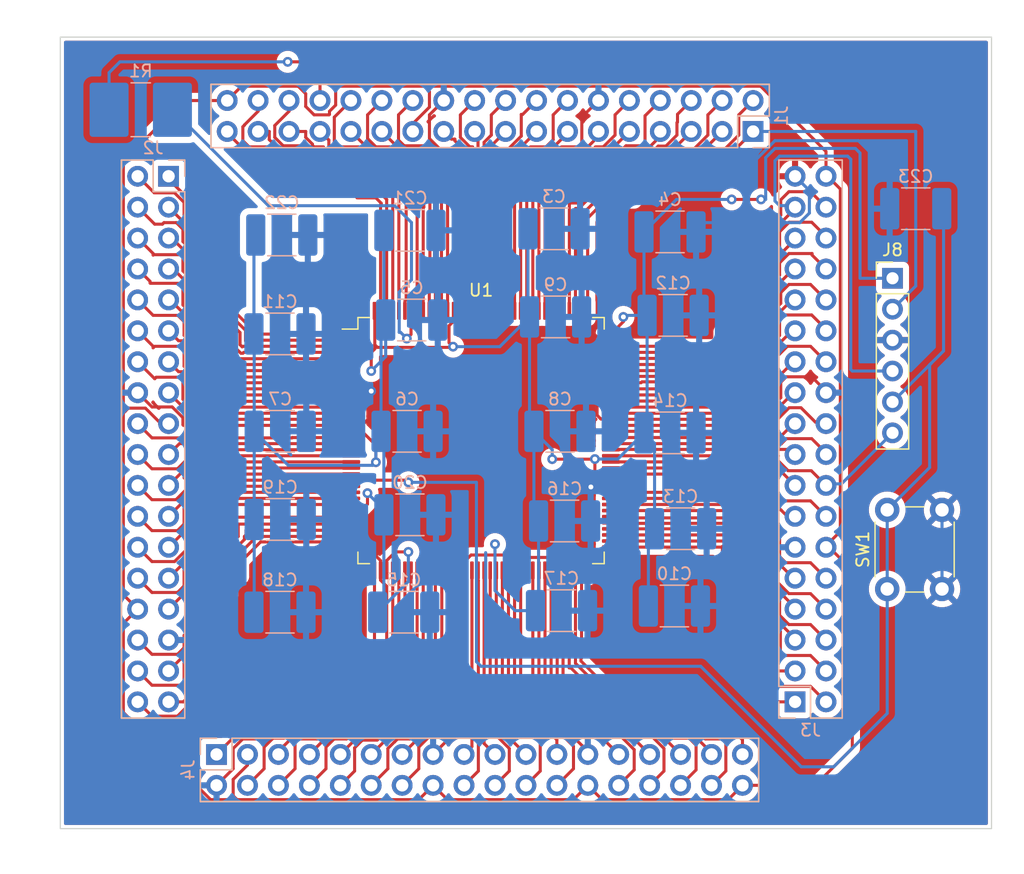
<source format=kicad_pcb>
(kicad_pcb (version 20221018) (generator pcbnew)
  (layers (0 "F.Cu" signal) (31 "B.Cu" signal) (34 "B.Paste" user) (35 "F.Paste" user) (36 "B.SilkS" user "B.Silkscreen") (37 "F.SilkS" user "F.Silkscreen") (38 "B.Mask" user) (39 "F.Mask" user) (44 "Edge.Cuts" user))
  (net 0 "")
  (net 1 "Net-(U1-BOOT0)")
  (net 2 "BOOT0")
  (net 3 "PE2")
  (net 4 "PE3")
  (net 5 "PE4")
  (net 6 "PE5")
  (net 7 "PE6")
  (net 8 "VBAT")
  (net 9 "PC13")
  (net 10 "PC14")
  (net 11 "PC15")
  (net 12 "PF0")
  (net 13 "PF1")
  (net 14 "PF2")
  (net 15 "PF3")
  (net 16 "PF4")
  (net 17 "PF5")
  (net 18 "VSS")
  (net 19 "Net-(J8-VDD_TARGET)")
  (net 20 "PF6")
  (net 21 "PF7")
  (net 22 "PF8")
  (net 23 "PF9")
  (net 24 "PF10")
  (net 25 "PH0")
  (net 26 "PH1")
  (net 27 "NRST")
  (net 28 "PC0")
  (net 29 "PC1")
  (net 30 "PC2")
  (net 31 "PC3")
  (net 32 "VREF+")
  (net 33 "VDDA")
  (net 34 "PA0")
  (net 35 "PA1")
  (net 36 "PA2")
  (net 37 "PA3")
  (net 38 "PA4")
  (net 39 "PA5")
  (net 40 "PA6")
  (net 41 "PA7")
  (net 42 "PC4")
  (net 43 "PC5")
  (net 44 "PB0")
  (net 45 "PB1")
  (net 46 "PB2")
  (net 47 "PF11")
  (net 48 "PF12")
  (net 49 "PF13")
  (net 50 "PF14")
  (net 51 "PF15")
  (net 52 "PG0")
  (net 53 "PG1")
  (net 54 "PE7")
  (net 55 "PE8")
  (net 56 "PE9")
  (net 57 "PE10")
  (net 58 "PE11")
  (net 59 "PE12")
  (net 60 "PE13")
  (net 61 "PE14")
  (net 62 "PE15")
  (net 63 "PB10")
  (net 64 "PB11")
  (net 65 "VCAP_1")
  (net 66 "PB12")
  (net 67 "PB13")
  (net 68 "PB14")
  (net 69 "PB15")
  (net 70 "PD8")
  (net 71 "PD9")
  (net 72 "PD10")
  (net 73 "PD11")
  (net 74 "PD12")
  (net 75 "PD13")
  (net 76 "PD14")
  (net 77 "PD15")
  (net 78 "PG2")
  (net 79 "PG3")
  (net 80 "PG4")
  (net 81 "PG5")
  (net 82 "PG6")
  (net 83 "PG7")
  (net 84 "PG8")
  (net 85 "VDDUSB")
  (net 86 "PC6")
  (net 87 "PC7")
  (net 88 "PC8")
  (net 89 "PC9")
  (net 90 "PA8")
  (net 91 "PA9")
  (net 92 "PA10")
  (net 93 "PA11")
  (net 94 "PA12")
  (net 95 "PA13")
  (net 96 "VCAP_2")
  (net 97 "PA14")
  (net 98 "PA15")
  (net 99 "PC10")
  (net 100 "PC11")
  (net 101 "PC12")
  (net 102 "PD0")
  (net 103 "PD1")
  (net 104 "PD2")
  (net 105 "PD3")
  (net 106 "PD4")
  (net 107 "PD5")
  (net 108 "VDDSDMMC")
  (net 109 "PD6")
  (net 110 "PD7")
  (net 111 "PG9")
  (net 112 "PG10")
  (net 113 "PG11")
  (net 114 "PG12")
  (net 115 "PG13")
  (net 116 "PG14")
  (net 117 "PG15")
  (net 118 "PB3")
  (net 119 "PB4")
  (net 120 "PB5")
  (net 121 "PB6")
  (net 122 "PB7")
  (net 123 "PB8")
  (net 124 "PB9")
  (net 125 "PE0")
  (net 126 "PE1")
  (net 127 "PDR_ON")
  (net 128 "VDD")
  (footprint "Connector_PinHeader_2.54mm:PinHeader_1x06_P2.54mm_Vertical" (layer "F.Cu") (at 226.06 65.913)
    (fp_text reference "J8")
    (fp_text value "Programmer_Conn")
  )
  (footprint "Button_Switch_THT:SW_PUSH_6mm" (layer "F.Cu") (at 225.624 91.44 90)
    (fp_text reference "SW1")
    (fp_text value "RESET_SW")
  )
  (footprint "Package_QFP:LQFP-144_20x20mm_P0.5mm" (layer "F.Cu") (at 192.278 79.248)
    (fp_text reference "U1")
    (fp_text value "STM32F767ZITx")
  )
  (footprint "Capacitor_SMD:C_1812_4532Metric_Pad1.57x3.40mm_HandSolder" (layer "B.Cu") (at 186.436 61.976 180)
    (fp_text reference "C21")
    (fp_text value "100nF")
  )
  (footprint "Capacitor_SMD:C_1812_4532Metric_Pad1.57x3.40mm_HandSolder" (layer "B.Cu") (at 199.136 85.852 180)
    (fp_text reference "C16")
    (fp_text value "100nF")
  )
  (footprint "Capacitor_SMD:C_1812_4532Metric_Pad1.57x3.40mm_HandSolder" (layer "B.Cu") (at 175.7895 85.725 180)
    (fp_text reference "C19")
    (fp_text value "100nF")
  )
  (footprint "Capacitor_SMD:C_1812_4532Metric_Pad1.57x3.40mm_HandSolder" (layer "B.Cu") (at 198.3955 69.088 180)
    (fp_text reference "C9")
    (fp_text value "100nF")
  )
  (footprint "Capacitor_SMD:C_1812_4532Metric_Pad1.57x3.40mm_HandSolder" (layer "B.Cu") (at 207.7935 62.103 180)
    (fp_text reference "C4")
    (fp_text value "100nF")
  )
  (footprint "Resistor_SMD:R_2816_7142Metric_Pad3.20x4.45mm_HandSolder" (layer "B.Cu") (at 164.338 52.07 180)
    (fp_text reference "R1")
    (fp_text value "10k")
  )
  (footprint "Connector_PinHeader_2.54mm:PinHeader_2x18_P2.54mm_Vertical_DoubleSided" (layer "B.Cu") (at 218.059 100.711)
    (fp_text reference "J3")
    (fp_text value "Conn_02x18_Odd_Even")
  )
  (footprint "Connector_PinHeader_2.54mm:PinHeader_2x18_P2.54mm_Vertical_DoubleSided" (layer "B.Cu") (at 170.561 105.029 -90)
    (fp_text reference "J4")
    (fp_text value "Conn_02x18_Odd_Even")
  )
  (footprint "Capacitor_SMD:C_1812_4532Metric_Pad1.57x3.40mm_HandSolder" (layer "B.Cu") (at 175.768 70.485 180)
    (fp_text reference "C11")
    (fp_text value "100nF")
  )
  (footprint "Capacitor_SMD:C_1812_4532Metric_Pad1.57x3.40mm_HandSolder" (layer "B.Cu") (at 208.0475 68.961 180)
    (fp_text reference "C12")
    (fp_text value "100nF")
  )
  (footprint "Capacitor_SMD:C_1812_4532Metric_Pad1.57x3.40mm_HandSolder" (layer "B.Cu") (at 207.7935 78.613 180)
    (fp_text reference "C14")
    (fp_text value "100nF")
  )
  (footprint "Capacitor_SMD:C_1812_4532Metric_Pad1.57x3.40mm_HandSolder" (layer "B.Cu") (at 227.965 60.198 180)
    (fp_text reference "C23")
    (fp_text value "0.1uF")
  )
  (footprint "Capacitor_SMD:C_1812_4532Metric_Pad1.57x3.40mm_HandSolder" (layer "B.Cu") (at 186.436 85.344 180)
    (fp_text reference "C20")
    (fp_text value "100nF")
  )
  (footprint "Connector_PinHeader_2.54mm:PinHeader_2x18_P2.54mm_Vertical_DoubleSided" (layer "B.Cu") (at 166.624 57.531 180)
    (fp_text reference "J2")
    (fp_text value "Conn_02x18_Odd_Even")
  )
  (footprint "Capacitor_SMD:C_1812_4532Metric_Pad1.57x3.40mm_HandSolder" (layer "B.Cu") (at 186.2035 78.486 180)
    (fp_text reference "C6")
    (fp_text value "100nF")
  )
  (footprint "Capacitor_SMD:C_1812_4532Metric_Pad1.57x3.40mm_HandSolder" (layer "B.Cu") (at 175.768 93.345 180)
    (fp_text reference "C18")
    (fp_text value "100nF")
  )
  (footprint "Capacitor_SMD:C_1812_4532Metric_Pad1.57x3.40mm_HandSolder" (layer "B.Cu") (at 175.7895 78.486 180)
    (fp_text reference "C7")
    (fp_text value "100nF")
  )
  (footprint "Capacitor_SMD:C_1812_4532Metric_Pad1.57x3.40mm_HandSolder" (layer "B.Cu") (at 186.5845 69.342 180)
    (fp_text reference "C5")
    (fp_text value "100nF")
  )
  (footprint "Connector_PinHeader_2.54mm:PinHeader_2x18_P2.54mm_Vertical_DoubleSided" (layer "B.Cu") (at 214.615 53.853 90)
    (fp_text reference "J1")
    (fp_text value "Conn_02x18_Odd_Even")
  )
  (footprint "Capacitor_SMD:C_1812_4532Metric_Pad1.57x3.40mm_HandSolder" (layer "B.Cu") (at 185.928 93.345 180)
    (fp_text reference "C15")
    (fp_text value "100nF")
  )
  (footprint "Capacitor_SMD:C_1812_4532Metric_Pad1.57x3.40mm_HandSolder" (layer "B.Cu") (at 198.755 78.486 180)
    (fp_text reference "C8")
    (fp_text value "100nF")
  )
  (footprint "Capacitor_SMD:C_1812_4532Metric_Pad1.57x3.40mm_HandSolder" (layer "B.Cu") (at 208.661 86.487 180)
    (fp_text reference "C13")
    (fp_text value "4.7uF")
  )
  (footprint "Capacitor_SMD:C_1812_4532Metric_Pad1.57x3.40mm_HandSolder" (layer "B.Cu") (at 198.2685 61.849 180)
    (fp_text reference "C3")
    (fp_text value "100nF")
  )
  (footprint "Capacitor_SMD:C_1812_4532Metric_Pad1.57x3.40mm_HandSolder" (layer "B.Cu") (at 208.153 92.837 180)
    (fp_text reference "C10")
    (fp_text value "100nF")
  )
  (footprint "Capacitor_SMD:C_1812_4532Metric_Pad1.57x3.40mm_HandSolder" (layer "B.Cu") (at 198.882 93.218 180)
    (fp_text reference "C17")
    (fp_text value "100nF")
  )
  (footprint "Capacitor_SMD:C_1812_4532Metric_Pad1.57x3.40mm_HandSolder" (layer "B.Cu") (at 175.9165 62.357 180)
    (fp_text reference "C22")
    (fp_text value "100nF")
  )
  (gr_rect (start 157.734 46.101) (end 234.188 111.125) (stroke (width 0.1)) (fill none) (layer "Edge.Cuts"))
  (segment (start 186.182 70.866) (end 186.528 70.52) (width 0.25) (layer "F.Cu") (net 1))
  (segment (start 186.528 70.52) (end 186.528 68.5855) (width 0.25) (layer "F.Cu") (net 1))
  (via (at 186.182 70.866) (size 0.8) (drill 0.4) (layers "F.Cu" "B.Cu") (net 1))
  (segment (start 185.182 59.951) (end 174.819 59.951) (width 0.25) (layer "B.Cu") (net 1))
  (segment (start 186.563 61.332) (end 185.182 59.951) (width 0.25) (layer "B.Cu") (net 1))
  (segment (start 186.563 66.04) (end 185.547 67.056) (width 0.25) (layer "B.Cu") (net 1))
  (segment (start 185.674 70.358) (end 186.182 70.866) (width 0.25) (layer "B.Cu") (net 1))
  (segment (start 186.563 61.332) (end 186.563 66.04) (width 0.25) (layer "B.Cu") (net 1))
  (segment (start 174.819 59.951) (end 166.938 52.07) (width 0.25) (layer "B.Cu") (net 1))
  (segment (start 185.5595 70.358) (end 185.674 70.358) (width 0.25) (layer "B.Cu") (net 1))
  (segment (start 185.547 67.056) (end 185.5595 67.0685) (width 0.25) (layer "B.Cu") (net 1))
  (segment (start 185.5595 67.0685) (end 185.5595 70.358) (width 0.25) (layer "B.Cu") (net 1))
  (segment (start 178.308 48.133) (end 179.055 48.88) (width 0.25) (layer "F.Cu") (net 2))
  (segment (start 179.055 48.88) (end 179.055 51.313) (width 0.25) (layer "F.Cu") (net 2))
  (segment (start 176.403 48.133) (end 178.308 48.133) (width 0.25) (layer "F.Cu") (net 2))
  (via (at 176.403 48.133) (size 0.8) (drill 0.4) (layers "F.Cu" "B.Cu") (net 2))
  (segment (start 162.627 48.133) (end 175.006 48.133) (width 0.25) (layer "B.Cu") (net 2))
  (segment (start 161.738 49.022) (end 162.627 48.133) (width 0.25) (layer "B.Cu") (net 2))
  (segment (start 161.738 52.07) (end 161.738 49.022) (width 0.25) (layer "B.Cu") (net 2))
  (segment (start 175.006 48.133) (end 176.403 48.133) (width 0.25) (layer "B.Cu") (net 2))
  (segment (start 172.212 68.825624) (end 173.389396 70.00302) (width 0.25) (layer "F.Cu") (net 3))
  (segment (start 170.977094 65.303322) (end 170.977094 66.82453) (width 0.25) (layer "F.Cu") (net 3))
  (segment (start 166.624 57.531) (end 166.624 57.772903) (width 0.25) (layer "F.Cu") (net 3))
  (segment (start 170.049 63.23502) (end 170.049 64.375228) (width 0.25) (layer "F.Cu") (net 3))
  (segment (start 170.977094 66.82453) (end 172.212 68.059436) (width 0.25) (layer "F.Cu") (net 3))
  (segment (start 173.389396 70.00302) (end 173.389396 70.519396) (width 0.25) (layer "F.Cu") (net 3))
  (segment (start 169.233 61.405812) (end 169.233 62.41902) (width 0.25) (layer "F.Cu") (net 3))
  (segment (start 170.049 64.375228) (end 170.977094 65.303322) (width 0.25) (layer "F.Cu") (net 3))
  (segment (start 173.609 70.548) (end 173.659 70.498) (width 0.25) (layer "F.Cu") (net 3))
  (segment (start 172.212 68.059436) (end 172.212 68.825624) (width 0.25) (layer "F.Cu") (net 3))
  (segment (start 173.418 70.548) (end 173.609 70.548) (width 0.25) (layer "F.Cu") (net 3))
  (segment (start 173.389396 70.519396) (end 173.418 70.548) (width 0.25) (layer "F.Cu") (net 3))
  (segment (start 173.659 70.498) (end 181.6155 70.498) (width 0.25) (layer "F.Cu") (net 3))
  (segment (start 166.624 57.772903) (end 168.345396 59.494299) (width 0.25) (layer "F.Cu") (net 3))
  (segment (start 169.233 62.41902) (end 170.049 63.23502) (width 0.25) (layer "F.Cu") (net 3))
  (segment (start 168.345396 60.518208) (end 169.233 61.405812) (width 0.25) (layer "F.Cu") (net 3))
  (segment (start 168.345396 59.494299) (end 168.345396 60.518208) (width 0.25) (layer "F.Cu") (net 3))
  (segment (start 170.527094 65.489718) (end 170.527094 67.010926) (width 0.25) (layer "F.Cu") (net 4))
  (segment (start 168.783 62.605416) (end 169.599 63.421416) (width 0.25) (layer "F.Cu") (net 4))
  (segment (start 165.449 58.896) (end 167.110701 58.896) (width 0.25) (layer "F.Cu") (net 4))
  (segment (start 171.67149 68.155322) (end 171.67149 68.92151) (width 0.25) (layer "F.Cu") (net 4))
  (segment (start 172.989396 70.998) (end 181.6155 70.998) (width 0.25) (layer "F.Cu") (net 4))
  (segment (start 171.67149 68.92151) (end 172.939396 70.189416) (width 0.25) (layer "F.Cu") (net 4))
  (segment (start 169.599 64.561624) (end 170.527094 65.489718) (width 0.25) (layer "F.Cu") (net 4))
  (segment (start 167.895396 60.704604) (end 168.783 61.592208) (width 0.25) (layer "F.Cu") (net 4))
  (segment (start 172.939396 71.048) (end 172.989396 70.998) (width 0.25) (layer "F.Cu") (net 4))
  (segment (start 167.895396 59.680695) (end 167.895396 60.704604) (width 0.25) (layer "F.Cu") (net 4))
  (segment (start 170.527094 67.010926) (end 171.67149 68.155322) (width 0.25) (layer "F.Cu") (net 4))
  (segment (start 168.783 61.592208) (end 168.783 62.605416) (width 0.25) (layer "F.Cu") (net 4))
  (segment (start 167.110701 58.896) (end 167.895396 59.680695) (width 0.25) (layer "F.Cu") (net 4))
  (segment (start 172.939396 70.189416) (end 172.939396 71.048) (width 0.25) (layer "F.Cu") (net 4))
  (segment (start 169.599 63.421416) (end 169.599 64.561624) (width 0.25) (layer "F.Cu") (net 4))
  (segment (start 164.084 57.531) (end 165.449 58.896) (width 0.25) (layer "F.Cu") (net 4))
  (segment (start 166.625396 60.071) (end 168.277094 61.722698) (width 0.25) (layer "F.Cu") (net 5))
  (segment (start 169.149 64.74802) (end 170.077094 65.676114) (width 0.25) (layer "F.Cu") (net 5))
  (segment (start 166.624 60.071) (end 166.625396 60.071) (width 0.25) (layer "F.Cu") (net 5))
  (segment (start 168.277094 61.722698) (end 168.277094 62.735906) (width 0.25) (layer "F.Cu") (net 5))
  (segment (start 172.723 71.498) (end 181.6155 71.498) (width 0.25) (layer "F.Cu") (net 5))
  (segment (start 172.489396 70.375812) (end 172.489396 71.369812) (width 0.25) (layer "F.Cu") (net 5))
  (segment (start 170.077094 67.197322) (end 171.22149 68.341718) (width 0.25) (layer "F.Cu") (net 5))
  (segment (start 169.149 63.607812) (end 169.149 64.74802) (width 0.25) (layer "F.Cu") (net 5))
  (segment (start 168.277094 62.735906) (end 169.149 63.607812) (width 0.25) (layer "F.Cu") (net 5))
  (segment (start 170.077094 65.676114) (end 170.077094 67.197322) (width 0.25) (layer "F.Cu") (net 5))
  (segment (start 172.670292 71.550708) (end 172.723 71.498) (width 0.25) (layer "F.Cu") (net 5))
  (segment (start 171.22149 68.341718) (end 171.22149 69.107906) (width 0.25) (layer "F.Cu") (net 5))
  (segment (start 171.22149 69.107906) (end 172.489396 70.375812) (width 0.25) (layer "F.Cu") (net 5))
  (segment (start 172.489396 71.369812) (end 172.670292 71.550708) (width 0.25) (layer "F.Cu") (net 5))
  (segment (start 168.699 64.934416) (end 169.627094 65.86251) (width 0.25) (layer "F.Cu") (net 6))
  (segment (start 170.77149 68.528114) (end 170.77149 69.294302) (width 0.25) (layer "F.Cu") (net 6))
  (segment (start 169.627094 65.86251) (end 169.627094 67.383718) (width 0.25) (layer "F.Cu") (net 6))
  (segment (start 167.259 61.341) (end 167.799 61.881) (width 0.25) (layer "F.Cu") (net 6))
  (segment (start 166.116 61.468) (end 166.243 61.341) (width 0.25) (layer "F.Cu") (net 6))
  (segment (start 172.72 72.073) (end 172.795 71.998) (width 0.25) (layer "F.Cu") (net 6))
  (segment (start 172.039396 71.556208) (end 172.556188 72.073) (width 0.25) (layer "F.Cu") (net 6))
  (segment (start 172.039396 70.562208) (end 172.039396 71.556208) (width 0.25) (layer "F.Cu") (net 6))
  (segment (start 168.699 63.794208) (end 168.699 64.934416) (width 0.25) (layer "F.Cu") (net 6))
  (segment (start 167.799 61.881) (end 167.799 62.894208) (width 0.25) (layer "F.Cu") (net 6))
  (segment (start 166.243 61.341) (end 167.259 61.341) (width 0.25) (layer "F.Cu") (net 6))
  (segment (start 172.556188 72.073) (end 172.72 72.073) (width 0.25) (layer "F.Cu") (net 6))
  (segment (start 169.627094 67.383718) (end 170.77149 68.528114) (width 0.25) (layer "F.Cu") (net 6))
  (segment (start 167.799 62.894208) (end 168.699 63.794208) (width 0.25) (layer "F.Cu") (net 6))
  (segment (start 172.795 71.998) (end 181.6155 71.998) (width 0.25) (layer "F.Cu") (net 6))
  (segment (start 164.084 60.071) (end 165.481 61.468) (width 0.25) (layer "F.Cu") (net 6))
  (segment (start 170.77149 69.294302) (end 172.039396 70.562208) (width 0.25) (layer "F.Cu") (net 6))
  (segment (start 165.481 61.468) (end 166.116 61.468) (width 0.25) (layer "F.Cu") (net 6))
  (segment (start 166.879396 62.611) (end 168.249 63.980604) (width 0.25) (layer "F.Cu") (net 7))
  (segment (start 172.121 72.523) (end 181.5905 72.523) (width 0.25) (layer "F.Cu") (net 7))
  (segment (start 168.249 63.980604) (end 168.249 65.120812) (width 0.25) (layer "F.Cu") (net 7))
  (segment (start 171.589396 71.742604) (end 172.096 72.249208) (width 0.25) (layer "F.Cu") (net 7))
  (segment (start 170.32149 69.480698) (end 171.589396 70.748604) (width 0.25) (layer "F.Cu") (net 7))
  (segment (start 171.589396 70.748604) (end 171.589396 71.742604) (width 0.25) (layer "F.Cu") (net 7))
  (segment (start 181.5905 72.523) (end 181.6155 72.498) (width 0.25) (layer "F.Cu") (net 7))
  (segment (start 168.249 65.120812) (end 169.177094 66.048906) (width 0.25) (layer "F.Cu") (net 7))
  (segment (start 172.096 72.548) (end 172.121 72.523) (width 0.25) (layer "F.Cu") (net 7))
  (segment (start 172.096 72.249208) (end 172.096 72.548) (width 0.25) (layer "F.Cu") (net 7))
  (segment (start 169.177094 67.570114) (end 170.32149 68.71451) (width 0.25) (layer "F.Cu") (net 7))
  (segment (start 166.624 62.611) (end 166.879396 62.611) (width 0.25) (layer "F.Cu") (net 7))
  (segment (start 169.177094 66.048906) (end 169.177094 67.570114) (width 0.25) (layer "F.Cu") (net 7))
  (segment (start 170.32149 68.71451) (end 170.32149 69.480698) (width 0.25) (layer "F.Cu") (net 7))
  (segment (start 165.386 63.976) (end 167.608 63.976) (width 0.25) (layer "F.Cu") (net 8))
  (segment (start 171.646 73.048) (end 171.696 72.998) (width 0.25) (layer "F.Cu") (net 8))
  (segment (start 171.139396 70.935) (end 171.139396 72.065604) (width 0.25) (layer "F.Cu") (net 8))
  (segment (start 164.084 62.611) (end 165.354 63.881) (width 0.25) (layer "F.Cu") (net 8))
  (segment (start 165.354 63.881) (end 165.354 64.008) (width 0.25) (layer "F.Cu") (net 8))
  (segment (start 169.87149 68.900906) (end 169.87149 69.667094) (width 0.25) (layer "F.Cu") (net 8))
  (segment (start 171.646 72.572208) (end 171.646 73.048) (width 0.25) (layer "F.Cu") (net 8))
  (segment (start 168.727094 66.235302) (end 168.727094 67.75651) (width 0.25) (layer "F.Cu") (net 8))
  (segment (start 168.727094 67.75651) (end 169.87149 68.900906) (width 0.25) (layer "F.Cu") (net 8))
  (segment (start 167.799 65.307208) (end 168.727094 66.235302) (width 0.25) (layer "F.Cu") (net 8))
  (segment (start 169.87149 69.667094) (end 171.139396 70.935) (width 0.25) (layer "F.Cu") (net 8))
  (segment (start 167.799 64.167) (end 167.799 65.307208) (width 0.25) (layer "F.Cu") (net 8))
  (segment (start 165.354 64.008) (end 165.386 63.976) (width 0.25) (layer "F.Cu") (net 8))
  (segment (start 167.608 63.976) (end 167.799 64.167) (width 0.25) (layer "F.Cu") (net 8))
  (segment (start 171.139396 72.065604) (end 171.646 72.572208) (width 0.25) (layer "F.Cu") (net 8))
  (segment (start 171.696 72.998) (end 181.6155 72.998) (width 0.25) (layer "F.Cu") (net 8))
  (segment (start 168.277094 66.421698) (end 168.277094 67.942906) (width 0.25) (layer "F.Cu") (net 9))
  (segment (start 171.196 72.768208) (end 171.196 73.573) (width 0.25) (layer "F.Cu") (net 9))
  (segment (start 171.271 73.498) (end 181.6155 73.498) (width 0.25) (layer "F.Cu") (net 9))
  (segment (start 166.624 65.151) (end 167.006396 65.151) (width 0.25) (layer "F.Cu") (net 9))
  (segment (start 169.54151 69.97351) (end 170.689396 71.121396) (width 0.25) (layer "F.Cu") (net 9))
  (segment (start 170.689396 71.121396) (end 170.689396 72.261604) (width 0.25) (layer "F.Cu") (net 9))
  (segment (start 170.689396 72.261604) (end 171.196 72.768208) (width 0.25) (layer "F.Cu") (net 9))
  (segment (start 168.277094 67.942906) (end 169.42149 69.087302) (width 0.25) (layer "F.Cu") (net 9))
  (segment (start 169.42149 69.087302) (end 169.42149 69.97351) (width 0.25) (layer "F.Cu") (net 9))
  (segment (start 171.196 73.573) (end 171.271 73.498) (width 0.25) (layer "F.Cu") (net 9))
  (segment (start 167.006396 65.151) (end 168.277094 66.421698) (width 0.25) (layer "F.Cu") (net 9))
  (segment (start 169.42149 69.97351) (end 169.54151 69.97351) (width 0.25) (layer "F.Cu") (net 9))
  (segment (start 165.1 66.167) (end 165.1 66.294) (width 0.25) (layer "F.Cu") (net 10))
  (segment (start 170.63 72.838604) (end 170.63 74.041) (width 0.25) (layer "F.Cu") (net 10))
  (segment (start 167.545 66.326) (end 167.799 66.58) (width 0.25) (layer "F.Cu") (net 10))
  (segment (start 181.5905 74.023) (end 181.6155 73.998) (width 0.25) (layer "F.Cu") (net 10))
  (segment (start 165.1 66.294) (end 165.132 66.326) (width 0.25) (layer "F.Cu") (net 10))
  (segment (start 168.917594 70.10601) (end 170.117198 71.305614) (width 0.25) (layer "F.Cu") (net 10))
  (segment (start 164.084 65.151) (end 165.1 66.167) (width 0.25) (layer "F.Cu") (net 10))
  (segment (start 168.917594 69.219802) (end 168.917594 70.10601) (width 0.25) (layer "F.Cu") (net 10))
  (segment (start 170.117198 71.305614) (end 170.117198 72.325802) (width 0.25) (layer "F.Cu") (net 10))
  (segment (start 170.648 74.023) (end 181.5905 74.023) (width 0.25) (layer "F.Cu") (net 10))
  (segment (start 167.799 68.101208) (end 168.917594 69.219802) (width 0.25) (layer "F.Cu") (net 10))
  (segment (start 165.132 66.326) (end 167.545 66.326) (width 0.25) (layer "F.Cu") (net 10))
  (segment (start 170.63 74.041) (end 170.648 74.023) (width 0.25) (layer "F.Cu") (net 10))
  (segment (start 167.799 66.58) (end 167.799 68.101208) (width 0.25) (layer "F.Cu") (net 10))
  (segment (start 170.117198 72.325802) (end 170.63 72.838604) (width 0.25) (layer "F.Cu") (net 10))
  (segment (start 166.624 67.691) (end 166.752396 67.691) (width 0.25) (layer "F.Cu") (net 11))
  (segment (start 168.467594 69.406198) (end 168.467594 70.292406) (width 0.25) (layer "F.Cu") (net 11))
  (segment (start 170.18 73.025) (end 170.18 74.548) (width 0.25) (layer "F.Cu") (net 11))
  (segment (start 170.18 74.548) (end 170.23 74.498) (width 0.25) (layer "F.Cu") (net 11))
  (segment (start 169.419396 72.388604) (end 169.543604 72.388604) (width 0.25) (layer "F.Cu") (net 11))
  (segment (start 169.543604 72.388604) (end 170.18 73.025) (width 0.25) (layer "F.Cu") (net 11))
  (segment (start 168.467594 70.292406) (end 169.419396 71.244208) (width 0.25) (layer "F.Cu") (net 11))
  (segment (start 166.752396 67.691) (end 168.467594 69.406198) (width 0.25) (layer "F.Cu") (net 11))
  (segment (start 169.419396 71.244208) (end 169.419396 72.388604) (width 0.25) (layer "F.Cu") (net 11))
  (segment (start 170.23 74.498) (end 181.6155 74.498) (width 0.25) (layer "F.Cu") (net 11))
  (segment (start 167.894 70.601) (end 168.139792 70.601) (width 0.25) (layer "F.Cu") (net 12))
  (segment (start 168.852 72.457604) (end 169.683 73.288604) (width 0.25) (layer "F.Cu") (net 12))
  (segment (start 168.139792 70.601) (end 168.852 71.313208) (width 0.25) (layer "F.Cu") (net 12))
  (segment (start 169.683 73.288604) (end 169.683 75.046) (width 0.25) (layer "F.Cu") (net 12))
  (segment (start 164.084 67.691) (end 165.354 68.961) (width 0.25) (layer "F.Cu") (net 12))
  (segment (start 169.683 75.046) (end 169.731 74.998) (width 0.25) (layer "F.Cu") (net 12))
  (segment (start 167.386 68.961) (end 167.894 69.469) (width 0.25) (layer "F.Cu") (net 12))
  (segment (start 167.894 69.469) (end 167.894 70.601) (width 0.25) (layer "F.Cu") (net 12))
  (segment (start 168.852 71.313208) (end 168.852 72.457604) (width 0.25) (layer "F.Cu") (net 12))
  (segment (start 169.731 74.998) (end 181.6155 74.998) (width 0.25) (layer "F.Cu") (net 12))
  (segment (start 165.354 68.961) (end 167.386 68.961) (width 0.25) (layer "F.Cu") (net 12))
  (segment (start 166.624 70.231) (end 167.444 71.051) (width 0.25) (layer "F.Cu") (net 13))
  (segment (start 167.953396 71.051) (end 168.402 71.499604) (width 0.25) (layer "F.Cu") (net 13))
  (segment (start 167.444 71.051) (end 167.953396 71.051) (width 0.25) (layer "F.Cu") (net 13))
  (segment (start 168.402 72.771) (end 168.529 72.771) (width 0.25) (layer "F.Cu") (net 13))
  (segment (start 169.349 75.369) (end 169.545 75.565) (width 0.25) (layer "F.Cu") (net 13))
  (segment (start 168.402 71.499604) (end 168.402 72.771) (width 0.25) (layer "F.Cu") (net 13))
  (segment (start 169.233 73.475) (end 169.233 75.369) (width 0.25) (layer "F.Cu") (net 13))
  (segment (start 169.545 75.565) (end 169.612 75.498) (width 0.25) (layer "F.Cu") (net 13))
  (segment (start 168.529 72.771) (end 169.233 73.475) (width 0.25) (layer "F.Cu") (net 13))
  (segment (start 169.612 75.498) (end 181.6155 75.498) (width 0.25) (layer "F.Cu") (net 13))
  (segment (start 169.233 75.369) (end 169.349 75.369) (width 0.25) (layer "F.Cu") (net 13))
  (segment (start 165.354 71.628) (end 165.481 71.501) (width 0.25) (layer "F.Cu") (net 14))
  (segment (start 168.139792 73.141) (end 168.783 73.784208) (width 0.25) (layer "F.Cu") (net 14))
  (segment (start 168.783 73.784208) (end 168.783 75.560812) (width 0.25) (layer "F.Cu") (net 14))
  (segment (start 167.767 71.501) (end 167.894 71.628) (width 0.25) (layer "F.Cu") (net 14))
  (segment (start 169.306396 76.048) (end 169.331396 76.023) (width 0.25) (layer "F.Cu") (net 14))
  (segment (start 168.783 75.560812) (end 169.270188 76.048) (width 0.25) (layer "F.Cu") (net 14))
  (segment (start 165.481 71.501) (end 167.767 71.501) (width 0.25) (layer "F.Cu") (net 14))
  (segment (start 164.084 70.231) (end 165.354 71.501) (width 0.25) (layer "F.Cu") (net 14))
  (segment (start 169.270188 76.048) (end 169.306396 76.048) (width 0.25) (layer "F.Cu") (net 14))
  (segment (start 165.354 71.501) (end 165.354 71.628) (width 0.25) (layer "F.Cu") (net 14))
  (segment (start 167.894 71.628) (end 167.894 73.141) (width 0.25) (layer "F.Cu") (net 14))
  (segment (start 167.894 73.141) (end 168.139792 73.141) (width 0.25) (layer "F.Cu") (net 14))
  (segment (start 181.5905 76.023) (end 181.6155 75.998) (width 0.25) (layer "F.Cu") (net 14))
  (segment (start 169.331396 76.023) (end 181.5905 76.023) (width 0.25) (layer "F.Cu") (net 14))
  (segment (start 167.444 73.591) (end 167.953396 73.591) (width 0.25) (layer "F.Cu") (net 15))
  (segment (start 168.275 73.912604) (end 168.275 75.689208) (width 0.25) (layer "F.Cu") (net 15))
  (segment (start 169.12 76.498) (end 181.6155 76.498) (width 0.25) (layer "F.Cu") (net 15))
  (segment (start 167.953396 73.591) (end 168.275 73.912604) (width 0.25) (layer "F.Cu") (net 15))
  (segment (start 168.275 75.689208) (end 169.101896 76.516104) (width 0.25) (layer "F.Cu") (net 15))
  (segment (start 166.624 72.771) (end 167.444 73.591) (width 0.25) (layer "F.Cu") (net 15))
  (segment (start 169.101896 76.516104) (end 169.12 76.498) (width 0.25) (layer "F.Cu") (net 15))
  (segment (start 168.783 77.048) (end 168.833 76.998) (width 0.25) (layer "F.Cu") (net 16))
  (segment (start 167.767 74.041) (end 167.799 74.073) (width 0.25) (layer "F.Cu") (net 16))
  (segment (start 164.084 72.771) (end 165.481 74.168) (width 0.25) (layer "F.Cu") (net 16))
  (segment (start 167.799 75.849604) (end 168.783 76.833604) (width 0.25) (layer "F.Cu") (net 16))
  (segment (start 165.608 74.041) (end 167.767 74.041) (width 0.25) (layer "F.Cu") (net 16))
  (segment (start 168.833 76.998) (end 181.6155 76.998) (width 0.25) (layer "F.Cu") (net 16))
  (segment (start 165.481 74.168) (end 165.608 74.041) (width 0.25) (layer "F.Cu") (net 16))
  (segment (start 167.799 74.073) (end 167.799 75.849604) (width 0.25) (layer "F.Cu") (net 16))
  (segment (start 168.783 76.833604) (end 168.783 77.048) (width 0.25) (layer "F.Cu") (net 16))
  (segment (start 168.275 76.962) (end 168.275 77.548) (width 0.25) (layer "F.Cu") (net 17))
  (segment (start 168.275 77.548) (end 168.325 77.498) (width 0.25) (layer "F.Cu") (net 17))
  (segment (start 166.624 75.311) (end 168.275 76.962) (width 0.25) (layer "F.Cu") (net 17))
  (segment (start 168.325 77.498) (end 181.6155 77.498) (width 0.25) (layer "F.Cu") (net 17))
  (segment (start 184.531 91.216685) (end 184.028 90.713685) (width 0.25) (layer "F.Cu") (net 18))
  (segment (start 201.041 69.977) (end 202.062 70.998) (width 0.25) (layer "F.Cu") (net 18))
  (segment (start 164.084 75.311) (end 165.259 76.486) (width 0.25) (layer "F.Cu") (net 18))
  (segment (start 200.404604 55.119396) (end 200.55 54.974) (width 0.25) (layer "F.Cu") (net 18))
  (segment (start 190.528 102.842) (end 190.528 89.9105) (width 0.25) (layer "F.Cu") (net 18))
  (segment (start 189.215 51.313) (end 188.04 52.488) (width 0.25) (layer "F.Cu") (net 18))
  (segment (start 172.709997 103.758302) (end 174.497302 103.758302) (width 0.25) (layer "F.Cu") (net 18))
  (segment (start 183.261 75.184) (end 183.261 77.236) (width 0.25) (layer "F.Cu") (net 18))
  (segment (start 190.373 70.612) (end 190.528 70.457) (width 0.25) (layer "F.Cu") (net 18))
  (segment (start 215.618 77.498) (end 202.9405 77.498) (width 0.25) (layer "F.Cu") (net 18))
  (segment (start 190.578 55.705396) (end 190.578 56.261) (width 0.25) (layer "F.Cu") (net 18))
  (segment (start 190.528 56.311) (end 190.528 68.5855) (width 0.25) (layer "F.Cu") (net 18))
  (segment (start 183.007 88.086315) (end 183.566685 88.646) (width 0.25) (layer "F.Cu") (net 18))
  (segment (start 198.12 101.854) (end 196.596 101.854) (width 0.25) (layer "F.Cu") (net 18))
  (segment (start 183.756604 99.187) (end 184.531 99.187) (width 0.25) (layer "F.Cu") (net 18))
  (segment (start 201.803 71.248) (end 201.803 77.163685) (width 0.25) (layer "F.Cu") (net 18))
  (segment (start 201.953 71.098) (end 201.803 71.248) (width 0.25) (layer "F.Cu") (net 18))
  (segment (start 183.007 86.086315) (end 182.418685 85.498) (width 0.25) (layer "F.Cu") (net 18))
  (segment (start 184.531 99.187) (end 184.531 91.216685) (width 0.25) (layer "F.Cu") (net 18))
  (segment (start 175.768 103.244104) (end 176.777104 102.235) (width 0.25) (layer "F.Cu") (net 18))
  (segment (start 172.33365 104.134649) (end 172.709997 103.758302) (width 0.25) (layer "F.Cu") (net 18))
  (segment (start 202.9155 77.473) (end 202.9405 77.498) (width 0.25) (layer "F.Cu") (net 18))
  (segment (start 195.569 57.161) (end 195.95 57.161) (width 0.25) (layer "F.Cu") (net 18))
  (segment (start 188.849 55.245) (end 190.117604 55.245) (width 0.25) (layer "F.Cu") (net 18))
  (segment (start 195.95 57.161) (end 197.035 56.076) (width 0.25) (layer "F.Cu") (net 18))
  (segment (start 202.062 70.998) (end 201.962 71.098) (width 0.25) (layer "F.Cu") (net 18))
  (segment (start 176.911 102.235) (end 178.181 102.235) (width 0.25) (layer "F.Cu") (net 18))
  (segment (start 195.528 100.786) (end 195.528 89.9105) (width 0.25) (layer "F.Cu") (net 18))
  (segment (start 166.920701 76.486) (end 167.799 77.364299) (width 0.25) (layer "F.Cu") (net 18))
  (segment (start 219.424 74.009) (end 217.329 74.009) (width 0.25) (layer "F.Cu") (net 18))
  (segment (start 175.0115 103.244104) (end 175.384292 103.244104) (width 0.25) (layer "F.Cu") (net 18))
  (segment (start 184.028 89.107315) (end 184.028 89.9105) (width 0.25) (layer "F.Cu") (net 18))
  (segment (start 216.884 75.722604) (end 215.646 76.960604) (width 0.25) (layer "F.Cu") (net 18))
  (segment (start 200.55 54.974) (end 200.55 52.678) (width 0.25) (layer "F.Cu") (net 18))
  (segment (start 220.599 75.184) (end 219.424 74.009) (width 0.25) (layer "F.Cu") (net 18))
  (segment (start 167.851 77.998) (end 181.6155 77.998) (width 0.25) (layer "F.Cu") (net 18))
  (segment (start 195.528 68.5855) (end 195.528 57.202) (width 0.25) (layer "F.Cu") (net 18))
  (segment (start 183.261 77.236) (end 182.499 77.998) (width 0.25) (layer "F.Cu") (net 18))
  (segment (start 215.646 76.960604) (end 215.646 77.47) (width 0.25) (layer "F.Cu") (net 18))
  (segment (start 201.295 83.058) (end 201.355 82.998) (width 0.25) (layer "F.Cu") (net 18))
  (segment (start 198.883396 55.119396) (end 200.404604 55.119396) (width 0.25) (layer "F.Cu") (net 18))
  (segment (start 190.528 69.977) (end 190.528 68.5855) (width 0.25) (layer "F.Cu") (net 18))
  (segment (start 197.926792 56.076) (end 198.883396 55.119396) (width 0.25) (layer "F.Cu") (net 18))
  (segment (start 171.926 106.204) (end 171.926 104.542299) (width 0.25) (layer "F.Cu") (net 18))
  (segment (start 175.384292 103.244104) (end 175.768 103.244104) (width 0.25) (layer "F.Cu") (net 18))
  (segment (start 196.596 101.854) (end 195.528 100.786) (width 0.25) (layer "F.Cu") (net 18))
  (segment (start 190.117604 55.245) (end 190.578 55.705396) (width 0.25) (layer "F.Cu") (net 18))
  (segment (start 178.306604 102.235) (end 179.3875 101.154104) (width 0.25) (layer "F.Cu") (net 18))
  (segment (start 197.035 56.076) (end 197.926792 56.076) (width 0.25) (layer "F.Cu") (net 18))
  (segment (start 167.799 77.364299) (end 167.799 77.946) (width 0.25) (layer "F.Cu") (net 18))
  (segment (start 202.112315 77.473) (end 202.9155 77.473) (width 0.25) (layer "F.Cu") (net 18))
  (segment (start 174.497302 103.758302) (end 175.0115 103.244104) (width 0.25) (layer "F.Cu") (net 18))
  (segment (start 184.028 90.713685) (end 184.028 89.9105) (width 0.25) (layer "F.Cu") (net 18))
  (segment (start 188.04 54.436) (end 188.849 55.245) (width 0.25) (layer "F.Cu") (net 18))
  (segment (start 182.418685 85.498) (end 181.6155 85.498) (width 0.25) (layer "F.Cu") (net 18))
  (segment (start 195.528 57.202) (end 195.569 57.161) (width 0.25) (layer "F.Cu") (net 18))
  (segment (start 188.341 105.029) (end 190.528 102.842) (width 0.25) (layer "F.Cu") (net 18))
  (segment (start 201.962 71.098) (end 201.953 71.098) (width 0.25) (layer "F.Cu") (net 18))
  (segment (start 188.04 52.488) (end 188.04 54.436) (width 0.25) (layer "F.Cu") (net 18))
  (segment (start 201.041 104.775) (end 198.12 101.854) (width 0.25) (layer "F.Cu") (net 18))
  (segment (start 217.329 74.009) (end 216.884 74.454) (width 0.25) (layer "F.Cu") (net 18))
  (segment (start 183.007 87.757) (end 183.007 86.086315) (width 0.25) (layer "F.Cu") (net 18))
  (segment (start 201.355 82.998) (end 202.9405 82.998) (width 0.25) (layer "F.Cu") (net 18))
  (segment (start 170.561 107.569) (end 171.926 106.204) (width 0.25) (layer "F.Cu") (net 18))
  (segment (start 202.062 70.998) (end 202.9405 70.998) (width 0.25) (layer "F.Cu") (net 18))
  (segment (start 183.007 87.757) (end 183.007 88.086315) (width 0.25) (layer "F.Cu") (net 18))
  (segment (start 190.528 69.977) (end 201.041 69.977) (width 0.25) (layer "F.Cu") (net 18))
  (segment (start 216.884 74.454) (end 216.884 75.722604) (width 0.25) (layer "F.Cu") (net 18))
  (segment (start 201.041 105.029) (end 201.041 104.775) (width 0.25) (layer "F.Cu") (net 18))
  (segment (start 179.3875 101.154104) (end 180.529104 101.154104) (width 0.25) (layer "F.Cu") (net 18))
  (segment (start 178.181 102.235) (end 178.239 102.293) (width 0.25) (layer "F.Cu") (net 18))
  (segment (start 182.499 77.998) (end 181.6155 77.998) (width 0.25) (layer "F.Cu") (net 18))
  (segment (start 167.799 77.946) (end 167.851 77.998) (width 0.25) (layer "F.Cu") (net 18))
  (segment (start 190.528 70.457) (end 190.528 69.977) (width 0.25) (layer "F.Cu") (net 18))
  (segment (start 180.529104 101.154104) (end 181.237208 100.446) (width 0.25) (layer "F.Cu") (net 18))
  (segment (start 171.926 104.542299) (end 172.33365 104.134649) (width 0.25) (layer "F.Cu") (net 18))
  (segment (start 176.777104 102.235) (end 176.911 102.235) (width 0.25) (layer "F.Cu") (net 18))
  (segment (start 200.55 52.678) (end 201.915 51.313) (width 0.25) (layer "F.Cu") (net 18))
  (segment (start 181.237208 100.446) (end 182.497604 100.446) (width 0.25) (layer "F.Cu") (net 18))
  (segment (start 182.497604 100.446) (end 183.756604 99.187) (width 0.25) (layer "F.Cu") (net 18))
  (segment (start 190.578 56.261) (end 190.528 56.311) (width 0.25) (layer "F.Cu") (net 18))
  (segment (start 183.566685 88.646) (end 184.028 89.107315) (width 0.25) (layer "F.Cu") (net 18))
  (segment (start 178.181 102.235) (end 178.306604 102.235) (width 0.25) (layer "F.Cu") (net 18))
  (segment (start 165.259 76.486) (end 166.920701 76.486) (width 0.25) (layer "F.Cu") (net 18))
  (segment (start 201.803 77.163685) (end 202.112315 77.473) (width 0.25) (layer "F.Cu") (net 18))
  (segment (start 215.646 77.47) (end 215.618 77.498) (width 0.25) (layer "F.Cu") (net 18))
  (via (at 201.295 83.058) (size 0.8) (drill 0.4) (layers "F.Cu" "B.Cu") (net 18))
  (via (at 183.261 75.184) (size 0.8) (drill 0.4) (layers "F.Cu" "B.Cu") (net 18))
  (segment (start 216.406604 54.61) (end 223.266 54.61) (width 0.25) (layer "B.Cu") (net 18))
  (segment (start 210.7985 86.487) (end 210.8305 86.519) (width 0.25) (layer "B.Cu") (net 18))
  (segment (start 177.927 93.3235) (end 177.9055 93.345) (width 0.25) (layer "B.Cu") (net 18))
  (segment (start 210.693 61.341) (end 209.931 62.103) (width 0.25) (layer "B.Cu") (net 18))
  (segment (start 177.927 78.486) (end 179.959 78.486) (width 0.25) (layer "B.Cu") (net 18))
  (segment (start 219.234 60.557701) (end 218.450701 61.341) (width 0.25) (layer "B.Cu") (net 18))
  (segment (start 218.450701 61.341) (end 215.392 61.341) (width 0.25) (layer "B.Cu") (net 18))
  (segment (start 210.185 62.357) (end 209.931 62.103) (width 0.25) (layer "B.Cu") (net 18))
  (segment (start 215.392 61.341) (end 213.995 61.341) (width 0.25) (layer "B.Cu") (net 18))
  (segment (start 200.533 69.088) (end 200.8925 69.4475) (width 0.25) (layer "B.Cu") (net 18))
  (segment (start 179.959 78.486) (end 183.261 75.184) (width 0.25) (layer "B.Cu") (net 18))
  (segment (start 223.266 54.61) (end 225.8275 57.1715) (width 0.25) (layer "B.Cu") (net 18))
  (segment (start 177.9055 93.345) (end 178.181 93.345) (width 0.25) (layer "B.Cu") (net 18))
  (segment (start 200.406 61.849) (end 200.533 61.976) (width 0.25) (layer "B.Cu") (net 18))
  (segment (start 219.234 58.706) (end 219.234 60.557701) (width 0.25) (layer "B.Cu") (net 18))
  (segment (start 213.995 61.341) (end 213.995 57.021604) (width 0.25) (layer "B.Cu") (net 18))
  (segment (start 225.8275 57.1715) (end 225.8275 60.198) (width 0.25) (layer "B.Cu") (net 18))
  (segment (start 230.124 84.94) (end 230.124 91.44) (width 0.25) (layer "B.Cu") (net 18))
  (segment (start 209.931 69.215) (end 210.185 68.961) (width 0.25) (layer "B.Cu") (net 18))
  (segment (start 213.995 57.021604) (end 216.406604 54.61) (width 0.25) (layer "B.Cu") (net 18))
  (segment (start 201.2735 83.0795) (end 201.295 83.058) (width 0.25) (layer "B.Cu") (net 18))
  (segment (start 218.059 57.531) (end 219.234 58.706) (width 0.25) (layer "B.Cu") (net 18))
  (segment (start 201.2735 85.852) (end 201.2735 83.0795) (width 0.25) (layer "B.Cu") (net 18))
  (segment (start 188.722 62.1245) (end 188.5735 61.976) (width 0.25) (layer "B.Cu") (net 18))
  (segment (start 213.995 61.341) (end 210.693 61.341) (width 0.25) (layer "B.Cu") (net 18))
  (segment (start 188.5735 78.7185) (end 188.341 78.486) (width 0.25) (layer "B.Cu") (net 18))
  (segment (start 201.622662 81.983347) (end 202.137315 82.498) (width 0.25) (layer "F.Cu") (net 19))
  (segment (start 201.028 89.014) (end 201.028 89.9105) (width 0.25) (layer "F.Cu") (net 19))
  (segment (start 183.553 71.717) (end 183.553 71.374) (width 0.25) (layer "F.Cu") (net 19))
  (segment (start 182.418685 84.998) (end 181.6155 84.998) (width 0.25) (layer "F.Cu") (net 19))
  (segment (start 201.622662 80.763365) (end 201.622662 81.983347) (width 0.25) (layer "F.Cu") (net 19))
  (segment (start 183.553 71.374) (end 183.77 71.591) (width 0.25) (layer "F.Cu") (net 19))
  (segment (start 191.028 89.107315) (end 191.028 89.9105) (width 0.25) (layer "F.Cu") (net 19))
  (segment (start 189.918964 71.591) (end 189.979277 71.530687) (width 0.25) (layer "F.Cu") (net 19))
  (segment (start 186.309 88.392) (end 185.243315 88.392) (width 0.25) (layer "F.Cu") (net 19))
  (segment (start 190.028 69.433) (end 190.028 68.5855) (width 0.25) (layer "F.Cu") (net 19))
  (segment (start 189.648 71.19941) (end 189.648 69.813) (width 0.25) (layer "F.Cu") (net 19))
  (segment (start 191.028 89.076) (end 191.028 89.9105) (width 0.25) (layer "F.Cu") (net 19))
  (segment (start 182.511 78.498) (end 183.642 79.629) (width 0.25) (layer "F.Cu") (net 19))
  (segment (start 203.962 69.4765) (end 202.9405 70.498) (width 0.25) (layer "F.Cu") (net 19))
  (segment (start 182.9525 83.566) (end 182.9525 84.464185) (width 0.25) (layer "F.Cu") (net 19))
  (segment (start 189.979277 71.530687) (end 189.648 71.19941) (width 0.25) (layer "F.Cu") (net 19))
  (segment (start 201.614027 80.772) (end 201.622662 80.763365) (width 0.25) (layer "F.Cu") (net 19))
  (segment (start 182.9525 84.464185) (end 182.418685 84.998) (width 0.25) (layer "F.Cu") (net 19))
  (segment (start 183.642 81.026) (end 183.642 79.629) (width 0.25) (layer "F.Cu") (net 19))
  (segment (start 202.137315 82.498) (end 202.9405 82.498) (width 0.25) (layer "F.Cu") (net 19))
  (segment (start 183.77 71.591) (end 189.918964 71.591) (width 0.25) (layer "F.Cu") (net 19))
  (segment (start 193.421 87.757) (end 193.421 88.646) (width 0.25) (layer "F.Cu") (net 19))
  (segment (start 196.028 89.9105) (end 196.028 89.107315) (width 0.25) (layer "F.Cu") (net 19))
  (segment (start 195.566685 88.646) (end 196.028 89.107315) (width 0.25) (layer "F.Cu") (net 19))
  (segment (start 196.287315 88.848) (end 200.862 88.848) (width 0.25) (layer "F.Cu") (net 19))
  (segment (start 191.028 89.076) (end 191.458 88.646) (width 0.25) (layer "F.Cu") (net 19))
  (segment (start 189.648 69.813) (end 190.028 69.433) (width 0.25) (layer "F.Cu") (net 19))
  (segment (start 200.862 88.848) (end 201.028 89.014) (width 0.25) (layer "F.Cu") (net 19))
  (segment (start 184.528 89.107315) (end 184.528 89.9105) (width 0.25) (layer "F.Cu") (net 19))
  (segment (start 198.12 80.772) (end 201.614027 80.772) (width 0.25) (layer "F.Cu") (net 19))
  (segment (start 181.6155 78.498) (end 182.511 78.498) (width 0.25) (layer "F.Cu") (net 19))
  (segment (start 183.261 72.009) (end 183.553 71.717) (width 0.25) (layer "F.Cu") (net 19))
  (segment (start 183.553 71.374) (end 183.553 68.707) (width 0.25) (layer "F.Cu") (net 19))
  (segment (start 196.028 89.107315) (end 196.287315 88.848) (width 0.25) (layer "F.Cu") (net 19))
  (segment (start 193.421 88.646) (end 195.566685 88.646) (width 0.25) (layer "F.Cu") (net 19))
  (segment (start 215.265 59.436) (end 212.852 59.436) (width 0.25) (layer "F.Cu") (net 19))
  (segment (start 191.458 88.646) (end 193.421 88.646) (width 0.25) (layer "F.Cu") (net 19))
  (segment (start 185.243315 88.392) (end 184.528 89.107315) (width 0.25) (layer "F.Cu") (net 19))
  (segment (start 183.261 73.533) (end 183.261 72.009) (width 0.25) (layer "F.Cu") (net 19))
  (segment (start 203.962 69.088) (end 203.962 69.4765) (width 0.25) (layer "F.Cu") (net 19))
  (via (at 193.421 87.757) (size 0.8) (drill 0.4) (layers "F.Cu" "B.Cu") (net 19))
  (via (at 183.642 81.026) (size 0.8) (drill 0.4) (layers "F.Cu" "B.Cu") (net 19))
  (via (at 183.261 73.533) (size 0.8) (drill 0.4) (layers "F.Cu" "B.Cu") (net 19))
  (via (at 212.852 59.436) (size 0.8) (drill 0.4) (layers "F.Cu" "B.Cu") (net 19))
  (via (at 186.309 88.392) (size 0.8) (drill 0.4) (layers "F.Cu" "B.Cu") (net 19))
  (via (at 189.979277 71.530687) (size 0.8) (drill 0.4) (layers "F.Cu" "B.Cu") (net 19))
  (via (at 201.622662 80.763365) (size 0.8) (drill 0.4) (layers "F.Cu" "B.Cu") (net 19))
  (via (at 198.12 80.772) (size 0.8) (drill 0.4) (layers "F.Cu" "B.Cu") (net 19))
  (via (at 182.9525 83.566) (size 0.8) (drill 0.4) (layers "F.Cu" "B.Cu") (net 19))
  (via (at 215.265 59.436) (size 0.8) (drill 0.4) (layers "F.Cu" "B.Cu") (net 19))
  (via (at 203.962 69.088) (size 0.8) (drill 0.4) (layers "F.Cu" "B.Cu") (net 19))
  (segment (start 196.258 69.088) (end 193.815313 71.530687) (width 0.25) (layer "B.Cu") (net 19))
  (segment (start 173.652 78.486) (end 173.652 85.725) (width 0.25) (layer "B.Cu") (net 19))
  (segment (start 173.652 85.725) (end 173.652 93.3235) (width 0.25) (layer "B.Cu") (net 19))
  (segment (start 173.652 78.486) (end 173.652 70.5065) (width 0.25) (layer "B.Cu") (net 19))
  (segment (start 205.91 68.961) (end 205.656 68.707) (width 0.25) (layer "B.Cu") (net 19))
  (segment (start 196.131 68.961) (end 196.258 69.088) (width 0.25) (layer "B.Cu") (net 19))
  (segment (start 193.815313 71.530687) (end 189.979277 71.530687) (width 0.25) (layer "B.Cu") (net 19))
  (segment (start 184.066 78.486) (end 184.066 69.723) (width 0.25) (layer "B.Cu") (net 19))
  (segment (start 215.646 59.436) (end 215.265 59.436) (width 0.25) (layer "B.Cu") (net 19))
  (segment (start 196.6175 85.471) (end 196.9985 85.852) (width 0.25) (layer "B.Cu") (net 19))
  (segment (start 183.388 81.28) (end 183.642 81.026) (width 0.25) (layer "B.Cu") (net 19))
  (segment (start 204.089 68.961) (end 203.962 69.088) (width 0.25) (layer "B.Cu") (net 19))
  (segment (start 205.656 68.707) (end 205.656 62.103) (width 0.25) (layer "B.Cu") (net 19))
  (segment (start 205.91 78.359) (end 205.91 68.961) (width 0.25) (layer "B.Cu") (net 19))
  (segment (start 212.852 59.436) (end 208.323 59.436) (width 0.25) (layer "B.Cu") (net 19))
  (segment (start 183.7905 93.345) (end 186.309 90.8265) (width 0.25) (layer "B.Cu") (net 19))
  (segment (start 198.12 79.9885) (end 198.12 80.772) (width 0.25) (layer "B.Cu") (net 19))
  (segment (start 196.9985 85.852) (end 196.9985 92.964) (width 0.25) (layer "B.Cu") (net 19))
  (segment (start 184.447 72.347) (end 183.261 73.533) (width 0.25) (layer "B.Cu") (net 19))
  (segment (start 184.2985 78.7185) (end 184.066 78.486) (width 0.25) (layer "B.Cu") (net 19))
  (segment (start 184.2985 85.344) (end 184.2985 78.7185) (width 0.25) (layer "B.Cu") (net 19))
  (segment (start 196.258 78.1265) (end 196.6175 78.486) (width 0.25) (layer "B.Cu") (net 19))
  (segment (start 216.408 55.245) (end 215.646 56.007) (width 0.25) (layer "B.Cu") (net 19))
  (segment (start 206.0155 86.995) (end 206.5235 86.487) (width 0.25) (layer "B.Cu") (net 19))
  (segment (start 208.323 59.436) (end 205.656 62.103) (width 0.25) (layer "B.Cu") (net 19))
  (segment (start 193.421 91.567) (end 193.421 87.757) (width 0.25) (layer "B.Cu") (net 19))
  (segment (start 223.393 55.626) (end 223.266 55.499) (width 0.25) (layer "B.Cu") (net 19))
  (segment (start 173.652 70.5065) (end 173.6305 70.485) (width 0.25) (layer "B.Cu") (net 19))
  (segment (start 184.066 78.486) (end 183.642 78.91) (width 0.25) (layer "B.Cu") (net 19))
  (segment (start 196.131 61.849) (end 196.131 68.961) (width 0.25) (layer "B.Cu") (net 19))
  (segment (start 223.393 65.913) (end 223.393 55.626) (width 0.25) (layer "B.Cu") (net 19))
  (segment (start 205.91 68.961) (end 204.089 68.961) (width 0.25) (layer "B.Cu") (net 19))
  (segment (start 206.5235 86.487) (end 206.5235 79.4805) (width 0.25) (layer "B.Cu") (net 19))
  (segment (start 226.06 65.913) (end 223.393 65.913) (width 0.25) (layer "B.Cu") (net 19))
  (segment (start 184.066 69.723) (end 184.447 69.342) (width 0.25) (layer "B.Cu") (net 19))
  (segment (start 196.6175 78.486) (end 196.6175 85.471) (width 0.25) (layer "B.Cu") (net 19))
  (segment (start 203.505635 80.763365) (end 201.622662 80.763365) (width 0.25) (layer "B.Cu") (net 19))
  (segment (start 215.646 56.007) (end 215.646 59.436) (width 0.25) (layer "B.Cu") (net 19))
  (segment (start 184.447 69.342) (end 184.2985 69.1935) (width 0.25) (layer "B.Cu") (net 19))
  (segment (start 196.7445 93.218) (end 195.072 93.218) (width 0.25) (layer "B.Cu") (net 19))
  (segment (start 195.072 93.218) (end 193.421 91.567) (width 0.25) (layer "B.Cu") (net 19))
  (segment (start 223.266 55.499) (end 223.012 55.245) (width 0.25) (layer "B.Cu") (net 19))
  (segment (start 186.309 90.8265) (end 186.309 88.392) (width 0.25) (layer "B.Cu") (net 19))
  (segment (start 206.0155 92.837) (end 206.0155 86.995) (width 0.25) (layer "B.Cu") (net 19))
  (segment (start 184.2985 69.1935) (end 184.2985 61.976) (width 0.25) (layer "B.Cu") (net 19))
  (segment (start 196.6175 78.486) (end 198.12 79.9885) (width 0.25) (layer "B.Cu") (net 19))
  (segment (start 173.652 93.3235) (end 173.6305 93.345) (width 0.25) (layer "B.Cu") (net 19))
  (segment (start 205.656 78.613) (end 203.505635 80.763365) (width 0.25) (layer "B.Cu") (net 19))
  (segment (start 184.2985 92.837) (end 184.2985 85.344) (width 0.25) (layer "B.Cu") (net 19))
  (segment (start 173.652 78.486) (end 176.446 81.28) (width 0.25) (layer "B.Cu") (net 19))
  (segment (start 176.446 81.28) (end 183.388 81.28) (width 0.25) (layer "B.Cu") (net 19))
  (segment (start 184.2985 84.912) (end 182.9525 83.566) (width 0.25) (layer "B.Cu") (net 19))
  (segment (start 205.656 78.613) (end 205.91 78.359) (width 0.25) (layer "B.Cu") (net 19))
  (segment (start 183.642 78.91) (end 183.642 81.026) (width 0.25) (layer "B.Cu") (net 19))
  (segment (start 173.6305 70.485) (end 173.6305 62.5055) (width 0.25) (layer "B.Cu") (net 19))
  (segment (start 184.2985 85.344) (end 184.2985 84.912) (width 0.25) (layer "B.Cu") (net 19))
  (segment (start 196.258 69.088) (end 196.258 78.1265) (width 0.25) (layer "B.Cu") (net 19))
  (segment (start 223.012 55.245) (end 216.408 55.245) (width 0.25) (layer "B.Cu") (net 19))
  (segment (start 184.447 69.342) (end 184.447 72.347) (width 0.25) (layer "B.Cu") (net 19))
  (segment (start 206.5235 79.4805) (end 205.656 78.613) (width 0.25) (layer "B.Cu") (net 19))
  (segment (start 183.7905 93.345) (end 184.2985 92.837) (width 0.25) (layer "B.Cu") (net 19))
  (segment (start 176.78 78.998) (end 181.6155 78.998) (width 0.25) (layer "F.Cu") (net 20))
  (segment (start 176.752 79.026) (end 176.78 78.998) (width 0.25) (layer "F.Cu") (net 20))
  (segment (start 165.259 79.026) (end 176.752 79.026) (width 0.25) (layer "F.Cu") (net 20))
  (segment (start 164.084 77.851) (end 165.259 79.026) (width 0.25) (layer "F.Cu") (net 20))
  (segment (start 167.517 79.498) (end 181.6155 79.498) (width 0.25) (layer "F.Cu") (net 21))
  (segment (start 166.624 80.391) (end 167.517 79.498) (width 0.25) (layer "F.Cu") (net 21))
  (segment (start 165.259 81.566) (end 167.354 81.566) (width 0.25) (layer "F.Cu") (net 22))
  (segment (start 168.021 80.899) (end 168.021 79.948) (width 0.25) (layer "F.Cu") (net 22))
  (segment (start 168.071 79.998) (end 181.6155 79.998) (width 0.25) (layer "F.Cu") (net 22))
  (segment (start 167.354 81.566) (end 168.021 80.899) (width 0.25) (layer "F.Cu") (net 22))
  (segment (start 164.084 80.391) (end 165.259 81.566) (width 0.25) (layer "F.Cu") (net 22))
  (segment (start 168.021 79.948) (end 168.071 79.998) (width 0.25) (layer "F.Cu") (net 22))
  (segment (start 168.529 81.026) (end 168.529 80.518) (width 0.25) (layer "F.Cu") (net 23))
  (segment (start 168.402 81.154396) (end 168.402 81.153) (width 0.25) (layer "F.Cu") (net 23))
  (segment (start 166.625396 82.931) (end 168.402 81.154396) (width 0.25) (layer "F.Cu") (net 23))
  (segment (start 168.549 80.498) (end 181.6155 80.498) (width 0.25) (layer "F.Cu") (net 23))
  (segment (start 168.402 81.153) (end 168.529 81.026) (width 0.25) (layer "F.Cu") (net 23))
  (segment (start 166.624 82.931) (end 166.625396 82.931) (width 0.25) (layer "F.Cu") (net 23))
  (segment (start 168.529 80.518) (end 168.549 80.498) (width 0.25) (layer "F.Cu") (net 23))
  (segment (start 167.895396 82.297396) (end 169.164 81.028792) (width 0.25) (layer "F.Cu") (net 24))
  (segment (start 168.148 82.55) (end 167.895396 82.297396) (width 0.25) (layer "F.Cu") (net 24))
  (segment (start 169.164 80.948) (end 169.214 80.998) (width 0.25) (layer "F.Cu") (net 24))
  (segment (start 165.259 84.106) (end 167.227 84.106) (width 0.25) (layer "F.Cu") (net 24))
  (segment (start 168.148 83.185) (end 168.148 82.55) (width 0.25) (layer "F.Cu") (net 24))
  (segment (start 164.084 82.931) (end 165.259 84.106) (width 0.25) (layer "F.Cu") (net 24))
  (segment (start 169.164 81.028792) (end 169.164 80.948) (width 0.25) (layer "F.Cu") (net 24))
  (segment (start 169.214 80.998) (end 181.6155 80.998) (width 0.25) (layer "F.Cu") (net 24))
  (segment (start 167.227 84.106) (end 168.148 83.185) (width 0.25) (layer "F.Cu") (net 24))
  (segment (start 168.656 82.173188) (end 169.331188 81.498) (width 0.25) (layer "F.Cu") (net 25))
  (segment (start 166.624 85.471) (end 168.656 83.439) (width 0.25) (layer "F.Cu") (net 25))
  (segment (start 168.656 83.439) (end 168.656 82.173188) (width 0.25) (layer "F.Cu") (net 25))
  (segment (start 169.331188 81.498) (end 181.6155 81.498) (width 0.25) (layer "F.Cu") (net 25))
  (segment (start 167.354 86.646) (end 167.894 86.106) (width 0.25) (layer "F.Cu") (net 26))
  (segment (start 165.259 86.646) (end 167.354 86.646) (width 0.25) (layer "F.Cu") (net 26))
  (segment (start 164.084 85.471) (end 165.259 86.646) (width 0.25) (layer "F.Cu") (net 26))
  (segment (start 167.894 86.106) (end 167.894 84.837396) (width 0.25) (layer "F.Cu") (net 26))
  (segment (start 169.106 83.625396) (end 169.106 82.481) (width 0.25) (layer "F.Cu") (net 26))
  (segment (start 167.894 84.837396) (end 169.106 83.625396) (width 0.25) (layer "F.Cu") (net 26))
  (segment (start 169.589 81.998) (end 181.6155 81.998) (width 0.25) (layer "F.Cu") (net 26))
  (segment (start 169.106 82.481) (end 169.589 81.998) (width 0.25) (layer "F.Cu") (net 26))
  (segment (start 169.672 83.695792) (end 169.672 82.677) (width 0.25) (layer "F.Cu") (net 27))
  (segment (start 168.403396 86.233) (end 168.403396 84.964396) (width 0.25) (layer "F.Cu") (net 27))
  (segment (start 186.13 82.498) (end 181.6155 82.498) (width 0.25) (layer "F.Cu") (net 27))
  (segment (start 186.309 82.677) (end 186.13 82.498) (width 0.25) (layer "F.Cu") (net 27))
  (segment (start 169.851 82.498) (end 181.6155 82.498) (width 0.25) (layer "F.Cu") (net 27))
  (segment (start 166.625396 88.011) (end 168.403396 86.233) (width 0.25) (layer "F.Cu") (net 27))
  (segment (start 169.672 82.677) (end 169.851 82.498) (width 0.25) (layer "F.Cu") (net 27))
  (segment (start 168.403396 84.964396) (end 169.672 83.695792) (width 0.25) (layer "F.Cu") (net 27))
  (segment (start 166.624 88.011) (end 166.625396 88.011) (width 0.25) (layer "F.Cu") (net 27))
  (via (at 186.309 82.677) (size 0.8) (drill 0.4) (layers "F.Cu" "B.Cu") (net 27))
  (segment (start 221.234 106.045) (end 218.567 106.045) (width 0.25) (layer "B.Cu") (net 27))
  (segment (start 229.235 72.898) (end 230.251 71.882) (width 0.25) (layer "B.Cu") (net 27))
  (segment (start 210.312 97.79) (end 192.278 97.79) (width 0.25) (layer "B.Cu") (net 27))
  (segment (start 192.278 97.79) (end 191.897 97.409) (width 0.25) (layer "B.Cu") (net 27))
  (segment (start 229.108 73.025) (end 229.235 72.898) (width 0.25) (layer "B.Cu") (net 27))
  (segment (start 191.897 97.409) (end 191.897 83.439) (width 0.25) (layer "B.Cu") (net 27))
  (segment (start 230.251 60.3465) (end 230.1025 60.198) (width 0.25) (layer "B.Cu") (net 27))
  (segment (start 218.567 106.045) (end 210.312 97.79) (width 0.25) (layer "B.Cu") (net 27))
  (segment (start 225.624 84.94) (end 229.108 81.456) (width 0.25) (layer "B.Cu") (net 27))
  (segment (start 225.624 84.94) (end 225.624 91.44) (width 0.25) (layer "B.Cu") (net 27))
  (segment (start 225.624 101.655) (end 221.234 106.045) (width 0.25) (layer "B.Cu") (net 27))
  (segment (start 191.897 82.677) (end 186.309 82.677) (width 0.25) (layer "B.Cu") (net 27))
  (segment (start 229.108 81.456) (end 229.108 73.025) (width 0.25) (layer "B.Cu") (net 27))
  (segment (start 225.624 91.44) (end 225.624 101.655) (width 0.25) (layer "B.Cu") (net 27))
  (segment (start 191.897 83.439) (end 191.897 82.677) (width 0.25) (layer "B.Cu") (net 27))
  (segment (start 230.251 71.882) (end 230.251 60.3465) (width 0.25) (layer "B.Cu") (net 27))
  (segment (start 226.06 76.073) (end 229.235 72.898) (width 0.25) (layer "B.Cu") (net 27))
  (segment (start 165.259 89.186) (end 167.110701 89.186) (width 0.25) (layer "F.Cu") (net 28))
  (segment (start 167.110701 89.186) (end 168.021 88.275701) (width 0.25) (layer "F.Cu") (net 28))
  (segment (start 168.91 86.362792) (end 168.91 85.217) (width 0.25) (layer "F.Cu") (net 28))
  (segment (start 170.122 83.058) (end 170.182 82.998) (width 0.25) (layer "F.Cu") (net 28))
  (segment (start 168.021 88.275701) (end 168.021 87.251792) (width 0.25) (layer "F.Cu") (net 28))
  (segment (start 168.91 85.217) (end 170.122 84.005) (width 0.25) (layer "F.Cu") (net 28))
  (segment (start 170.182 82.998) (end 181.6155 82.998) (width 0.25) (layer "F.Cu") (net 28))
  (segment (start 168.021 87.251792) (end 168.91 86.362792) (width 0.25) (layer "F.Cu") (net 28))
  (segment (start 164.084 88.011) (end 165.259 89.186) (width 0.25) (layer "F.Cu") (net 28))
  (segment (start 170.122 84.005) (end 170.122 83.058) (width 0.25) (layer "F.Cu") (net 28))
  (segment (start 168.344549 88.588548) (end 168.471 88.462097) (width 0.25) (layer "F.Cu") (net 29))
  (segment (start 168.471 87.438188) (end 169.418698 86.49049) (width 0.25) (layer "F.Cu") (net 29))
  (segment (start 170.688 83.448) (end 170.738 83.498) (width 0.25) (layer "F.Cu") (net 29))
  (segment (start 169.418698 86.49049) (end 169.418698 85.344698) (width 0.25) (layer "F.Cu") (net 29))
  (segment (start 170.572 84.191396) (end 170.572 83.555) (width 0.25) (layer "F.Cu") (net 29))
  (segment (start 169.418698 85.344698) (end 170.572 84.191396) (width 0.25) (layer "F.Cu") (net 29))
  (segment (start 170.572 83.555) (end 170.679 83.448) (width 0.25) (layer "F.Cu") (net 29))
  (segment (start 168.471 88.462097) (end 168.471 87.438188) (width 0.25) (layer "F.Cu") (net 29))
  (segment (start 170.738 83.498) (end 181.6155 83.498) (width 0.25) (layer "F.Cu") (net 29))
  (segment (start 170.679 83.448) (end 170.688 83.448) (width 0.25) (layer "F.Cu") (net 29))
  (segment (start 166.624 90.551) (end 168.344549 88.830451) (width 0.25) (layer "F.Cu") (net 29))
  (segment (start 168.344549 88.830451) (end 168.344549 88.588548) (width 0.25) (layer "F.Cu") (net 29))
  (segment (start 169.868698 85.540698) (end 171.081396 84.328) (width 0.25) (layer "F.Cu") (net 30))
  (segment (start 169.037 88.519) (end 169.037 87.63) (width 0.25) (layer "F.Cu") (net 30))
  (segment (start 167.354 91.726) (end 167.894 91.186) (width 0.25) (layer "F.Cu") (net 30))
  (segment (start 167.894 89.917396) (end 168.91 88.901396) (width 0.25) (layer "F.Cu") (net 30))
  (segment (start 171.246 83.998) (end 181.6155 83.998) (width 0.25) (layer "F.Cu") (net 30))
  (segment (start 171.196 84.328) (end 171.196 83.948) (width 0.25) (layer "F.Cu") (net 30))
  (segment (start 169.037 87.63) (end 169.926 86.741) (width 0.25) (layer "F.Cu") (net 30))
  (segment (start 171.081396 84.328) (end 171.196 84.328) (width 0.25) (layer "F.Cu") (net 30))
  (segment (start 169.926 85.598) (end 169.868698 85.540698) (width 0.25) (layer "F.Cu") (net 30))
  (segment (start 167.894 91.186) (end 167.894 89.917396) (width 0.25) (layer "F.Cu") (net 30))
  (segment (start 169.926 86.741) (end 169.926 85.598) (width 0.25) (layer "F.Cu") (net 30))
  (segment (start 165.259 91.726) (end 167.354 91.726) (width 0.25) (layer "F.Cu") (net 30))
  (segment (start 168.91 88.901396) (end 168.91 88.646) (width 0.25) (layer "F.Cu") (net 30))
  (segment (start 164.084 90.551) (end 165.259 91.726) (width 0.25) (layer "F.Cu") (net 30))
  (segment (start 171.196 83.948) (end 171.246 83.998) (width 0.25) (layer "F.Cu") (net 30))
  (segment (start 168.91 88.646) (end 169.037 88.519) (width 0.25) (layer "F.Cu") (net 30))
  (segment (start 170.5555 85.604896) (end 171.662396 84.498) (width 0.25) (layer "F.Cu") (net 31))
  (segment (start 169.487 87.816396) (end 170.434 86.869396) (width 0.25) (layer "F.Cu") (net 31))
  (segment (start 168.402 90.045792) (end 169.293792 89.154) (width 0.25) (layer "F.Cu") (net 31))
  (segment (start 169.293792 89.154) (end 169.418 89.154) (width 0.25) (layer "F.Cu") (net 31))
  (segment (start 170.434 86.869396) (end 170.434 85.611792) (width 0.25) (layer "F.Cu") (net 31))
  (segment (start 170.434 85.611792) (end 170.440896 85.604896) (width 0.25) (layer "F.Cu") (net 31))
  (segment (start 169.418 88.774396) (end 169.487 88.705396) (width 0.25) (layer "F.Cu") (net 31))
  (segment (start 168.402 91.314396) (end 168.402 90.045792) (width 0.25) (layer "F.Cu") (net 31))
  (segment (start 169.418 89.154) (end 169.418 88.774396) (width 0.25) (layer "F.Cu") (net 31))
  (segment (start 166.624 93.091) (end 166.625396 93.091) (width 0.25) (layer "F.Cu") (net 31))
  (segment (start 169.487 88.705396) (end 169.487 87.816396) (width 0.25) (layer "F.Cu") (net 31))
  (segment (start 171.662396 84.498) (end 181.6155 84.498) (width 0.25) (layer "F.Cu") (net 31))
  (segment (start 170.440896 85.604896) (end 170.5555 85.604896) (width 0.25) (layer "F.Cu") (net 31))
  (segment (start 166.625396 93.091) (end 168.402 91.314396) (width 0.25) (layer "F.Cu") (net 31))
  (segment (start 180.026604 85.54) (end 180.484604 85.998) (width 0.25) (layer "F.Cu") (net 32))
  (segment (start 170.436792 89.408) (end 170.688 89.408) (width 0.25) (layer "F.Cu") (net 32))
  (segment (start 167.894 95.25) (end 168.402698 94.741302) (width 0.25) (layer "F.Cu") (net 32))
  (segment (start 168.402698 92.710698) (end 169.545 91.568396) (width 0.25) (layer "F.Cu") (net 32))
  (segment (start 167.894 96.266) (end 167.894 95.25) (width 0.25) (layer "F.Cu") (net 32))
  (segment (start 165.259 96.806) (end 167.354 96.806) (width 0.25) (layer "F.Cu") (net 32))
  (segment (start 168.402698 94.741302) (end 168.402698 92.710698) (width 0.25) (layer "F.Cu") (net 32))
  (segment (start 170.688 88.011) (end 171.704 86.995) (width 0.25) (layer "F.Cu") (net 32))
  (segment (start 167.354 96.806) (end 167.894 96.266) (width 0.25) (layer "F.Cu") (net 32))
  (segment (start 180.484604 85.998) (end 181.6155 85.998) (width 0.25) (layer "F.Cu") (net 32))
  (segment (start 171.704 85.979) (end 172.143 85.54) (width 0.25) (layer "F.Cu") (net 32))
  (segment (start 164.084 95.631) (end 165.259 96.806) (width 0.25) (layer "F.Cu") (net 32))
  (segment (start 172.143 85.54) (end 180.026604 85.54) (width 0.25) (layer "F.Cu") (net 32))
  (segment (start 171.704 86.995) (end 171.704 85.979) (width 0.25) (layer "F.Cu") (net 32))
  (segment (start 170.688 89.408) (end 170.688 88.011) (width 0.25) (layer "F.Cu") (net 32))
  (segment (start 169.545 91.568396) (end 169.545 90.299792) (width 0.25) (layer "F.Cu") (net 32))
  (segment (start 169.545 90.299792) (end 170.436792 89.408) (width 0.25) (layer "F.Cu") (net 32))
  (segment (start 168.466198 95.314198) (end 168.852698 94.927698) (width 0.25) (layer "F.Cu") (net 33))
  (segment (start 171.196 89.536396) (end 171.196 88.265) (width 0.25) (layer "F.Cu") (net 33))
  (segment (start 166.624 98.171) (end 166.625396 98.171) (width 0.25) (layer "F.Cu") (net 33))
  (segment (start 170.053 91.696792) (end 170.053 90.678) (width 0.25) (layer "F.Cu") (net 33))
  (segment (start 170.181396 90.551) (end 171.196 89.536396) (width 0.25) (layer "F.Cu") (net 33))
  (segment (start 168.852698 92.897094) (end 170.053 91.696792) (width 0.25) (layer "F.Cu") (net 33))
  (segment (start 172.339 86.106) (end 179.956208 86.106) (width 0.25) (layer "F.Cu") (net 33))
  (segment (start 171.196 88.265) (end 172.339 87.122) (width 0.25) (layer "F.Cu") (net 33))
  (segment (start 179.956208 86.106) (end 180.348208 86.498) (width 0.25) (layer "F.Cu") (net 33))
  (segment (start 180.348208 86.498) (end 181.6155 86.498) (width 0.25) (layer "F.Cu") (net 33))
  (segment (start 168.466198 96.330198) (end 168.466198 95.314198) (width 0.25) (layer "F.Cu") (net 33))
  (segment (start 166.625396 98.171) (end 168.466198 96.330198) (width 0.25) (layer "F.Cu") (net 33))
  (segment (start 170.053 90.678) (end 170.18 90.551) (width 0.25) (layer "F.Cu") (net 33))
  (segment (start 168.852698 94.927698) (end 168.852698 92.897094) (width 0.25) (layer "F.Cu") (net 33))
  (segment (start 170.18 90.551) (end 170.181396 90.551) (width 0.25) (layer "F.Cu") (net 33))
  (segment (start 172.339 87.122) (end 172.339 86.106) (width 0.25) (layer "F.Cu") (net 33))
  (segment (start 169.302698 95.114094) (end 169.302698 93.08349) (width 0.25) (layer "F.Cu") (net 34))
  (segment (start 169.302698 93.08349) (end 170.688 91.698188) (width 0.25) (layer "F.Cu") (net 34))
  (segment (start 172.847 87.376) (end 172.847 87.122) (width 0.25) (layer "F.Cu") (net 34))
  (segment (start 164.084 98.171) (end 165.259 99.346) (width 0.25) (layer "F.Cu") (net 34))
  (segment (start 165.259 99.346) (end 167.735 99.346) (width 0.25) (layer "F.Cu") (net 34))
  (segment (start 169.037 95.379792) (end 169.302698 95.114094) (width 0.25) (layer "F.Cu") (net 34))
  (segment (start 170.688 91.698188) (end 170.688 90.680792) (width 0.25) (layer "F.Cu") (net 34))
  (segment (start 172.847 87.122) (end 172.974 86.995) (width 0.25) (layer "F.Cu") (net 34))
  (segment (start 171.704 88.519) (end 172.847 87.376) (width 0.25) (layer "F.Cu") (net 34))
  (segment (start 170.688 90.680792) (end 171.704 89.664792) (width 0.25) (layer "F.Cu") (net 34))
  (segment (start 180.211812 86.998) (end 181.6155 86.998) (width 0.25) (layer "F.Cu") (net 34))
  (segment (start 171.704 89.664792) (end 171.704 88.519) (width 0.25) (layer "F.Cu") (net 34))
  (segment (start 167.895396 97.537396) (end 169.037 96.395792) (width 0.25) (layer "F.Cu") (net 34))
  (segment (start 179.827812 86.614) (end 180.211812 86.998) (width 0.25) (layer "F.Cu") (net 34))
  (segment (start 167.735 99.346) (end 167.895396 99.185604) (width 0.25) (layer "F.Cu") (net 34))
  (segment (start 172.974 86.995) (end 172.974 86.614) (width 0.25) (layer "F.Cu") (net 34))
  (segment (start 169.037 96.395792) (end 169.037 95.379792) (width 0.25) (layer "F.Cu") (net 34))
  (segment (start 167.895396 99.185604) (end 167.895396 97.537396) (width 0.25) (layer "F.Cu") (net 34))
  (segment (start 172.974 86.614) (end 179.827812 86.614) (width 0.25) (layer "F.Cu") (net 34))
  (segment (start 166.624 100.711) (end 167.826081 100.711) (width 0.25) (layer "F.Cu") (net 35))
  (segment (start 173.482 87.122) (end 179.578 87.122) (width 0.25) (layer "F.Cu") (net 35))
  (segment (start 169.545 96.590396) (end 169.545 95.508188) (width 0.25) (layer "F.Cu") (net 35))
  (segment (start 171.138 90.867188) (end 172.154 89.851188) (width 0.25) (layer "F.Cu") (net 35))
  (segment (start 169.801792 95.251396) (end 169.801792 93.220792) (width 0.25) (layer "F.Cu") (net 35))
  (segment (start 171.138 91.884584) (end 171.138 90.867188) (width 0.25) (layer "F.Cu") (net 35))
  (segment (start 172.154 89.851188) (end 172.154 88.831) (width 0.25) (layer "F.Cu") (net 35))
  (segment (start 168.345396 100.191685) (end 168.345396 97.79) (width 0.25) (layer "F.Cu") (net 35))
  (segment (start 179.578 87.122) (end 179.636 87.064) (width 0.25) (layer "F.Cu") (net 35))
  (segment (start 179.636 87.064) (end 180.07 87.498) (width 0.25) (layer "F.Cu") (net 35))
  (segment (start 167.826081 100.711) (end 168.345396 100.191685) (width 0.25) (layer "F.Cu") (net 35))
  (segment (start 169.801792 93.220792) (end 171.138 91.884584) (width 0.25) (layer "F.Cu") (net 35))
  (segment (start 168.345396 97.79) (end 169.545 96.590396) (width 0.25) (layer "F.Cu") (net 35))
  (segment (start 173.482 87.503) (end 173.482 87.122) (width 0.25) (layer "F.Cu") (net 35))
  (segment (start 169.545 95.508188) (end 169.801792 95.251396) (width 0.25) (layer "F.Cu") (net 35))
  (segment (start 180.07 87.498) (end 181.6155 87.498) (width 0.25) (layer "F.Cu") (net 35))
  (segment (start 172.154 88.831) (end 173.482 87.503) (width 0.25) (layer "F.Cu") (net 35))
  (segment (start 179.324 87.572) (end 179.75 87.998) (width 0.25) (layer "F.Cu") (net 36))
  (segment (start 164.084 100.711) (end 165.259 101.886) (width 0.25) (layer "F.Cu") (net 36))
  (segment (start 174.175 87.572) (end 179.324 87.572) (width 0.25) (layer "F.Cu") (net 36))
  (segment (start 171.704 91.948) (end 171.704 91.313) (width 0.25) (layer "F.Cu") (net 36))
  (segment (start 167.354 101.886) (end 168.91 100.33) (width 0.25) (layer "F.Cu") (net 36))
  (segment (start 172.720698 88.900698) (end 172.846302 88.900698) (width 0.25) (layer "F.Cu") (net 36))
  (segment (start 165.259 101.886) (end 167.354 101.886) (width 0.25) (layer "F.Cu") (net 36))
  (segment (start 172.604 90.413) (end 172.604 89.017396) (width 0.25) (layer "F.Cu") (net 36))
  (segment (start 170.251792 95.559208) (end 170.251792 93.407188) (width 0.25) (layer "F.Cu") (net 36))
  (segment (start 170.251792 93.407188) (end 171.577 92.08198) (width 0.25) (layer "F.Cu") (net 36))
  (segment (start 179.75 87.998) (end 181.6155 87.998) (width 0.25) (layer "F.Cu") (net 36))
  (segment (start 172.604 89.017396) (end 172.720698 88.900698) (width 0.25) (layer "F.Cu") (net 36))
  (segment (start 168.91 100.33) (end 168.91 97.861792) (width 0.25) (layer "F.Cu") (net 36))
  (segment (start 170.053 96.718792) (end 170.053 95.758) (width 0.25) (layer "F.Cu") (net 36))
  (segment (start 171.577 92.08198) (end 171.577 92.075) (width 0.25) (layer "F.Cu") (net 36))
  (segment (start 172.846302 88.900698) (end 174.175 87.572) (width 0.25) (layer "F.Cu") (net 36))
  (segment (start 171.577 92.075) (end 171.704 91.948) (width 0.25) (layer "F.Cu") (net 36))
  (segment (start 171.704 91.313) (end 172.604 90.413) (width 0.25) (layer "F.Cu") (net 36))
  (segment (start 170.053 95.758) (end 170.251792 95.559208) (width 0.25) (layer "F.Cu") (net 36))
  (segment (start 168.91 97.861792) (end 170.053 96.718792) (width 0.25) (layer "F.Cu") (net 36))
  (segment (start 178.179604 101.725604) (end 179.201104 100.704104) (width 0.25) (layer "F.Cu") (net 37))
  (segment (start 174.87075 102.738854) (end 175.636854 102.738854) (width 0.25) (layer "F.Cu") (net 37))
  (segment (start 176.650104 101.725604) (end 178.179604 101.725604) (width 0.25) (layer "F.Cu") (net 37))
  (segment (start 172.281698 103.308302) (end 172.72 103.308302) (width 0.25) (layer "F.Cu") (net 37))
  (segment (start 180.921104 99.996) (end 181.423604 99.996) (width 0.25) (layer "F.Cu") (net 37))
  (segment (start 179.201104 100.704104) (end 180.213 100.704104) (width 0.25) (layer "F.Cu") (net 37))
  (segment (start 183.528 98.694792) (end 183.528 89.9105) (width 0.25) (layer "F.Cu") (net 37))
  (segment (start 180.213 100.704104) (end 180.921104 99.996) (width 0.25) (layer "F.Cu") (net 37))
  (segment (start 174.301302 103.308302) (end 174.87075 102.738854) (width 0.25) (layer "F.Cu") (net 37))
  (segment (start 181.423604 99.996) (end 182.311208 99.996) (width 0.25) (layer "F.Cu") (net 37))
  (segment (start 182.311208 99.996) (end 182.492104 99.815104) (width 0.25) (layer "F.Cu") (net 37))
  (segment (start 170.561 105.029) (end 172.281698 103.308302) (width 0.25) (layer "F.Cu") (net 37))
  (segment (start 175.636854 102.738854) (end 176.650104 101.725604) (width 0.25) (layer "F.Cu") (net 37))
  (segment (start 182.492104 99.815104) (end 183.570208 98.737) (width 0.25) (layer "F.Cu") (net 37))
  (segment (start 183.570208 98.737) (end 183.528 98.694792) (width 0.25) (layer "F.Cu") (net 37))
  (segment (start 172.72 103.308302) (end 174.301302 103.308302) (width 0.25) (layer "F.Cu") (net 37))
  (segment (start 173.101 107.569) (end 174.466 106.204) (width 0.25) (layer "F.Cu") (net 38))
  (segment (start 180.715416 101.727) (end 180.718208 101.724208) (width 0.25) (layer "F.Cu") (net 38))
  (segment (start 178.435 102.743) (end 179.451 101.727) (width 0.25) (layer "F.Cu") (net 38))
  (segment (start 174.466 106.204) (end 174.466 104.426) (width 0.25) (layer "F.Cu") (net 38))
  (segment (start 182.684 100.896) (end 183.885 99.695) (width 0.25) (layer "F.Cu") (net 38))
  (segment (start 180.718208 101.724208) (end 180.718208 101.601396) (width 0.25) (layer "F.Cu") (net 38))
  (segment (start 185.028 99.684) (end 185.028 89.9105) (width 0.25) (layer "F.Cu") (net 38))
  (segment (start 185.036208 99.695) (end 185.037604 99.693604) (width 0.25) (layer "F.Cu") (net 38))
  (segment (start 175.197896 103.694104) (end 176.084104 103.694104) (width 0.25) (layer "F.Cu") (net 38))
  (segment (start 176.084104 103.694104) (end 176.084104 103.569896) (width 0.25) (layer "F.Cu") (net 38))
  (segment (start 183.885 99.695) (end 185.036208 99.695) (width 0.25) (layer "F.Cu") (net 38))
  (segment (start 179.451 101.727) (end 180.715416 101.727) (width 0.25) (layer "F.Cu") (net 38))
  (segment (start 185.037604 99.693604) (end 185.028 99.684) (width 0.25) (layer "F.Cu") (net 38))
  (segment (start 176.911 102.743) (end 178.435 102.743) (width 0.25) (layer "F.Cu") (net 38))
  (segment (start 181.423604 100.896) (end 182.684 100.896) (width 0.25) (layer "F.Cu") (net 38))
  (segment (start 174.466 104.426) (end 175.197896 103.694104) (width 0.25) (layer "F.Cu") (net 38))
  (segment (start 176.084104 103.569896) (end 176.911 102.743) (width 0.25) (layer "F.Cu") (net 38))
  (segment (start 180.718208 101.601396) (end 181.423604 100.896) (width 0.25) (layer "F.Cu") (net 38))
  (segment (start 181.61 101.468812) (end 181.61 101.346) (width 0.25) (layer "F.Cu") (net 39))
  (segment (start 175.641 105.029) (end 175.641 104.773604) (width 0.25) (layer "F.Cu") (net 39))
  (segment (start 183.96151 100.261698) (end 185.105906 100.261698) (width 0.25) (layer "F.Cu") (net 39))
  (segment (start 185.528 99.839604) (end 185.528 89.9105) (width 0.25) (layer "F.Cu") (net 39))
  (segment (start 182.877208 101.346) (end 183.96151 100.261698) (width 0.25) (layer "F.Cu") (net 39))
  (segment (start 185.105906 100.261698) (end 185.528 99.839604) (width 0.25) (layer "F.Cu") (net 39))
  (segment (start 177.106302 103.308302) (end 178.628906 103.308302) (width 0.25) (layer "F.Cu") (net 39))
  (segment (start 178.628906 103.308302) (end 179.702208 102.235) (width 0.25) (layer "F.Cu") (net 39))
  (segment (start 175.641 104.773604) (end 177.106302 103.308302) (width 0.25) (layer "F.Cu") (net 39))
  (segment (start 179.702208 102.235) (end 180.843812 102.235) (width 0.25) (layer "F.Cu") (net 39))
  (segment (start 180.843812 102.235) (end 181.61 101.468812) (width 0.25) (layer "F.Cu") (net 39))
  (segment (start 181.61 101.346) (end 182.877208 101.346) (width 0.25) (layer "F.Cu") (net 39))
  (segment (start 185.292302 100.837302) (end 185.292302 100.711698) (width 0.25) (layer "F.Cu") (net 40))
  (segment (start 186.028 99.922) (end 186.028 89.9105) (width 0.25) (layer "F.Cu") (net 40))
  (segment (start 177.006 104.045) (end 177.292698 103.758302) (width 0.25) (layer "F.Cu") (net 40))
  (segment (start 178.815302 103.758302) (end 179.832 102.741604) (width 0.25) (layer "F.Cu") (net 40))
  (segment (start 179.832 102.741604) (end 180.973604 102.741604) (width 0.25) (layer "F.Cu") (net 40))
  (segment (start 183.006302 101.853302) (end 184.022302 100.837302) (width 0.25) (layer "F.Cu") (net 40))
  (segment (start 180.973604 102.741604) (end 181.861906 101.853302) (width 0.25) (layer "F.Cu") (net 40))
  (segment (start 184.022302 100.837302) (end 185.292302 100.837302) (width 0.25) (layer "F.Cu") (net 40))
  (segment (start 186.055 99.949) (end 186.028 99.922) (width 0.25) (layer "F.Cu") (net 40))
  (segment (start 177.292698 103.758302) (end 178.815302 103.758302) (width 0.25) (layer "F.Cu") (net 40))
  (segment (start 177.006 106.204) (end 177.006 104.045) (width 0.25) (layer "F.Cu") (net 40))
  (segment (start 181.861906 101.853302) (end 183.006302 101.853302) (width 0.25) (layer "F.Cu") (net 40))
  (segment (start 175.641 107.569) (end 177.006 106.204) (width 0.25) (layer "F.Cu") (net 40))
  (segment (start 185.292302 100.711698) (end 186.055 99.949) (width 0.25) (layer "F.Cu") (net 40))
  (segment (start 185.42 101.346) (end 186.436 100.33) (width 0.25) (layer "F.Cu") (net 41))
  (segment (start 186.558812 100.33) (end 186.528 100.299188) (width 0.25) (layer "F.Cu") (net 41))
  (segment (start 186.436 100.33) (end 186.558812 100.33) (width 0.25) (layer "F.Cu") (net 41))
  (segment (start 186.528 100.299188) (end 186.528 89.9105) (width 0.25) (layer "F.Cu") (net 41))
  (segment (start 178.181 105.029) (end 179.959698 103.250302) (width 0.25) (layer "F.Cu") (net 41))
  (segment (start 183.134 102.362) (end 184.15 101.346) (width 0.25) (layer "F.Cu") (net 41))
  (segment (start 184.15 101.346) (end 185.42 101.346) (width 0.25) (layer "F.Cu") (net 41))
  (segment (start 181.101302 103.250302) (end 181.989604 102.362) (width 0.25) (layer "F.Cu") (net 41))
  (segment (start 181.989604 102.362) (end 183.134 102.362) (width 0.25) (layer "F.Cu") (net 41))
  (segment (start 179.959698 103.250302) (end 181.101302 103.250302) (width 0.25) (layer "F.Cu") (net 41))
  (segment (start 179.546 104.426) (end 180.213 103.759) (width 0.25) (layer "F.Cu") (net 42))
  (segment (start 179.546 106.204) (end 179.546 104.426) (width 0.25) (layer "F.Cu") (net 42))
  (segment (start 187.028 100.657) (end 187.028 89.9105) (width 0.25) (layer "F.Cu") (net 42))
  (segment (start 184.404 101.854) (end 185.671208 101.854) (width 0.25) (layer "F.Cu") (net 42))
  (segment (start 182.087348 102.900652) (end 183.357348 102.900652) (width 0.25) (layer "F.Cu") (net 42))
  (segment (start 180.213 103.759) (end 181.229 103.759) (width 0.25) (layer "F.Cu") (net 42))
  (segment (start 181.229 103.759) (end 182.087348 102.900652) (width 0.25) (layer "F.Cu") (net 42))
  (segment (start 185.671208 101.854) (end 186.825208 100.7) (width 0.25) (layer "F.Cu") (net 42))
  (segment (start 186.825208 100.7) (end 187.071 100.7) (width 0.25) (layer "F.Cu") (net 42))
  (segment (start 187.071 100.7) (end 187.028 100.657) (width 0.25) (layer "F.Cu") (net 42))
  (segment (start 183.357348 102.900652) (end 184.404 101.854) (width 0.25) (layer "F.Cu") (net 42))
  (segment (start 178.181 107.569) (end 179.546 106.204) (width 0.25) (layer "F.Cu") (net 42))
  (segment (start 184.615701 102.349604) (end 185.934812 102.349604) (width 0.25) (layer "F.Cu") (net 43))
  (segment (start 185.934812 102.349604) (end 186.115708 102.168708) (width 0.25) (layer "F.Cu") (net 43))
  (segment (start 183.614653 103.350652) (end 184.615701 102.349604) (width 0.25) (layer "F.Cu") (net 43))
  (segment (start 182.397952 103.350652) (end 183.614653 103.350652) (width 0.25) (layer "F.Cu") (net 43))
  (segment (start 186.115708 102.168708) (end 186.115708 102.045896) (width 0.25) (layer "F.Cu") (net 43))
  (segment (start 186.115708 102.045896) (end 187.011604 101.15) (width 0.25) (layer "F.Cu") (net 43))
  (segment (start 180.721 105.027604) (end 182.397952 103.350652) (width 0.25) (layer "F.Cu") (net 43))
  (segment (start 187.011604 101.15) (end 187.452 101.15) (width 0.25) (layer "F.Cu") (net 43))
  (segment (start 187.528 101.074) (end 187.528 89.9105) (width 0.25) (layer "F.Cu") (net 43))
  (segment (start 187.452 101.15) (end 187.528 101.074) (width 0.25) (layer "F.Cu") (net 43))
  (segment (start 180.721 105.029) (end 180.721 105.027604) (width 0.25) (layer "F.Cu") (net 43))
  (segment (start 181.896 106.394) (end 181.896 104.489) (width 0.25) (layer "F.Cu") (net 44))
  (segment (start 184.802097 102.799604) (end 186.121208 102.799604) (width 0.25) (layer "F.Cu") (net 44))
  (segment (start 187.198 101.6) (end 188.078 101.6) (width 0.25) (layer "F.Cu") (net 44))
  (segment (start 182.531 103.854) (end 183.747701 103.854) (width 0.25) (layer "F.Cu") (net 44))
  (segment (start 188.028 101.55) (end 188.028 89.9105) (width 0.25) (layer "F.Cu") (net 44))
  (segment (start 187.198 101.722812) (end 187.198 101.6) (width 0.25) (layer "F.Cu") (net 44))
  (segment (start 188.078 101.6) (end 188.028 101.55) (width 0.25) (layer "F.Cu") (net 44))
  (segment (start 180.721 107.569) (end 181.896 106.394) (width 0.25) (layer "F.Cu") (net 44))
  (segment (start 181.896 104.489) (end 182.531 103.854) (width 0.25) (layer "F.Cu") (net 44))
  (segment (start 186.121208 102.799604) (end 187.198 101.722812) (width 0.25) (layer "F.Cu") (net 44))
  (segment (start 183.747701 103.854) (end 184.802097 102.799604) (width 0.25) (layer "F.Cu") (net 44))
  (segment (start 186.307604 103.249604) (end 187.449208 102.108) (width 0.25) (layer "F.Cu") (net 45))
  (segment (start 185.040396 103.249604) (end 186.307604 103.249604) (width 0.25) (layer "F.Cu") (net 45))
  (segment (start 188.603 102.108) (end 188.528 102.033) (width 0.25) (layer "F.Cu") (net 45))
  (segment (start 187.449208 102.108) (end 188.603 102.108) (width 0.25) (layer "F.Cu") (net 45))
  (segment (start 183.261 105.029) (end 185.040396 103.249604) (width 0.25) (layer "F.Cu") (net 45))
  (segment (start 188.528 102.033) (end 188.528 89.9105) (width 0.25) (layer "F.Cu") (net 45))
  (segment (start 184.626 104.542299) (end 185.155299 104.013) (width 0.25) (layer "F.Cu") (net 46))
  (segment (start 187.514802 102.678802) (end 187.5845 102.609104) (width 0.25) (layer "F.Cu") (net 46))
  (segment (start 188.849 102.609104) (end 189.053 102.405104) (width 0.25) (layer "F.Cu") (net 46))
  (segment (start 185.166 104.013) (end 185.420698 103.758302) (width 0.25) (layer "F.Cu") (net 46))
  (segment (start 187.5845 102.609104) (end 188.849 102.609104) (width 0.25) (layer "F.Cu") (net 46))
  (segment (start 184.626 106.204) (end 184.626 104.542299) (width 0.25) (layer "F.Cu") (net 46))
  (segment (start 185.420698 103.758302) (end 186.435302 103.758302) (width 0.25) (layer "F.Cu") (net 46))
  (segment (start 185.155299 104.013) (end 185.166 104.013) (width 0.25) (layer "F.Cu") (net 46))
  (segment (start 189.053 102.405104) (end 189.053 89.839) (width 0.25) (layer "F.Cu") (net 46))
  (segment (start 186.435302 103.758302) (end 187.514802 102.678802) (width 0.25) (layer "F.Cu") (net 46))
  (segment (start 183.261 107.569) (end 184.626 106.204) (width 0.25) (layer "F.Cu") (net 46))
  (segment (start 187.770896 103.059104) (end 189.038104 103.059104) (width 0.25) (layer "F.Cu") (net 47))
  (segment (start 189.528 102.569208) (end 189.528 89.9105) (width 0.25) (layer "F.Cu") (net 47))
  (segment (start 185.801 105.029) (end 187.770896 103.059104) (width 0.25) (layer "F.Cu") (net 47))
  (segment (start 189.038104 103.059104) (end 189.528 102.569208) (width 0.25) (layer "F.Cu") (net 47))
  (segment (start 190.028 102.705604) (end 190.028 89.9105) (width 0.25) (layer "F.Cu") (net 48))
  (segment (start 187.166 104.426) (end 187.960698 103.631302) (width 0.25) (layer "F.Cu") (net 48))
  (segment (start 187.960698 103.631302) (end 189.102302 103.631302) (width 0.25) (layer "F.Cu") (net 48))
  (segment (start 189.102302 103.631302) (end 190.028 102.705604) (width 0.25) (layer "F.Cu") (net 48))
  (segment (start 185.801 107.569) (end 187.166 106.204) (width 0.25) (layer "F.Cu") (net 48))
  (segment (start 187.166 106.204) (end 187.166 104.426) (width 0.25) (layer "F.Cu") (net 48))
  (segment (start 191.528 104.382) (end 191.528 89.9105) (width 0.25) (layer "F.Cu") (net 49))
  (segment (start 190.881 105.029) (end 191.528 104.382) (width 0.25) (layer "F.Cu") (net 49))
  (segment (start 192.056 106.394) (end 192.056 90.741685) (width 0.25) (layer "F.Cu") (net 50))
  (segment (start 190.881 107.569) (end 192.056 106.394) (width 0.25) (layer "F.Cu") (net 50))
  (segment (start 192.056 90.741685) (end 192.028 90.713685) (width 0.25) (layer "F.Cu") (net 50))
  (segment (start 192.028 90.713685) (end 192.028 89.9105) (width 0.25) (layer "F.Cu") (net 50))
  (segment (start 193.421 105.029) (end 192.528 104.136) (width 0.25) (layer "F.Cu") (net 51))
  (segment (start 192.528 104.136) (end 192.528 89.9105) (width 0.25) (layer "F.Cu") (net 51))
  (segment (start 194.596 104.542299) (end 193.431701 103.378) (width 0.25) (layer "F.Cu") (net 52))
  (segment (start 193.421 107.569) (end 194.596 106.394) (width 0.25) (layer "F.Cu") (net 52))
  (segment (start 194.596 106.394) (end 194.596 104.542299) (width 0.25) (layer "F.Cu") (net 52))
  (segment (start 192.978 103.378) (end 193.028 103.328) (width 0.25) (layer "F.Cu") (net 52))
  (segment (start 193.028 103.328) (end 193.028 89.9105) (width 0.25) (layer "F.Cu") (net 52))
  (segment (start 193.431701 103.378) (end 192.978 103.378) (width 0.25) (layer "F.Cu") (net 52))
  (segment (start 193.802 102.87) (end 193.478 102.87) (width 0.25) (layer "F.Cu") (net 53))
  (segment (start 193.478 102.87) (end 193.528 102.82) (width 0.25) (layer "F.Cu") (net 53))
  (segment (start 195.961 105.029) (end 193.802 102.87) (width 0.25) (layer "F.Cu") (net 53))
  (segment (start 193.528 102.82) (end 193.528 89.9105) (width 0.25) (layer "F.Cu") (net 53))
  (segment (start 195.58 103.632) (end 194.028 102.08) (width 0.25) (layer "F.Cu") (net 54))
  (segment (start 194.028 102.08) (end 194.028 89.9105) (width 0.25) (layer "F.Cu") (net 54))
  (segment (start 197.136 103.918) (end 196.85 103.632) (width 0.25) (layer "F.Cu") (net 54))
  (segment (start 195.961 107.569) (end 197.136 106.394) (width 0.25) (layer "F.Cu") (net 54))
  (segment (start 197.136 106.394) (end 197.136 103.918) (width 0.25) (layer "F.Cu") (net 54))
  (segment (start 196.85 103.632) (end 195.58 103.632) (width 0.25) (layer "F.Cu") (net 54))
  (segment (start 198.501 105.029) (end 198.501 103.826919) (width 0.25) (layer "F.Cu") (net 55))
  (segment (start 194.528 101.564) (end 194.528 89.9105) (width 0.25) (layer "F.Cu") (net 55))
  (segment (start 197.671081 102.997) (end 195.961 102.997) (width 0.25) (layer "F.Cu") (net 55))
  (segment (start 195.961 102.997) (end 194.528 101.564) (width 0.25) (layer "F.Cu") (net 55))
  (segment (start 198.501 103.826919) (end 197.671081 102.997) (width 0.25) (layer "F.Cu") (net 55))
  (segment (start 199.866 104.362) (end 197.993 102.489) (width 0.25) (layer "F.Cu") (net 56))
  (segment (start 196.342 102.489) (end 195.199 101.346) (width 0.25) (layer "F.Cu") (net 56))
  (segment (start 197.993 102.489) (end 196.342 102.489) (width 0.25) (layer "F.Cu") (net 56))
  (segment (start 195.199 101.346) (end 195.072 101.346) (width 0.25) (layer "F.Cu") (net 56))
  (segment (start 195.028 101.302) (end 195.028 89.9105) (width 0.25) (layer "F.Cu") (net 56))
  (segment (start 199.866 106.204) (end 199.866 104.362) (width 0.25) (layer "F.Cu") (net 56))
  (segment (start 198.501 107.569) (end 199.866 106.204) (width 0.25) (layer "F.Cu") (net 56))
  (segment (start 195.072 101.346) (end 195.028 101.302) (width 0.25) (layer "F.Cu") (net 56))
  (segment (start 200.787 103.632) (end 199.009 101.854) (width 0.25) (layer "F.Cu") (net 57))
  (segment (start 196.528 100.897) (end 196.528 89.9105) (width 0.25) (layer "F.Cu") (net 57))
  (segment (start 196.977 101.346) (end 196.528 100.897) (width 0.25) (layer "F.Cu") (net 57))
  (segment (start 199.009 101.854) (end 199.009 101.727) (width 0.25) (layer "F.Cu") (net 57))
  (segment (start 198.628 101.346) (end 196.977 101.346) (width 0.25) (layer "F.Cu") (net 57))
  (segment (start 199.009 101.727) (end 198.628 101.346) (width 0.25) (layer "F.Cu") (net 57))
  (segment (start 202.184 103.632) (end 200.787 103.632) (width 0.25) (layer "F.Cu") (net 57))
  (segment (start 203.581 105.029) (end 202.184 103.632) (width 0.25) (layer "F.Cu") (net 57))
  (segment (start 198.882 100.838) (end 197.485 100.838) (width 0.25) (layer "F.Cu") (net 58))
  (segment (start 200.914 102.87) (end 198.882 100.838) (width 0.25) (layer "F.Cu") (net 58))
  (segment (start 203.581 107.569) (end 204.851 106.299) (width 0.25) (layer "F.Cu") (net 58))
  (segment (start 203.845701 103.632) (end 203.073 103.632) (width 0.25) (layer "F.Cu") (net 58))
  (segment (start 204.851 106.299) (end 204.851 104.637299) (width 0.25) (layer "F.Cu") (net 58))
  (segment (start 202.438 102.997) (end 200.914 102.997) (width 0.25) (layer "F.Cu") (net 58))
  (segment (start 204.851 104.637299) (end 203.845701 103.632) (width 0.25) (layer "F.Cu") (net 58))
  (segment (start 200.914 102.997) (end 200.914 102.87) (width 0.25) (layer "F.Cu") (net 58))
  (segment (start 197.028 100.381) (end 197.028 89.9105) (width 0.25) (layer "F.Cu") (net 58))
  (segment (start 197.485 100.838) (end 197.028 100.381) (width 0.25) (layer "F.Cu") (net 58))
  (segment (start 203.073 103.632) (end 202.438 102.997) (width 0.25) (layer "F.Cu") (net 58))
  (segment (start 199.517 100.457) (end 199.39 100.33) (width 0.25) (layer "F.Cu") (net 59))
  (segment (start 202.566396 102.489) (end 201.295 102.489) (width 0.25) (layer "F.Cu") (net 59))
  (segment (start 199.39 100.33) (end 197.739 100.33) (width 0.25) (layer "F.Cu") (net 59))
  (segment (start 206.121 105.029) (end 204.215302 103.123302) (width 0.25) (layer "F.Cu") (net 59))
  (segment (start 197.528 100.119) (end 197.528 89.9105) (width 0.25) (layer "F.Cu") (net 59))
  (segment (start 204.215302 103.123302) (end 203.200698 103.123302) (width 0.25) (layer "F.Cu") (net 59))
  (segment (start 199.517 100.711) (end 199.517 100.457) (width 0.25) (layer "F.Cu") (net 59))
  (segment (start 201.295 102.489) (end 199.517 100.711) (width 0.25) (layer "F.Cu") (net 59))
  (segment (start 203.200698 103.123302) (end 202.566396 102.489) (width 0.25) (layer "F.Cu") (net 59))
  (segment (start 197.739 100.33) (end 197.528 100.119) (width 0.25) (layer "F.Cu") (net 59))
  (segment (start 202.694792 101.981) (end 201.423396 101.981) (width 0.25) (layer "F.Cu") (net 60))
  (segment (start 205.359698 103.631302) (end 204.343 102.614604) (width 0.25) (layer "F.Cu") (net 60))
  (segment (start 200.025698 100.203698) (end 199.644 99.822) (width 0.25) (layer "F.Cu") (net 60))
  (segment (start 206.121 107.569) (end 207.296 106.394) (width 0.25) (layer "F.Cu") (net 60))
  (segment (start 199.644 99.822) (end 198.247 99.822) (width 0.25) (layer "F.Cu") (net 60))
  (segment (start 201.423396 101.981) (end 200.025698 100.583302) (width 0.25) (layer "F.Cu") (net 60))
  (segment (start 203.328396 102.614604) (end 202.694792 101.981) (width 0.25) (layer "F.Cu") (net 60))
  (segment (start 207.296 106.394) (end 207.296 104.542299) (width 0.25) (layer "F.Cu") (net 60))
  (segment (start 204.343 102.614604) (end 203.328396 102.614604) (width 0.25) (layer "F.Cu") (net 60))
  (segment (start 200.025698 100.583302) (end 200.025698 100.203698) (width 0.25) (layer "F.Cu") (net 60))
  (segment (start 198.028 99.603) (end 198.028 89.9105) (width 0.25) (layer "F.Cu") (net 60))
  (segment (start 207.296 104.542299) (end 206.385003 103.631302) (width 0.25) (layer "F.Cu") (net 60))
  (segment (start 206.385003 103.631302) (end 205.359698 103.631302) (width 0.25) (layer "F.Cu") (net 60))
  (segment (start 198.247 99.822) (end 198.028 99.603) (width 0.25) (layer "F.Cu") (net 60))
  (segment (start 204.597 102.108) (end 203.581 102.108) (width 0.25) (layer "F.Cu") (net 61))
  (segment (start 202.944604 101.471604) (end 201.550396 101.471604) (width 0.25) (layer "F.Cu") (net 61))
  (segment (start 205.486 102.997) (end 204.597 102.108) (width 0.25) (layer "F.Cu") (net 61))
  (segment (start 200.534396 100.455604) (end 200.534396 100.076) (width 0.25) (layer "F.Cu") (net 61))
  (segment (start 198.628 99.187) (end 198.528 99.087) (width 0.25) (layer "F.Cu") (net 61))
  (segment (start 200.534396 100.076) (end 199.645396 99.187) (width 0.25) (layer "F.Cu") (net 61))
  (segment (start 198.528 99.087) (end 198.528 89.9105) (width 0.25) (layer "F.Cu") (net 61))
  (segment (start 201.550396 101.471604) (end 200.534396 100.455604) (width 0.25) (layer "F.Cu") (net 61))
  (segment (start 208.661 105.029) (end 206.629 102.997) (width 0.25) (layer "F.Cu") (net 61))
  (segment (start 206.629 102.997) (end 205.486 102.997) (width 0.25) (layer "F.Cu") (net 61))
  (segment (start 203.581 102.108) (end 202.944604 101.471604) (width 0.25) (layer "F.Cu") (net 61))
  (segment (start 199.645396 99.187) (end 198.628 99.187) (width 0.25) (layer "F.Cu") (net 61))
  (segment (start 208.661 107.569) (end 209.931 106.299) (width 0.25) (layer "F.Cu") (net 62))
  (segment (start 201.043094 99.948302) (end 199.646792 98.552) (width 0.25) (layer "F.Cu") (net 62))
  (segment (start 201.043094 100.327906) (end 201.043094 99.948302) (width 0.25) (layer "F.Cu") (net 62))
  (segment (start 206.757396 102.489) (end 205.74 102.489) (width 0.25) (layer "F.Cu") (net 62))
  (segment (start 199.646792 98.552) (end 199.009 98.552) (width 0.25) (layer "F.Cu") (net 62))
  (segment (start 205.74 102.489) (end 204.909 101.658) (width 0.25) (layer "F.Cu") (net 62))
  (segment (start 209.358802 103.694802) (end 207.963198 103.694802) (width 0.25) (layer "F.Cu") (net 62))
  (segment (start 207.963198 103.694802) (end 206.757396 102.489) (width 0.25) (layer "F.Cu") (net 62))
  (segment (start 199.009 89.9295) (end 199.028 89.9105) (width 0.25) (layer "F.Cu") (net 62))
  (segment (start 209.931 106.299) (end 209.931 104.267) (width 0.25) (layer "F.Cu") (net 62))
  (segment (start 203.074396 100.965) (end 201.680188 100.965) (width 0.25) (layer "F.Cu") (net 62))
  (segment (start 201.680188 100.965) (end 201.043094 100.327906) (width 0.25) (layer "F.Cu") (net 62))
  (segment (start 209.931 104.267) (end 209.358802 103.694802) (width 0.25) (layer "F.Cu") (net 62))
  (segment (start 199.009 98.552) (end 199.009 89.9295) (width 0.25) (layer "F.Cu") (net 62))
  (segment (start 204.909 101.658) (end 203.767396 101.658) (width 0.25) (layer "F.Cu") (net 62))
  (segment (start 203.767396 101.658) (end 203.074396 100.965) (width 0.25) (layer "F.Cu") (net 62))
  (segment (start 205.095396 101.208) (end 203.962 101.208) (width 0.25) (layer "F.Cu") (net 63))
  (segment (start 205.740698 101.853302) (end 205.095396 101.208) (width 0.25) (layer "F.Cu") (net 63))
  (segment (start 211.201 105.029) (end 211.201 104.900604) (width 0.25) (layer "F.Cu") (net 63))
  (segment (start 203.962 101.208) (end 203.208208 100.454208) (width 0.25) (layer "F.Cu") (net 63))
  (segment (start 201.805792 100.454208) (end 201.805792 100.074604) (width 0.25) (layer "F.Cu") (net 63))
  (segment (start 209.545198 103.244802) (end 208.28 103.244802) (width 0.25) (layer "F.Cu") (net 63))
  (segment (start 199.517 97.917) (end 199.517 89.9215) (width 0.25) (layer "F.Cu") (net 63))
  (segment (start 199.648188 97.917) (end 199.517 97.917) (width 0.25) (layer "F.Cu") (net 63))
  (segment (start 206.8885 101.853302) (end 205.740698 101.853302) (width 0.25) (layer "F.Cu") (net 63))
  (segment (start 199.517 89.9215) (end 199.528 89.9105) (width 0.25) (layer "F.Cu") (net 63))
  (segment (start 201.805792 100.074604) (end 199.648188 97.917) (width 0.25) (layer "F.Cu") (net 63))
  (segment (start 208.28 103.244802) (end 206.8885 101.853302) (width 0.25) (layer "F.Cu") (net 63))
  (segment (start 211.201 104.900604) (end 209.545198 103.244802) (width 0.25) (layer "F.Cu") (net 63))
  (segment (start 203.208208 100.454208) (end 201.805792 100.454208) (width 0.25) (layer "F.Cu") (net 63))
  (segment (start 209.679792 102.743) (end 208.661 102.743) (width 0.25) (layer "F.Cu") (net 64))
  (segment (start 202.255792 100.004208) (end 202.255792 99.766792) (width 0.25) (layer "F.Cu") (net 64))
  (segment (start 212.376 104.045) (end 212.088604 103.757604) (width 0.25) (layer "F.Cu") (net 64))
  (segment (start 211.201 107.569) (end 212.376 106.394) (width 0.25) (layer "F.Cu") (net 64))
  (segment (start 210.694396 103.757604) (end 209.679792 102.743) (width 0.25) (layer "F.Cu") (net 64))
  (segment (start 208.661 102.743) (end 207.262604 101.344604) (width 0.25) (layer "F.Cu") (net 64))
  (segment (start 203.394604 100.004208) (end 202.255792 100.004208) (width 0.25) (layer "F.Cu") (net 64))
  (segment (start 205.868396 101.344604) (end 205.228594 100.704802) (width 0.25) (layer "F.Cu") (net 64))
  (segment (start 205.228594 100.704802) (end 204.095198 100.704802) (width 0.25) (layer "F.Cu") (net 64))
  (segment (start 207.262604 101.344604) (end 205.868396 101.344604) (width 0.25) (layer "F.Cu") (net 64))
  (segment (start 200.028 97.539) (end 200.028 89.9105) (width 0.25) (layer "F.Cu") (net 64))
  (segment (start 204.095198 100.704802) (end 203.394604 100.004208) (width 0.25) (layer "F.Cu") (net 64))
  (segment (start 212.088604 103.757604) (end 210.694396 103.757604) (width 0.25) (layer "F.Cu") (net 64))
  (segment (start 212.376 106.394) (end 212.376 104.045) (width 0.25) (layer "F.Cu") (net 64))
  (segment (start 202.255792 99.766792) (end 200.028 97.539) (width 0.25) (layer "F.Cu") (net 64))
  (segment (start 202.679604 99.554208) (end 200.478 97.352604) (width 0.25) (layer "F.Cu") (net 65))
  (segment (start 205.996094 100.835906) (end 205.363188 100.203) (width 0.25) (layer "F.Cu") (net 65))
  (segment (start 203.581 99.554208) (end 202.679604 99.554208) (width 0.25) (layer "F.Cu") (net 65))
  (segment (start 200.478 97.352604) (end 200.478 97.155) (width 0.25) (layer "F.Cu") (net 65))
  (segment (start 200.528 97.105) (end 200.528 89.9105) (width 0.25) (layer "F.Cu") (net 65))
  (segment (start 209.80749 102.234302) (end 208.788698 102.234302) (width 0.25) (layer "F.Cu") (net 65))
  (segment (start 210.822094 103.248906) (end 209.80749 102.234302) (width 0.25) (layer "F.Cu") (net 65))
  (segment (start 200.478 97.155) (end 200.528 97.105) (width 0.25) (layer "F.Cu") (net 65))
  (segment (start 207.390302 100.835906) (end 205.996094 100.835906) (width 0.25) (layer "F.Cu") (net 65))
  (segment (start 205.363188 100.203) (end 204.229792 100.203) (width 0.25) (layer "F.Cu") (net 65))
  (segment (start 208.788698 102.234302) (end 207.390302 100.835906) (width 0.25) (layer "F.Cu") (net 65))
  (segment (start 213.741 105.029) (end 213.741 103.826919) (width 0.25) (layer "F.Cu") (net 65))
  (segment (start 204.229792 100.203) (end 203.581 99.554208) (width 0.25) (layer "F.Cu") (net 65))
  (segment (start 213.741 103.826919) (end 213.162987 103.248906) (width 0.25) (layer "F.Cu") (net 65))
  (segment (start 213.162987 103.248906) (end 210.822094 103.248906) (width 0.25) (layer "F.Cu") (net 65))
  (segment (start 212.09 88.821188) (end 212.573906 89.305094) (width 0.25) (layer "F.Cu") (net 66))
  (segment (start 212.09 87.948) (end 212.09 88.821188) (width 0.25) (layer "F.Cu") (net 66))
  (segment (start 214.270406 94.383802) (end 215.265 95.378396) (width 0.25) (layer "F.Cu") (net 66))
  (segment (start 216.154 100.711) (end 218.059 100.711) (width 0.25) (layer "F.Cu") (net 66))
  (segment (start 213.277906 91.502886) (end 213.277906 92.19449) (width 0.25) (layer "F.Cu") (net 66))
  (segment (start 212.573906 90.798886) (end 213.277906 91.502886) (width 0.25) (layer "F.Cu") (net 66))
  (segment (start 212.573906 89.305094) (end 212.573906 90.798886) (width 0.25) (layer "F.Cu") (net 66))
  (segment (start 212.04 87.998) (end 212.09 87.948) (width 0.25) (layer "F.Cu") (net 66))
  (segment (start 215.265 99.822) (end 216.154 100.711) (width 0.25) (layer "F.Cu") (net 66))
  (segment (start 213.277906 92.19449) (end 214.270406 93.18699) (width 0.25) (layer "F.Cu") (net 66))
  (segment (start 215.265 95.378396) (end 215.265 99.822) (width 0.25) (layer "F.Cu") (net 66))
  (segment (start 202.9405 87.998) (end 212.04 87.998) (width 0.25) (layer "F.Cu") (net 66))
  (segment (start 214.270406 93.18699) (end 214.270406 94.383802) (width 0.25) (layer "F.Cu") (net 66))
  (segment (start 213.727906 92.008094) (end 214.720406 93.000594) (width 0.25) (layer "F.Cu") (net 67))
  (segment (start 216.535 99.441) (end 219.329 99.441) (width 0.25) (layer "F.Cu") (net 67))
  (segment (start 219.329 99.441) (end 220.599 100.711) (width 0.25) (layer "F.Cu") (net 67))
  (segment (start 215.897906 95.252093) (end 215.897906 98.803906) (width 0.25) (layer "F.Cu") (net 67))
  (segment (start 202.9405 87.498) (end 212.548 87.498) (width 0.25) (layer "F.Cu") (net 67))
  (segment (start 215.775093 95.252093) (end 215.897906 95.252093) (width 0.25) (layer "F.Cu") (net 67))
  (segment (start 214.720406 93.000594) (end 214.720406 94.197406) (width 0.25) (layer "F.Cu") (net 67))
  (segment (start 212.548 87.498) (end 212.598 87.448) (width 0.25) (layer "F.Cu") (net 67))
  (segment (start 212.598 87.448) (end 212.598 88.692792) (width 0.25) (layer "F.Cu") (net 67))
  (segment (start 213.727906 91.31649) (end 213.727906 92.008094) (width 0.25) (layer "F.Cu") (net 67))
  (segment (start 212.598 88.692792) (end 213.082604 89.177396) (width 0.25) (layer "F.Cu") (net 67))
  (segment (start 213.082604 90.671188) (end 213.727906 91.31649) (width 0.25) (layer "F.Cu") (net 67))
  (segment (start 214.720406 94.197406) (end 215.775093 95.252093) (width 0.25) (layer "F.Cu") (net 67))
  (segment (start 213.082604 89.177396) (end 213.082604 90.671188) (width 0.25) (layer "F.Cu") (net 67))
  (segment (start 215.897906 98.803906) (end 216.535 99.441) (width 0.25) (layer "F.Cu") (net 67))
  (segment (start 215.392 94.107) (end 215.392 94.109791) (width 0.25) (layer "F.Cu") (net 68))
  (segment (start 216.401803 95.119594) (end 216.401803 98.037803) (width 0.25) (layer "F.Cu") (net 68))
  (segment (start 213.095 88.462396) (end 213.532604 88.9) (width 0.25) (layer "F.Cu") (net 68))
  (segment (start 213.095 86.948) (end 213.095 88.462396) (width 0.25) (layer "F.Cu") (net 68))
  (segment (start 213.045 86.998) (end 213.095 86.948) (width 0.25) (layer "F.Cu") (net 68))
  (segment (start 214.177906 91.821698) (end 215.265 92.908792) (width 0.25) (layer "F.Cu") (net 68))
  (segment (start 215.392 94.109791) (end 216.401803 95.119594) (width 0.25) (layer "F.Cu") (net 68))
  (segment (start 216.535 98.171) (end 218.059 98.171) (width 0.25) (layer "F.Cu") (net 68))
  (segment (start 213.532604 90.484792) (end 214.177906 91.130094) (width 0.25) (layer "F.Cu") (net 68))
  (segment (start 215.265 93.98) (end 215.392 94.107) (width 0.25) (layer "F.Cu") (net 68))
  (segment (start 216.401803 98.037803) (end 216.535 98.171) (width 0.25) (layer "F.Cu") (net 68))
  (segment (start 213.532604 88.9) (end 213.532604 90.484792) (width 0.25) (layer "F.Cu") (net 68))
  (segment (start 202.9405 86.998) (end 213.045 86.998) (width 0.25) (layer "F.Cu") (net 68))
  (segment (start 215.265 92.908792) (end 215.265 93.98) (width 0.25) (layer "F.Cu") (net 68))
  (segment (start 214.177906 91.130094) (end 214.177906 91.821698) (width 0.25) (layer "F.Cu") (net 68))
  (segment (start 215.773 93.854396) (end 216.851803 94.933198) (width 0.25) (layer "F.Cu") (net 69))
  (segment (start 213.545 86.556) (end 213.545 88.220792) (width 0.25) (layer "F.Cu") (net 69))
  (segment (start 213.982604 90.298396) (end 214.750104 91.065896) (width 0.25) (layer "F.Cu") (net 69))
  (segment (start 216.851803 96.836803) (end 216.916 96.901) (width 0.25) (layer "F.Cu") (net 69))
  (segment (start 215.773 92.780396) (end 215.773 93.854396) (width 0.25) (layer "F.Cu") (net 69))
  (segment (start 213.487 86.498) (end 213.545 86.556) (width 0.25) (layer "F.Cu") (net 69))
  (segment (start 216.916 96.901) (end 219.329 96.901) (width 0.25) (layer "F.Cu") (net 69))
  (segment (start 216.851803 94.933198) (end 216.851803 96.836803) (width 0.25) (layer "F.Cu") (net 69))
  (segment (start 214.750104 91.065896) (end 214.750104 91.7575) (width 0.25) (layer "F.Cu") (net 69))
  (segment (start 202.9405 86.498) (end 213.487 86.498) (width 0.25) (layer "F.Cu") (net 69))
  (segment (start 219.329 96.901) (end 220.599 98.171) (width 0.25) (layer "F.Cu") (net 69))
  (segment (start 214.750104 91.7575) (end 215.773 92.780396) (width 0.25) (layer "F.Cu") (net 69))
  (segment (start 213.545 88.220792) (end 213.982604 88.658396) (width 0.25) (layer "F.Cu") (net 69))
  (segment (start 213.982604 88.658396) (end 213.982604 90.298396) (width 0.25) (layer "F.Cu") (net 69))
  (segment (start 218.059 95.504) (end 218.059 95.631) (width 0.25) (layer "F.Cu") (net 70))
  (segment (start 216.281 92.652) (end 216.281 93.726) (width 0.25) (layer "F.Cu") (net 70))
  (segment (start 215.254 91.625) (end 216.281 92.652) (width 0.25) (layer "F.Cu") (net 70))
  (segment (start 213.995 86.233) (end 213.995 88.034396) (width 0.25) (layer "F.Cu") (net 70))
  (segment (start 213.995 88.034396) (end 214.491302 88.530698) (width 0.25) (layer "F.Cu") (net 70))
  (segment (start 214.491302 88.530698) (end 214.491302 90.170698) (width 0.25) (layer "F.Cu") (net 70))
  (segment (start 203.741604 86.048) (end 213.81 86.048) (width 0.25) (layer "F.Cu") (net 70))
  (segment (start 202.9405 85.998) (end 203.691604 85.998) (width 0.25) (layer "F.Cu") (net 70))
  (segment (start 213.81 86.048) (end 213.995 86.233) (width 0.25) (layer "F.Cu") (net 70))
  (segment (start 216.281 93.726) (end 218.059 95.504) (width 0.25) (layer "F.Cu") (net 70))
  (segment (start 215.254 90.933396) (end 215.254 91.625) (width 0.25) (layer "F.Cu") (net 70))
  (segment (start 203.691604 85.998) (end 203.741604 86.048) (width 0.25) (layer "F.Cu") (net 70))
  (segment (start 214.491302 90.170698) (end 215.254 90.933396) (width 0.25) (layer "F.Cu") (net 70))
  (segment (start 214.481 85.831396) (end 214.481 87.884) (width 0.25) (layer "F.Cu") (net 71))
  (segment (start 213.995 85.598) (end 214.121302 85.471698) (width 0.25) (layer "F.Cu") (net 71))
  (segment (start 216.789 92.456) (end 216.789 93.597604) (width 0.25) (layer "F.Cu") (net 71))
  (segment (start 203.928 85.598) (end 213.995 85.598) (width 0.25) (layer "F.Cu") (net 71))
  (segment (start 214.989 90.032) (end 215.704 90.747) (width 0.25) (layer "F.Cu") (net 71))
  (segment (start 215.704 91.371) (end 216.789 92.456) (width 0.25) (layer "F.Cu") (net 71))
  (segment (start 219.328302 94.360302) (end 220.599 95.631) (width 0.25) (layer "F.Cu") (net 71))
  (segment (start 214.989 88.392) (end 214.989 90.032) (width 0.25) (layer "F.Cu") (net 71))
  (segment (start 217.551698 94.360302) (end 219.328302 94.360302) (width 0.25) (layer "F.Cu") (net 71))
  (segment (start 203.828 85.498) (end 203.928 85.598) (width 0.25) (layer "F.Cu") (net 71))
  (segment (start 216.789 93.597604) (end 217.551698 94.360302) (width 0.25) (layer "F.Cu") (net 71))
  (segment (start 214.481 87.884) (end 214.989 88.392) (width 0.25) (layer "F.Cu") (net 71))
  (segment (start 214.121302 85.471698) (end 214.481 85.831396) (width 0.25) (layer "F.Cu") (net 71))
  (segment (start 215.704 90.747) (end 215.704 91.371) (width 0.25) (layer "F.Cu") (net 71))
  (segment (start 202.9405 85.498) (end 203.828 85.498) (width 0.25) (layer "F.Cu") (net 71))
  (segment (start 215.439 88.138) (end 215.439 89.582) (width 0.25) (layer "F.Cu") (net 72))
  (segment (start 202.9405 84.998) (end 214.284 84.998) (width 0.25) (layer "F.Cu") (net 72))
  (segment (start 214.284 84.998) (end 214.931 85.645) (width 0.25) (layer "F.Cu") (net 72))
  (segment (start 215.439 89.582) (end 216.154 90.297) (width 0.25) (layer "F.Cu") (net 72))
  (segment (start 216.154 90.297) (end 216.154 91.059) (width 0.25) (layer "F.Cu") (net 72))
  (segment (start 214.931 87.63) (end 215.439 88.138) (width 0.25) (layer "F.Cu") (net 72))
  (segment (start 218.059 92.964) (end 218.059 93.091) (width 0.25) (layer "F.Cu") (net 72))
  (segment (start 214.931 85.645) (end 214.931 87.63) (width 0.25) (layer "F.Cu") (net 72))
  (segment (start 216.154 91.059) (end 218.059 92.964) (width 0.25) (layer "F.Cu") (net 72))
  (segment (start 202.9405 84.498) (end 214.543208 84.498) (width 0.25) (layer "F.Cu") (net 73))
  (segment (start 216.662 90.043) (end 216.662 90.930604) (width 0.25) (layer "F.Cu") (net 73))
  (segment (start 216.662 90.930604) (end 217.552396 91.821) (width 0.25) (layer "F.Cu") (net 73))
  (segment (start 215.381 87.26) (end 215.889 87.768) (width 0.25) (layer "F.Cu") (net 73))
  (segment (start 215.381 85.335792) (end 215.381 87.26) (width 0.25) (layer "F.Cu") (net 73))
  (segment (start 215.889 89.27) (end 216.662 90.043) (width 0.25) (layer "F.Cu") (net 73))
  (segment (start 215.889 87.768) (end 215.889 89.27) (width 0.25) (layer "F.Cu") (net 73))
  (segment (start 219.329 91.821) (end 220.599 93.091) (width 0.25) (layer "F.Cu") (net 73))
  (segment (start 214.543208 84.498) (end 215.381 85.335792) (width 0.25) (layer "F.Cu") (net 73))
  (segment (start 217.552396 91.821) (end 219.329 91.821) (width 0.25) (layer "F.Cu") (net 73))
  (segment (start 215.831 87.064) (end 215.831 85.149396) (width 0.25) (layer "F.Cu") (net 74))
  (segment (start 214.884 84.202396) (end 214.884 83.948) (width 0.25) (layer "F.Cu") (net 74))
  (segment (start 218.059 90.424) (end 217.803604 90.424) (width 0.25) (layer "F.Cu") (net 74))
  (segment (start 214.884 83.948) (end 214.834 83.998) (width 0.25) (layer "F.Cu") (net 74))
  (segment (start 216.339 88.959396) (end 216.339 87.572) (width 0.25) (layer "F.Cu") (net 74))
  (segment (start 216.339 87.572) (end 215.831 87.064) (width 0.25) (layer "F.Cu") (net 74))
  (segment (start 214.834 83.998) (end 202.9405 83.998) (width 0.25) (layer "F.Cu") (net 74))
  (segment (start 217.803604 90.424) (end 216.339 88.959396) (width 0.25) (layer "F.Cu") (net 74))
  (segment (start 215.831 85.149396) (end 214.884 84.202396) (width 0.25) (layer "F.Cu") (net 74))
  (segment (start 216.789 88.773) (end 217.297 89.281) (width 0.25) (layer "F.Cu") (net 75))
  (segment (start 217.297 89.281) (end 219.329 89.281) (width 0.25) (layer "F.Cu") (net 75))
  (segment (start 219.329 89.281) (end 220.599 90.551) (width 0.25) (layer "F.Cu") (net 75))
  (segment (start 215.392 84.074) (end 216.281 84.963) (width 0.25) (layer "F.Cu") (net 75))
  (segment (start 216.281 84.963) (end 216.281 86.868) (width 0.25) (layer "F.Cu") (net 75))
  (segment (start 215.392 83.684) (end 215.392 84.074) (width 0.25) (layer "F.Cu") (net 75))
  (segment (start 216.281 86.868) (end 216.789 87.376) (width 0.25) (layer "F.Cu") (net 75))
  (segment (start 216.789 87.376) (end 216.789 88.773) (width 0.25) (layer "F.Cu") (net 75))
  (segment (start 215.206 83.498) (end 215.392 83.684) (width 0.25) (layer "F.Cu") (net 75))
  (segment (start 202.9405 83.498) (end 215.206 83.498) (width 0.25) (layer "F.Cu") (net 75))
  (segment (start 216.027 84.072604) (end 216.916 84.961604) (width 0.25) (layer "F.Cu") (net 76))
  (segment (start 216.027 82.296) (end 216.027 84.072604) (width 0.25) (layer "F.Cu") (net 76))
  (segment (start 216.916 84.961604) (end 216.916 84.963) (width 0.25) (layer "F.Cu") (net 76))
  (segment (start 202.9405 81.998) (end 215.729 81.998) (width 0.25) (layer "F.Cu") (net 76))
  (segment (start 215.729 81.998) (end 216.027 82.296) (width 0.25) (layer "F.Cu") (net 76))
  (segment (start 217.424 85.471) (end 218.059 85.471) (width 0.25) (layer "F.Cu") (net 76))
  (segment (start 216.916 84.963) (end 217.424 85.471) (width 0.25) (layer "F.Cu") (net 76))
  (segment (start 202.9405 81.498) (end 215.737 81.498) (width 0.25) (layer "F.Cu") (net 77))
  (segment (start 216.791792 84.201) (end 219.329 84.201) (width 0.25) (layer "F.Cu") (net 77))
  (segment (start 216.535 83.944208) (end 216.791792 84.201) (width 0.25) (layer "F.Cu") (net 77))
  (segment (start 215.773 81.534) (end 215.901396 81.534) (width 0.25) (layer "F.Cu") (net 77))
  (segment (start 216.535 82.167604) (end 216.535 83.944208) (width 0.25) (layer "F.Cu") (net 77))
  (segment (start 215.901396 81.534) (end 216.535 82.167604) (width 0.25) (layer "F.Cu") (net 77))
  (segment (start 219.329 84.201) (end 220.599 85.471) (width 0.25) (layer "F.Cu") (net 77))
  (segment (start 215.737 81.498) (end 215.773 81.534) (width 0.25) (layer "F.Cu") (net 77))
  (segment (start 202.9405 80.998) (end 216.126 80.998) (width 0.25) (layer "F.Cu") (net 78))
  (segment (start 216.126 80.998) (end 218.059 82.931) (width 0.25) (layer "F.Cu") (net 78))
  (segment (start 216.662 80.518) (end 216.662 80.897604) (width 0.25) (layer "F.Cu") (net 79))
  (segment (start 216.662 80.897604) (end 217.488198 81.723802) (width 0.25) (layer "F.Cu") (net 79))
  (segment (start 216.682 80.498) (end 216.662 80.518) (width 0.25) (layer "F.Cu") (net 79))
  (segment (start 219.391802 81.723802) (end 220.599 82.931) (width 0.25) (layer "F.Cu") (net 79))
  (segment (start 202.9405 80.498) (end 216.682 80.498) (width 0.25) (layer "F.Cu") (net 79))
  (segment (start 217.488198 81.723802) (end 219.391802 81.723802) (width 0.25) (layer "F.Cu") (net 79))
  (segment (start 221.869 82.804) (end 220.599 82.804) (width 0.25) (layer "B.Cu") (net 79))
  (segment (start 226.06 78.613) (end 221.869 82.804) (width 0.25) (layer "B.Cu") (net 79))
  (segment (start 217.768 79.973) (end 203.544 79.973) (width 0.25) (layer "F.Cu") (net 80))
  (segment (start 218.059 80.264) (end 217.768 79.973) (width 0.25) (layer "F.Cu") (net 80))
  (segment (start 219.424 79.089) (end 217.35 79.089) (width 0.25) (layer "F.Cu") (net 81))
  (segment (start 217.35 79.089) (end 216.916 79.523) (width 0.25) (layer "F.Cu") (net 81))
  (segment (start 220.599 80.264) (end 219.424 79.089) (width 0.25) (layer "F.Cu") (net 81))
  (segment (start 216.916 79.523) (end 216.891 79.498) (width 0.25) (layer "F.Cu") (net 81))
  (segment (start 216.891 79.498) (end 202.9405 79.498) (width 0.25) (layer "F.Cu") (net 81))
  (segment (start 216.535 79.048) (end 216.485 78.998) (width 0.25) (layer "F.Cu") (net 82))
  (segment (start 216.735 79.048) (end 216.535 79.048) (width 0.25) (layer "F.Cu") (net 82))
  (segment (start 216.485 78.998) (end 202.9405 78.998) (width 0.25) (layer "F.Cu") (net 82))
  (segment (start 218.059 77.724) (end 216.735 79.048) (width 0.25) (layer "F.Cu") (net 82))
  (segment (start 219.720701 77.724) (end 218.545701 76.549) (width 0.25) (layer "F.Cu") (net 83))
  (segment (start 218.545701 76.549) (end 217.572299 76.549) (width 0.25) (layer "F.Cu") (net 83))
  (segment (start 216.661302 77.459997) (end 216.661302 78.485302) (width 0.25) (layer "F.Cu") (net 83))
  (segment (start 217.572299 76.549) (end 216.661302 77.459997) (width 0.25) (layer "F.Cu") (net 83))
  (segment (start 202.953198 78.485302) (end 202.9405 78.498) (width 0.25) (layer "F.Cu") (net 83))
  (segment (start 220.599 77.724) (end 219.720701 77.724) (width 0.25) (layer "F.Cu") (net 83))
  (segment (start 216.661302 78.485302) (end 202.953198 78.485302) (width 0.25) (layer "F.Cu") (net 83))
  (segment (start 216.154 77.089) (end 216.154 78.035302) (width 0.25) (layer "F.Cu") (net 84))
  (segment (start 216.154 78.035302) (end 216.116698 77.998) (width 0.25) (layer "F.Cu") (net 84))
  (segment (start 218.059 75.184) (end 216.154 77.089) (width 0.25) (layer "F.Cu") (net 84))
  (segment (start 216.116698 77.998) (end 202.9405 77.998) (width 0.25) (layer "F.Cu") (net 84))
  (segment (start 215.138 77.048) (end 215.088 76.998) (width 0.25) (layer "F.Cu") (net 85))
  (segment (start 218.059 72.644) (end 218.057604 72.644) (width 0.25) (layer "F.Cu") (net 85))
  (segment (start 218.057604 72.644) (end 216.434 74.267604) (width 0.25) (layer "F.Cu") (net 85))
  (segment (start 216.434 74.267604) (end 216.434 75.536208) (width 0.25) (layer "F.Cu") (net 85))
  (segment (start 215.138 76.832208) (end 215.138 77.048) (width 0.25) (layer "F.Cu") (net 85))
  (segment (start 216.434 75.536208) (end 215.138 76.832208) (width 0.25) (layer "F.Cu") (net 85))
  (segment (start 215.088 76.998) (end 202.9405 76.998) (width 0.25) (layer "F.Cu") (net 85))
  (segment (start 216.787604 72.137396) (end 217.424 71.501) (width 0.25) (layer "F.Cu") (net 86))
  (segment (start 216.533604 73.531604) (end 215.984 74.081208) (width 0.25) (layer "F.Cu") (net 86))
  (segment (start 215.984 74.081208) (end 215.984 75.349812) (width 0.25) (layer "F.Cu") (net 86))
  (segment (start 219.329 71.501) (end 220.599 72.771) (width 0.25) (layer "F.Cu") (net 86))
  (segment (start 217.424 71.501) (end 219.329 71.501) (width 0.25) (layer "F.Cu") (net 86))
  (segment (start 214.835812 76.498) (end 202.9405 76.498) (width 0.25) (layer "F.Cu") (net 86))
  (segment (start 216.533604 72.137396) (end 216.787604 72.137396) (width 0.25) (layer "F.Cu") (net 86))
  (segment (start 216.533604 72.137396) (end 216.533604 73.531604) (width 0.25) (layer "F.Cu") (net 86))
  (segment (start 215.984 75.349812) (end 214.835812 76.498) (width 0.25) (layer "F.Cu") (net 86))
  (segment (start 216.083604 71.951) (end 216.083604 73.279) (width 0.25) (layer "F.Cu") (net 87))
  (segment (start 216.083604 73.279) (end 215.516208 73.846396) (width 0.25) (layer "F.Cu") (net 87))
  (segment (start 215.516208 73.846396) (end 215.516208 75.181208) (width 0.25) (layer "F.Cu") (net 87))
  (segment (start 218.059 70.104) (end 217.930604 70.104) (width 0.25) (layer "F.Cu") (net 87))
  (segment (start 214.690708 76.006708) (end 214.682 75.998) (width 0.25) (layer "F.Cu") (net 87))
  (segment (start 214.682 75.998) (end 202.9405 75.998) (width 0.25) (layer "F.Cu") (net 87))
  (segment (start 217.930604 70.104) (end 216.083604 71.951) (width 0.25) (layer "F.Cu") (net 87))
  (segment (start 215.516208 75.181208) (end 214.690708 76.006708) (width 0.25) (layer "F.Cu") (net 87))
  (segment (start 215.633604 71.764604) (end 215.633604 73.092604) (width 0.25) (layer "F.Cu") (net 88))
  (segment (start 213.995 75.548) (end 213.945 75.498) (width 0.25) (layer "F.Cu") (net 88))
  (segment (start 215.066208 74.994812) (end 214.51302 75.548) (width 0.25) (layer "F.Cu") (net 88))
  (segment (start 216.787604 69.343396) (end 216.787604 70.610604) (width 0.25) (layer "F.Cu") (net 88))
  (segment (start 215.066208 73.66) (end 215.066208 74.994812) (width 0.25) (layer "F.Cu") (net 88))
  (segment (start 215.633604 73.092604) (end 215.066208 73.66) (width 0.25) (layer "F.Cu") (net 88))
  (segment (start 219.424 68.929) (end 217.202 68.929) (width 0.25) (layer "F.Cu") (net 88))
  (segment (start 220.599 70.104) (end 219.424 68.929) (width 0.25) (layer "F.Cu") (net 88))
  (segment (start 217.202 68.929) (end 216.787604 69.343396) (width 0.25) (layer "F.Cu") (net 88))
  (segment (start 213.945 75.498) (end 202.9405 75.498) (width 0.25) (layer "F.Cu") (net 88))
  (segment (start 214.51302 75.548) (end 213.995 75.548) (width 0.25) (layer "F.Cu") (net 88))
  (segment (start 216.787604 70.610604) (end 215.633604 71.764604) (width 0.25) (layer "F.Cu") (net 88))
  (segment (start 214.249 75.098) (end 214.149 74.998) (width 0.25) (layer "F.Cu") (net 89))
  (segment (start 217.930604 67.564) (end 216.215406 69.279198) (width 0.25) (layer "F.Cu") (net 89))
  (segment (start 214.616208 73.473604) (end 214.616208 74.789208) (width 0.25) (layer "F.Cu") (net 89))
  (segment (start 218.059 67.564) (end 217.930604 67.564) (width 0.25) (layer "F.Cu") (net 89))
  (segment (start 214.149 74.998) (end 202.9405 74.998) (width 0.25) (layer "F.Cu") (net 89))
  (segment (start 215.138 71.623812) (end 215.138 72.898) (width 0.25) (layer "F.Cu") (net 89))
  (segment (start 215.138 72.898) (end 215.164906 72.924906) (width 0.25) (layer "F.Cu") (net 89))
  (segment (start 214.616208 74.789208) (end 214.307416 75.098) (width 0.25) (layer "F.Cu") (net 89))
  (segment (start 214.307416 75.098) (end 214.249 75.098) (width 0.25) (layer "F.Cu") (net 89))
  (segment (start 216.215406 69.279198) (end 216.215406 70.546406) (width 0.25) (layer "F.Cu") (net 89))
  (segment (start 216.215406 70.546406) (end 215.138 71.623812) (width 0.25) (layer "F.Cu") (net 89))
  (segment (start 215.164906 72.924906) (end 214.616208 73.473604) (width 0.25) (layer "F.Cu") (net 89))
  (segment (start 216.884 67.077299) (end 216.894701 67.077299) (width 0.25) (layer "F.Cu") (net 90))
  (segment (start 214.166208 74.422) (end 205.486 74.422) (width 0.25) (layer "F.Cu") (net 90))
  (segment (start 205.486 74.422) (end 205.41 74.498) (width 0.25) (layer "F.Cu") (net 90))
  (segment (start 214.688 72.765416) (end 214.166208 73.287208) (width 0.25) (layer "F.Cu") (net 90))
  (segment (start 216.894701 67.077299) (end 217.551 66.421) (width 0.25) (layer "F.Cu") (net 90))
  (segment (start 214.688 71.437416) (end 214.688 72.765416) (width 0.25) (layer "F.Cu") (net 90))
  (segment (start 205.41 74.498) (end 202.9405 74.498) (width 0.25) (layer "F.Cu") (net 90))
  (segment (start 215.765406 69.092802) (end 215.765406 70.36001) (width 0.25) (layer "F.Cu") (net 90))
  (segment (start 216.884 67.077299) (end 216.884 67.974208) (width 0.25) (layer "F.Cu") (net 90))
  (segment (start 214.166208 73.287208) (end 214.166208 74.422) (width 0.25) (layer "F.Cu") (net 90))
  (segment (start 217.551 66.421) (end 219.329 66.421) (width 0.25) (layer "F.Cu") (net 90))
  (segment (start 215.765406 70.36001) (end 214.688 71.437416) (width 0.25) (layer "F.Cu") (net 90))
  (segment (start 219.329 66.421) (end 220.599 67.691) (width 0.25) (layer "F.Cu") (net 90))
  (segment (start 216.884 67.974208) (end 215.765406 69.092802) (width 0.25) (layer "F.Cu") (net 90))
  (segment (start 203.65 73.972) (end 203.624 73.998) (width 0.25) (layer "F.Cu") (net 91))
  (segment (start 213.716208 73.972) (end 203.65 73.972) (width 0.25) (layer "F.Cu") (net 91))
  (segment (start 214.238 71.25102) (end 214.238 72.57902) (width 0.25) (layer "F.Cu") (net 91))
  (segment (start 216.342406 66.982497) (end 216.342406 67.879406) (width 0.25) (layer "F.Cu") (net 91))
  (segment (start 216.846451 66.236549) (end 216.846451 66.478452) (width 0.25) (layer "F.Cu") (net 91))
  (segment (start 215.26151 70.22751) (end 214.238 71.25102) (width 0.25) (layer "F.Cu") (net 91))
  (segment (start 203.624 73.998) (end 202.9405 73.998) (width 0.25) (layer "F.Cu") (net 91))
  (segment (start 218.059 65.024) (end 216.846451 66.236549) (width 0.25) (layer "F.Cu") (net 91))
  (segment (start 214.238 72.57902) (end 213.716208 73.100812) (width 0.25) (layer "F.Cu") (net 91))
  (segment (start 213.716208 73.100812) (end 213.716208 73.972) (width 0.25) (layer "F.Cu") (net 91))
  (segment (start 216.846451 66.478452) (end 216.342406 66.982497) (width 0.25) (layer "F.Cu") (net 91))
  (segment (start 216.342406 67.879406) (end 215.26151 68.960302) (width 0.25) (layer "F.Cu") (net 91))
  (segment (start 215.26151 68.960302) (end 215.26151 70.22751) (width 0.25) (layer "F.Cu") (net 91))
  (segment (start 213.788 72.392624) (end 213.788 71.064624) (width 0.25) (layer "F.Cu") (net 92))
  (segment (start 216.020253 66.668254) (end 216.020253 66.426351) (width 0.25) (layer "F.Cu") (net 92))
  (segment (start 216.020253 66.426351) (end 216.789 65.657604) (width 0.25) (layer "F.Cu") (net 92))
  (segment (start 213.266208 72.914416) (end 213.788 72.392624) (width 0.25) (layer "F.Cu") (net 92))
  (segment (start 216.799701 64.632299) (end 217.551 63.881) (width 0.25) (layer "F.Cu") (net 92))
  (segment (start 215.892406 66.796101) (end 216.020253 66.668254) (width 0.25) (layer "F.Cu") (net 92))
  (segment (start 217.551 63.881) (end 219.456 63.881) (width 0.25) (layer "F.Cu") (net 92))
  (segment (start 214.81151 70.041114) (end 214.81151 68.773906) (width 0.25) (layer "F.Cu") (net 92))
  (segment (start 215.892406 67.69301) (end 215.892406 66.796101) (width 0.25) (layer "F.Cu") (net 92))
  (segment (start 219.456 63.881) (end 219.456 64.008) (width 0.25) (layer "F.Cu") (net 92))
  (segment (start 213.266208 73.118792) (end 213.266208 72.914416) (width 0.25) (layer "F.Cu") (net 92))
  (segment (start 216.789 65.657604) (end 216.789 64.632299) (width 0.25) (layer "F.Cu") (net 92))
  (segment (start 213.788 71.064624) (end 214.81151 70.041114) (width 0.25) (layer "F.Cu") (net 92))
  (segment (start 214.81151 68.773906) (end 215.892406 67.69301) (width 0.25) (layer "F.Cu") (net 92))
  (segment (start 212.887 73.498) (end 213.266208 73.118792) (width 0.25) (layer "F.Cu") (net 92))
  (segment (start 216.789 64.632299) (end 216.799701 64.632299) (width 0.25) (layer "F.Cu") (net 92))
  (segment (start 202.9405 73.498) (end 212.887 73.498) (width 0.25) (layer "F.Cu") (net 92))
  (segment (start 219.456 64.008) (end 220.599 65.151) (width 0.25) (layer "F.Cu") (net 92))
  (segment (start 216.339 65.471208) (end 215.570253 66.239955) (width 0.25) (layer "F.Cu") (net 93))
  (segment (start 216.339 64.445903) (end 218.059 62.725903) (width 0.25) (layer "F.Cu") (net 93))
  (segment (start 218.059 62.725903) (end 218.059 62.611) (width 0.25) (layer "F.Cu") (net 93))
  (segment (start 216.339 65.471208) (end 216.339 64.445903) (width 0.25) (layer "F.Cu") (net 93))
  (segment (start 213.338 70.878228) (end 213.338 72.206228) (width 0.25) (layer "F.Cu") (net 93))
  (segment (start 212.546228 72.998) (end 202.9405 72.998) (width 0.25) (layer "F.Cu") (net 93))
  (segment (start 214.36151 68.58751) (end 214.36151 69.854718) (width 0.25) (layer "F.Cu") (net 93))
  (segment (start 215.570253 66.239955) (end 215.570253 66.421) (width 0.25) (layer "F.Cu") (net 93))
  (segment (start 215.442406 67.506614) (end 214.36151 68.58751) (width 0.25) (layer "F.Cu") (net 93))
  (segment (start 213.338 72.206228) (end 212.546228 72.998) (width 0.25) (layer "F.Cu") (net 93))
  (segment (start 214.36151 69.854718) (end 213.338 70.878228) (width 0.25) (layer "F.Cu") (net 93))
  (segment (start 215.442406 66.548847) (end 215.442406 67.506614) (width 0.25) (layer "F.Cu") (net 93))
  (segment (start 215.570253 66.421) (end 215.442406 66.548847) (width 0.25) (layer "F.Cu") (net 93))
  (segment (start 214.992406 67.320218) (end 213.91151 68.401114) (width 0.25) (layer "F.Cu") (net 94))
  (segment (start 212.359832 72.548) (end 212.344 72.548) (width 0.25) (layer "F.Cu") (net 94))
  (segment (start 219.424 61.309) (end 217.572299 61.309) (width 0.25) (layer "F.Cu") (net 94))
  (segment (start 212.888 70.691832) (end 212.888 72.019832) (width 0.25) (layer "F.Cu") (net 94))
  (segment (start 213.91151 69.668322) (end 212.888 70.691832) (width 0.25) (layer "F.Cu") (net 94))
  (segment (start 216.789 62.092299) (end 216.789 63.359507) (width 0.25) (layer "F.Cu") (net 94))
  (segment (start 215.889 64.259507) (end 215.889 65.284812) (width 0.25) (layer "F.Cu") (net 94))
  (segment (start 220.599 62.484) (end 219.424 61.309) (width 0.25) (layer "F.Cu") (net 94))
  (segment (start 212.344 72.548) (end 212.294 72.498) (width 0.25) (layer "F.Cu") (net 94))
  (segment (start 215.889 65.284812) (end 214.992406 66.181406) (width 0.25) (layer "F.Cu") (net 94))
  (segment (start 213.91151 68.401114) (end 213.91151 69.668322) (width 0.25) (layer "F.Cu") (net 94))
  (segment (start 212.294 72.498) (end 202.9405 72.498) (width 0.25) (layer "F.Cu") (net 94))
  (segment (start 212.888 72.019832) (end 212.359832 72.548) (width 0.25) (layer "F.Cu") (net 94))
  (segment (start 217.572299 61.309) (end 216.789 62.092299) (width 0.25) (layer "F.Cu") (net 94))
  (segment (start 216.789 63.359507) (end 215.889 64.259507) (width 0.25) (layer "F.Cu") (net 94))
  (segment (start 214.992406 66.181406) (end 214.992406 67.320218) (width 0.25) (layer "F.Cu") (net 94))
  (segment (start 212.438 70.505436) (end 212.438 71.833436) (width 0.25) (layer "F.Cu") (net 95))
  (segment (start 214.542406 65.99501) (end 214.542406 67.133822) (width 0.25) (layer "F.Cu") (net 95))
  (segment (start 218.059 60.185903) (end 218.059 60.071) (width 0.25) (layer "F.Cu") (net 95))
  (segment (start 213.46151 68.214718) (end 213.46151 69.481926) (width 0.25) (layer "F.Cu") (net 95))
  (segment (start 216.339 61.905903) (end 216.339 63.173111) (width 0.25) (layer "F.Cu") (net 95))
  (segment (start 214.542406 67.133822) (end 213.46151 68.214718) (width 0.25) (layer "F.Cu") (net 95))
  (segment (start 216.339 61.905903) (end 218.059 60.185903) (width 0.25) (layer "F.Cu") (net 95))
  (segment (start 212.223436 72.048) (end 212.173436 71.998) (width 0.25) (layer "F.Cu") (net 95))
  (segment (start 216.339 63.173111) (end 215.439 64.073111) (width 0.25) (layer "F.Cu") (net 95))
  (segment (start 212.173436 71.998) (end 202.9405 71.998) (width 0.25) (layer "F.Cu") (net 95))
  (segment (start 212.438 71.833436) (end 212.223436 72.048) (width 0.25) (layer "F.Cu") (net 95))
  (segment (start 215.439 65.098416) (end 214.542406 65.99501) (width 0.25) (layer "F.Cu") (net 95))
  (segment (start 215.439 64.073111) (end 215.439 65.098416) (width 0.25) (layer "F.Cu") (net 95))
  (segment (start 213.46151 69.481926) (end 212.438 70.505436) (width 0.25) (layer "F.Cu") (net 95))
  (segment (start 216.789 59.944) (end 218.059 59.944) (width 0.25) (layer "B.Cu") (net 95))
  (segment (start 222.377 55.88) (end 216.789 55.88) (width 0.25) (layer "B.Cu") (net 95))
  (segment (start 222.631 73.406) (end 222.631 56.134) (width 0.25) (layer "B.Cu") (net 95))
  (segment (start 216.789 55.88) (end 216.408 56.261) (width 0.25) (layer "B.Cu") (net 95))
  (segment (start 226.06 73.533) (end 222.758 73.533) (width 0.25) (layer "B.Cu") (net 95))
  (segment (start 216.408 59.563) (end 216.789 59.944) (width 0.25) (layer "B.Cu") (net 95))
  (segment (start 222.631 56.134) (end 222.377 55.88) (width 0.25) (layer "B.Cu") (net 95))
  (segment (start 216.408 56.261) (end 216.408 59.563) (width 0.25) (layer "B.Cu") (net 95))
  (segment (start 222.758 73.533) (end 222.631 73.406) (width 0.25) (layer "B.Cu") (net 95))
  (segment (start 209.881 71.498) (end 209.931 71.548) (width 0.25) (layer "F.Cu") (net 96))
  (segment (start 209.931 71.548) (end 211.916 71.548) (width 0.25) (layer "F.Cu") (net 96))
  (segment (start 211.963 70.866) (end 211.988 70.841) (width 0.25) (layer "F.Cu") (net 96))
  (segment (start 211.988 70.841) (end 211.988 70.31904) (width 0.25) (layer "F.Cu") (net 96))
  (segment (start 214.989 63.881) (end 215.889 62.981) (width 0.25) (layer "F.Cu") (net 96))
  (segment (start 219.329 58.801) (end 220.599 60.071) (width 0.25) (layer "F.Cu") (net 96))
  (segment (start 214.092406 66.947426) (end 214.092406 65.793594) (width 0.25) (layer "F.Cu") (net 96))
  (segment (start 214.989 64.897) (end 214.989 63.881) (width 0.25) (layer "F.Cu") (net 96))
  (segment (start 202.9405 71.498) (end 209.881 71.498) (width 0.25) (layer "F.Cu") (net 96))
  (segment (start 215.889 61.719507) (end 216.884 60.724507) (width 0.25) (layer "F.Cu") (net 96))
  (segment (start 215.889 62.981) (end 215.889 61.719507) (width 0.25) (layer "F.Cu") (net 96))
  (segment (start 216.884 60.724507) (end 216.884 59.468) (width 0.25) (layer "F.Cu") (net 96))
  (segment (start 211.963 71.501) (end 211.963 70.866) (width 0.25) (layer "F.Cu") (net 96))
  (segment (start 214.092406 65.793594) (end 214.989 64.897) (width 0.25) (layer "F.Cu") (net 96))
  (segment (start 217.551 58.801) (end 219.329 58.801) (width 0.25) (layer "F.Cu") (net 96))
  (segment (start 213.01151 69.29553) (end 213.01151 68.028322) (width 0.25) (layer "F.Cu") (net 96))
  (segment (start 211.988 70.31904) (end 213.01151 69.29553) (width 0.25) (layer "F.Cu") (net 96))
  (segment (start 213.01151 68.028322) (end 214.092406 66.947426) (width 0.25) (layer "F.Cu") (net 96))
  (segment (start 216.884 59.468) (end 217.551 58.801) (width 0.25) (layer "F.Cu") (net 96))
  (segment (start 211.916 71.548) (end 211.963 71.501) (width 0.25) (layer "F.Cu") (net 96))
  (segment (start 211.191 57.277) (end 214.615 53.853) (width 0.25) (layer "F.Cu") (net 97))
  (segment (start 205.867 58.547) (end 206.827792 58.547) (width 0.25) (layer "F.Cu") (net 97))
  (segment (start 201.734 60.267) (end 202.75 60.267) (width 0.25) (layer "F.Cu") (net 97))
  (segment (start 204.851 59.563) (end 205.867 58.547) (width 0.25) (layer "F.Cu") (net 97))
  (segment (start 201.028 60.973) (end 201.734 60.267) (width 0.25) (layer "F.Cu") (net 97))
  (segment (start 206.827792 58.547) (end 207.391 57.983792) (width 0.25) (layer "F.Cu") (net 97))
  (segment (start 202.75 60.267) (end 203.454 59.563) (width 0.25) (layer "F.Cu") (net 97))
  (segment (start 203.454 59.563) (end 204.851 59.563) (width 0.25) (layer "F.Cu") (net 97))
  (segment (start 201.028 68.5855) (end 201.028 60.973) (width 0.25) (layer "F.Cu") (net 97))
  (segment (start 207.391 57.983792) (end 208.462208 57.983792) (width 0.25) (layer "F.Cu") (net 97))
  (segment (start 209.169 57.277) (end 211.191 57.277) (width 0.25) (layer "F.Cu") (net 97))
  (segment (start 208.462208 57.983792) (end 209.169 57.277) (width 0.25) (layer "F.Cu") (net 97))
  (segment (start 227.965 66.548) (end 227.965 53.848) (width 0.25) (layer "B.Cu") (net 97))
  (segment (start 226.06 68.453) (end 227.965 66.548) (width 0.25) (layer "B.Cu") (net 97))
  (segment (start 227.96 53.853) (end 214.615 53.853) (width 0.25) (layer "B.Cu") (net 97))
  (segment (start 227.965 53.848) (end 227.96 53.853) (width 0.25) (layer "B.Cu") (net 97))
  (segment (start 204.59351 59.05849) (end 205.486 58.166) (width 0.25) (layer "F.Cu") (net 98))
  (segment (start 206.562094 57.981698) (end 207.01 57.533792) (width 0.25) (layer "F.Cu") (net 98))
  (segment (start 205.486 57.981698) (end 206.562094 57.981698) (width 0.25) (layer "F.Cu") (net 98))
  (segment (start 200.528 60.711) (end 201.422 59.817) (width 0.25) (layer "F.Cu") (net 98))
  (segment (start 213.44 52.488) (end 214.615 51.313) (width 0.25) (layer "F.Cu") (net 98))
  (segment (start 201.422 59.817) (end 202.31798 59.817) (width 0.25) (layer "F.Cu") (net 98))
  (segment (start 210.809 56.78) (end 213.44 54.149) (width 0.25) (layer "F.Cu") (net 98))
  (segment (start 208.788 56.78) (end 210.809 56.78) (width 0.25) (layer "F.Cu") (net 98))
  (segment (start 202.31798 59.817) (end 203.07649 59.05849) (width 0.25) (layer "F.Cu") (net 98))
  (segment (start 213.44 54.149) (end 213.44 52.488) (width 0.25) (layer "F.Cu") (net 98))
  (segment (start 203.07649 59.05849) (end 204.59351 59.05849) (width 0.25) (layer "F.Cu") (net 98))
  (segment (start 207.01 57.533792) (end 208.034208 57.533792) (width 0.25) (layer "F.Cu") (net 98))
  (segment (start 205.486 58.166) (end 205.486 57.981698) (width 0.25) (layer "F.Cu") (net 98))
  (segment (start 208.034208 57.533792) (end 208.788 56.78) (width 0.25) (layer "F.Cu") (net 98))
  (segment (start 200.528 68.5855) (end 200.528 60.711) (width 0.25) (layer "F.Cu") (net 98))
  (segment (start 209.598 56.33) (end 212.075 53.853) (width 0.25) (layer "F.Cu") (net 99))
  (segment (start 200.028 60.201) (end 200.025 60.198) (width 0.25) (layer "F.Cu") (net 99))
  (segment (start 202.178584 59.32) (end 202.940584 58.558) (width 0.25) (layer "F.Cu") (net 99))
  (segment (start 207.711208 57.083792) (end 208.465 56.33) (width 0.25) (layer "F.Cu") (net 99))
  (segment (start 206.254282 57.531698) (end 206.702188 57.083792) (width 0.25) (layer "F.Cu") (net 99))
  (segment (start 200.300396 60.178) (end 201.158396 59.32) (width 0.25) (layer "F.Cu") (net 99))
  (segment (start 208.465 56.33) (end 209.598 56.33) (width 0.25) (layer "F.Cu") (net 99))
  (segment (start 200.028 68.5855) (end 200.028 60.201) (width 0.25) (layer "F.Cu") (net 99))
  (segment (start 200.025 60.198) (end 200.045 60.178) (width 0.25) (layer "F.Cu") (net 99))
  (segment (start 206.702188 57.083792) (end 207.711208 57.083792) (width 0.25) (layer "F.Cu") (net 99))
  (segment (start 204.206396 58.558) (end 205.232698 57.531698) (width 0.25) (layer "F.Cu") (net 99))
  (segment (start 201.158396 59.32) (end 202.178584 59.32) (width 0.25) (layer "F.Cu") (net 99))
  (segment (start 202.940584 58.558) (end 204.206396 58.558) (width 0.25) (layer "F.Cu") (net 99))
  (segment (start 200.045 60.178) (end 200.300396 60.178) (width 0.25) (layer "F.Cu") (net 99))
  (segment (start 205.232698 57.531698) (end 206.254282 57.531698) (width 0.25) (layer "F.Cu") (net 99))
  (segment (start 204.02 58.108) (end 205.105 57.023) (width 0.25) (layer "F.Cu") (net 100))
  (segment (start 199.528 68.5855) (end 199.528 59.806) (width 0.25) (layer "F.Cu") (net 100))
  (segment (start 206.758792 56.390792) (end 207.642208 56.390792) (width 0.25) (layer "F.Cu") (net 100))
  (segment (start 206.252188 56.897396) (end 206.758792 56.390792) (width 0.25) (layer "F.Cu") (net 100))
  (segment (start 205.105 56.897396) (end 206.252188 56.897396) (width 0.25) (layer "F.Cu") (net 100))
  (segment (start 199.606 59.728) (end 200.114 59.728) (width 0.25) (layer "F.Cu") (net 100))
  (segment (start 200.972 58.87) (end 201.992188 58.87) (width 0.25) (layer "F.Cu") (net 100))
  (segment (start 201.992188 58.87) (end 202.754188 58.108) (width 0.25) (layer "F.Cu") (net 100))
  (segment (start 205.105 57.023) (end 205.105 56.897396) (width 0.25) (layer "F.Cu") (net 100))
  (segment (start 208.153 55.88) (end 209.169701 55.88) (width 0.25) (layer "F.Cu") (net 100))
  (segment (start 210.9 54.149701) (end 210.9 52.488) (width 0.25) (layer "F.Cu") (net 100))
  (segment (start 210.9 52.488) (end 212.075 51.313) (width 0.25) (layer "F.Cu") (net 100))
  (segment (start 207.642208 56.390792) (end 208.153 55.88) (width 0.25) (layer "F.Cu") (net 100))
  (segment (start 199.528 59.806) (end 199.606 59.728) (width 0.25) (layer "F.Cu") (net 100))
  (segment (start 202.754188 58.108) (end 204.02 58.108) (width 0.25) (layer "F.Cu") (net 100))
  (segment (start 200.114 59.728) (end 200.972 58.87) (width 0.25) (layer "F.Cu") (net 100))
  (segment (start 209.169701 55.88) (end 210.9 54.149701) (width 0.25) (layer "F.Cu") (net 100))
  (segment (start 201.805792 58.42) (end 202.567792 57.658) (width 0.25) (layer "F.Cu") (net 101))
  (segment (start 206.883 55.630188) (end 207.757812 55.630188) (width 0.25) (layer "F.Cu") (net 101))
  (segment (start 199.028 59.278) (end 199.802 59.278) (width 0.25) (layer "F.Cu") (net 101))
  (segment (start 206.112792 56.400396) (end 206.883 55.630188) (width 0.25) (layer "F.Cu") (net 101))
  (segment (start 204.965604 56.400396) (end 206.112792 56.400396) (width 0.25) (layer "F.Cu") (net 101))
  (segment (start 203.708 57.658) (end 204.965604 56.400396) (width 0.25) (layer "F.Cu") (net 101))
  (segment (start 199.802 59.278) (end 200.66 58.42) (width 0.25) (layer "F.Cu") (net 101))
  (segment (start 199.028 68.5855) (end 199.028 59.278) (width 0.25) (layer "F.Cu") (net 101))
  (segment (start 202.567792 57.658) (end 203.708 57.658) (width 0.25) (layer "F.Cu") (net 101))
  (segment (start 207.757812 55.630188) (end 209.535 53.853) (width 0.25) (layer "F.Cu") (net 101))
  (segment (start 200.66 58.42) (end 201.805792 58.42) (width 0.25) (layer "F.Cu") (net 101))
  (segment (start 203.513396 57.092) (end 204.655 55.950396) (width 0.25) (layer "F.Cu") (net 102))
  (segment (start 198.528 58.828) (end 199.502396 58.828) (width 0.25) (layer "F.Cu") (net 102))
  (segment (start 208.36 53.133) (end 208.407 53.086) (width 0.25) (layer "F.Cu") (net 102))
  (segment (start 200.465396 57.865) (end 201.724396 57.865) (width 0.25) (layer "F.Cu") (net 102))
  (segment (start 202.497396 57.092) (end 203.513396 57.092) (width 0.25) (layer "F.Cu") (net 102))
  (segment (start 205.926396 55.950396) (end 206.820896 55.055896) (width 0.25) (layer "F.Cu") (net 102))
  (segment (start 204.655 55.950396) (end 205.926396 55.950396) (width 0.25) (layer "F.Cu") (net 102))
  (segment (start 198.528 68.5855) (end 198.528 58.828) (width 0.25) (layer "F.Cu") (net 102))
  (segment (start 208.407 52.441) (end 209.535 51.313) (width 0.25) (layer "F.Cu") (net 102))
  (segment (start 206.820896 55.055896) (end 207.453805 55.055896) (width 0.25) (layer "F.Cu") (net 102))
  (segment (start 208.36 54.149701) (end 208.36 53.133) (width 0.25) (layer "F.Cu") (net 102))
  (segment (start 201.724396 57.865) (end 202.497396 57.092) (width 0.25) (layer "F.Cu") (net 102))
  (segment (start 199.502396 58.828) (end 200.465396 57.865) (width 0.25) (layer "F.Cu") (net 102))
  (segment (start 208.407 53.086) (end 208.407 52.441) (width 0.25) (layer "F.Cu") (net 102))
  (segment (start 207.453805 55.055896) (end 208.36 54.149701) (width 0.25) (layer "F.Cu") (net 102))
  (segment (start 201.538 57.415) (end 202.311 56.642) (width 0.25) (layer "F.Cu") (net 103))
  (segment (start 206.995 54.245396) (end 206.995 53.853) (width 0.25) (layer "F.Cu") (net 103))
  (segment (start 204.343 55.500396) (end 205.74 55.500396) (width 0.25) (layer "F.Cu") (net 103))
  (segment (start 205.74 55.500396) (end 206.995 54.245396) (width 0.25) (layer "F.Cu") (net 103))
  (segment (start 198.247 58.326) (end 199.368 58.326) (width 0.25) (layer "F.Cu") (net 103))
  (segment (start 203.440906 56.528094) (end 204.343 55.626) (width 0.25) (layer "F.Cu") (net 103))
  (segment (start 200.279 57.415) (end 201.538 57.415) (width 0.25) (layer "F.Cu") (net 103))
  (segment (start 198.028 58.545) (end 198.247 58.326) (width 0.25) (layer "F.Cu") (net 103))
  (segment (start 198.028 68.5855) (end 198.028 58.545) (width 0.25) (layer "F.Cu") (net 103))
  (segment (start 199.368 58.326) (end 200.279 57.415) (width 0.25) (layer "F.Cu") (net 103))
  (segment (start 202.311 56.528094) (end 203.440906 56.528094) (width 0.25) (layer "F.Cu") (net 103))
  (segment (start 202.311 56.642) (end 202.311 56.528094) (width 0.25) (layer "F.Cu") (net 103))
  (segment (start 204.343 55.626) (end 204.343 55.500396) (width 0.25) (layer "F.Cu") (net 103))
  (segment (start 204.179 55.028) (end 205.576 55.028) (width 0.25) (layer "F.Cu") (net 104))
  (segment (start 197.528 68.5855) (end 197.528 58.192) (width 0.25) (layer "F.Cu") (net 104))
  (segment (start 201.227396 56.965) (end 202.114302 56.078094) (width 0.25) (layer "F.Cu") (net 104))
  (segment (start 199.958792 56.965) (end 201.227396 56.965) (width 0.25) (layer "F.Cu") (net 104))
  (segment (start 197.528 58.192) (end 197.844 57.876) (width 0.25) (layer "F.Cu") (net 104))
  (segment (start 205.74 52.568) (end 206.995 51.313) (width 0.25) (layer "F.Cu") (net 104))
  (segment (start 205.576 55.028) (end 205.74 54.864) (width 0.25) (layer "F.Cu") (net 104))
  (segment (start 197.844 57.876) (end 199.047792 57.876) (width 0.25) (layer "F.Cu") (net 104))
  (segment (start 202.114302 56.078094) (end 203.128906 56.078094) (width 0.25) (layer "F.Cu") (net 104))
  (segment (start 203.128906 56.078094) (end 204.179 55.028) (width 0.25) (layer "F.Cu") (net 104))
  (segment (start 205.74 54.864) (end 205.74 52.568) (width 0.25) (layer "F.Cu") (net 104))
  (segment (start 199.047792 57.876) (end 199.958792 56.965) (width 0.25) (layer "F.Cu") (net 104))
  (segment (start 201.041 56.392188) (end 201.805094 55.628094) (width 0.25) (layer "F.Cu") (net 105))
  (segment (start 201.041 56.515) (end 201.041 56.392188) (width 0.25) (layer "F.Cu") (net 105))
  (segment (start 198.861396 57.426) (end 199.772396 56.515) (width 0.25) (layer "F.Cu") (net 105))
  (segment (start 201.805094 55.628094) (end 202.689906 55.628094) (width 0.25) (layer "F.Cu") (net 105))
  (segment (start 197.028 68.5855) (end 197.028 58.115) (width 0.25) (layer "F.Cu") (net 105))
  (segment (start 197.028 58.115) (end 197.104 58.039) (width 0.25) (layer "F.Cu") (net 105))
  (segment (start 197.594188 57.426) (end 198.861396 57.426) (width 0.25) (layer "F.Cu") (net 105))
  (segment (start 197.104 57.916188) (end 197.594188 57.426) (width 0.25) (layer "F.Cu") (net 105))
  (segment (start 197.104 58.039) (end 197.104 57.916188) (width 0.25) (layer "F.Cu") (net 105))
  (segment (start 202.819 55.489) (end 204.455 53.853) (width 0.25) (layer "F.Cu") (net 105))
  (segment (start 202.819 55.499) (end 202.819 55.489) (width 0.25) (layer "F.Cu") (net 105))
  (segment (start 202.689906 55.628094) (end 202.819 55.499) (width 0.25) (layer "F.Cu") (net 105))
  (segment (start 199.772396 56.515) (end 201.041 56.515) (width 0.25) (layer "F.Cu") (net 105))
  (segment (start 200.777396 56.019396) (end 201.677396 55.119396) (width 0.25) (layer "F.Cu") (net 106))
  (segment (start 197.407792 56.976) (end 198.675 56.976) (width 0.25) (layer "F.Cu") (net 106))
  (segment (start 196.528 68.5855) (end 196.528 57.855792) (width 0.25) (layer "F.Cu") (net 106))
  (segment (start 201.677396 55.119396) (end 202.310305 55.119396) (width 0.25) (layer "F.Cu") (net 106))
  (segment (start 196.528 57.855792) (end 197.407792 56.976) (width 0.25) (layer "F.Cu") (net 106))
  (segment (start 202.310305 55.119396) (end 203.28 54.149701) (width 0.25) (layer "F.Cu") (net 106))
  (segment (start 199.631604 56.019396) (end 200.777396 56.019396) (width 0.25) (layer "F.Cu") (net 106))
  (segment (start 203.28 52.488) (end 204.455 51.313) (width 0.25) (layer "F.Cu") (net 106))
  (segment (start 203.28 54.149701) (end 203.28 52.488) (width 0.25) (layer "F.Cu") (net 106))
  (segment (start 198.675 56.976) (end 199.631604 56.019396) (width 0.25) (layer "F.Cu") (net 106))
  (segment (start 199.263 55.626) (end 199.263 55.569396) (width 0.25) (layer "F.Cu") (net 107))
  (segment (start 198.363 56.526) (end 199.263 55.626) (width 0.25) (layer "F.Cu") (net 107))
  (segment (start 196.028 57.611) (end 196.136396 57.611) (width 0.25) (layer "F.Cu") (net 107))
  (segment (start 201.915 54.245396) (end 201.915 53.853) (width 0.25) (layer "F.Cu") (net 107))
  (segment (start 196.136396 57.611) (end 197.221396 56.526) (width 0.25) (layer "F.Cu") (net 107))
  (segment (start 196.028 68.5855) (end 196.028 57.611) (width 0.25) (layer "F.Cu") (net 107))
  (segment (start 199.263 55.569396) (end 200.591 55.569396) (width 0.25) (layer "F.Cu") (net 107))
  (segment (start 197.221396 56.526) (end 198.363 56.526) (width 0.25) (layer "F.Cu") (net 107))
  (segment (start 200.591 55.569396) (end 201.915 54.245396) (width 0.25) (layer "F.Cu") (net 107))
  (segment (start 196.596 55.753) (end 196.596 55.626) (width 0.25) (layer "F.Cu") (net 108))
  (segment (start 197.740396 55.626) (end 199.375 53.991396) (width 0.25) (layer "F.Cu") (net 108))
  (segment (start 195.638 56.711) (end 196.596 55.753) (width 0.25) (layer "F.Cu") (net 108))
  (segment (start 199.375 53.991396) (end 199.375 53.853) (width 0.25) (layer "F.Cu") (net 108))
  (segment (start 195.028 56.711) (end 195.638 56.711) (width 0.25) (layer "F.Cu") (net 108))
  (segment (start 195.028 68.5855) (end 195.028 56.711) (width 0.25) (layer "F.Cu") (net 108))
  (segment (start 196.596 55.626) (end 197.740396 55.626) (width 0.25) (layer "F.Cu") (net 108))
  (segment (start 197.612 55.118) (end 198.2 54.53) (width 0.25) (layer "F.Cu") (net 109))
  (segment (start 198.2 54.53) (end 198.2 52.488) (width 0.25) (layer "F.Cu") (net 109))
  (segment (start 194.528 68.5855) (end 194.528 56.311) (width 0.25) (layer "F.Cu") (net 109))
  (segment (start 195.707 55.88) (end 195.707 55.753) (width 0.25) (layer "F.Cu") (net 109))
  (segment (start 194.478 56.261) (end 195.326 56.261) (width 0.25) (layer "F.Cu") (net 109))
  (segment (start 198.2 52.488) (end 199.375 51.313) (width 0.25) (layer "F.Cu") (net 109))
  (segment (start 194.528 56.311) (end 194.478 56.261) (width 0.25) (layer "F.Cu") (net 109))
  (segment (start 196.342 55.118) (end 197.612 55.118) (width 0.25) (layer "F.Cu") (net 109))
  (segment (start 195.326 56.261) (end 195.707 55.88) (width 0.25) (layer "F.Cu") (net 109))
  (segment (start 195.707 55.753) (end 196.342 55.118) (width 0.25) (layer "F.Cu") (net 109))
  (segment (start 194.028 55.695) (end 194.993 55.695) (width 0.25) (layer "F.Cu") (net 110))
  (segment (start 194.028 68.5855) (end 194.028 55.695) (width 0.25) (layer "F.Cu") (net 110))
  (segment (start 194.993 55.695) (end 196.835 53.853) (width 0.25) (layer "F.Cu") (net 110))
  (segment (start 193.528 68.5855) (end 193.528 55.392) (width 0.25) (layer "F.Cu") (net 111))
  (segment (start 195.58 52.451) (end 195.697 52.451) (width 0.25) (layer "F.Cu") (net 111))
  (segment (start 193.675 55.245) (end 194.564701 55.245) (width 0.25) (layer "F.Cu") (net 111))
  (segment (start 194.564701 55.245) (end 195.58 54.229701) (width 0.25) (layer "F.Cu") (net 111))
  (segment (start 195.697 52.451) (end 196.835 51.313) (width 0.25) (layer "F.Cu") (net 111))
  (segment (start 195.58 54.229701) (end 195.58 52.451) (width 0.25) (layer "F.Cu") (net 111))
  (segment (start 193.528 55.392) (end 193.675 55.245) (width 0.25) (layer "F.Cu") (net 111))
  (segment (start 193.028 68.5855) (end 193.028 55.12) (width 0.25) (layer "F.Cu") (net 112))
  (segment (start 193.028 55.12) (end 194.295 53.853) (width 0.25) (layer "F.Cu") (net 112))
  (segment (start 192.528 68.5855) (end 192.528 54.741701) (width 0.25) (layer "F.Cu") (net 113))
  (segment (start 192.528 54.741701) (end 193.12 54.149701) (width 0.25) (layer "F.Cu") (net 113))
  (segment (start 193.12 52.488) (end 194.295 51.313) (width 0.25) (layer "F.Cu") (net 113))
  (segment (start 193.12 54.149701) (end 193.12 52.488) (width 0.25) (layer "F.Cu") (net 113))
  (segment (start 191.755 53.853) (end 192.028 54.126) (width 0.25) (layer "F.Cu") (net 114))
  (segment (start 192.028 54.126) (end 192.028 68.5855) (width 0.25) (layer "F.Cu") (net 114))
  (segment (start 191.358299 55.118) (end 191.516 55.118) (width 0.25) (layer "F.Cu") (net 115))
  (segment (start 191.528 55.168) (end 191.528 68.5855) (width 0.25) (layer "F.Cu") (net 115))
  (segment (start 191.578 55.118) (end 191.528 55.168) (width 0.25) (layer "F.Cu") (net 115))
  (segment (start 191.755 51.313) (end 190.58 52.488) (width 0.25) (layer "F.Cu") (net 115))
  (segment (start 191.358299 55.118) (end 191.578 55.118) (width 0.25) (layer "F.Cu") (net 115))
  (segment (start 191.516 55.118) (end 191.428 55.206) (width 0.25) (layer "F.Cu") (net 115))
  (segment (start 190.58 52.488) (end 190.58 54.339701) (width 0.25) (layer "F.Cu") (net 115))
  (segment (start 190.58 54.339701) (end 191.358299 55.118) (width 0.25) (layer "F.Cu") (net 115))
  (segment (start 190.13 54.494) (end 190.13 54.621) (width 0.25) (layer "F.Cu") (net 116))
  (segment (start 190.13 54.621) (end 191.008 55.499) (width 0.25) (layer "F.Cu") (net 116))
  (segment (start 190.119 54.483) (end 190.13 54.494) (width 0.25) (layer "F.Cu") (net 116))
  (segment (start 189.845 54.483) (end 190.119 54.483) (width 0.25) (layer "F.Cu") (net 116))
  (segment (start 191.008 55.499) (end 191.078 55.499) (width 0.25) (layer "F.Cu") (net 116))
  (segment (start 191.028 55.549) (end 191.028 68.5855) (width 0.25) (layer "F.Cu") (net 116))
  (segment (start 189.215 53.853) (end 189.845 54.483) (width 0.25) (layer "F.Cu") (net 116))
  (segment (start 191.078 55.499) (end 191.028 55.549) (width 0.25) (layer "F.Cu") (net 116))
  (segment (start 185.5 54.563) (end 185.965 55.028) (width 0.25) (layer "F.Cu") (net 117))
  (segment (start 185.5 52.488) (end 185.5 54.563) (width 0.25) (layer "F.Cu") (net 117))
  (segment (start 185.965 55.028) (end 187.87 55.028) (width 0.25) (layer "F.Cu") (net 117))
  (segment (start 189.528 56.686) (end 189.528 68.5855) (width 0.25) (layer "F.Cu") (net 117))
  (segment (start 187.87 55.028) (end 189.528 56.686) (width 0.25) (layer "F.Cu") (net 117))
  (segment (start 186.675 51.313) (end 185.5 52.488) (width 0.25) (layer "F.Cu") (net 117))
  (segment (start 189.028 56.946) (end 189.028 68.5855) (width 0.25) (layer "F.Cu") (net 118))
  (segment (start 189.078 56.896) (end 189.028 56.946) (width 0.25) (layer "F.Cu") (net 118))
  (segment (start 185.799604 55.499) (end 187.579 55.499) (width 0.25) (layer "F.Cu") (net 118))
  (segment (start 185.736802 55.436198) (end 185.799604 55.499) (width 0.25) (layer "F.Cu") (net 118))
  (segment (start 184.135 53.853) (end 185.718198 55.436198) (width 0.25) (layer "F.Cu") (net 118))
  (segment (start 188.976 56.896) (end 189.078 56.896) (width 0.25) (layer "F.Cu") (net 118))
  (segment (start 187.579 55.499) (end 188.976 56.896) (width 0.25) (layer "F.Cu") (net 118))
  (segment (start 185.718198 55.436198) (end 185.736802 55.436198) (width 0.25) (layer "F.Cu") (net 118))
  (segment (start 182.96 52.488) (end 182.96 54.436) (width 0.25) (layer "F.Cu") (net 119))
  (segment (start 184.135 51.313) (end 182.96 52.488) (width 0.25) (layer "F.Cu") (net 119))
  (segment (start 188.528 57.2) (end 188.528 68.5855) (width 0.25) (layer "F.Cu") (net 119))
  (segment (start 188.578 57.15) (end 188.528 57.2) (width 0.25) (layer "F.Cu") (net 119))
  (segment (start 182.96 54.436) (end 183.642 55.118) (width 0.25) (layer "F.Cu") (net 119))
  (segment (start 184.763604 55.118) (end 185.594604 55.949) (width 0.25) (layer "F.Cu") (net 119))
  (segment (start 188.578 57.144) (end 188.578 57.15) (width 0.25) (layer "F.Cu") (net 119))
  (segment (start 185.594604 55.949) (end 187.383 55.949) (width 0.25) (layer "F.Cu") (net 119))
  (segment (start 187.383 55.949) (end 188.578 57.144) (width 0.25) (layer "F.Cu") (net 119))
  (segment (start 183.642 55.118) (end 184.763604 55.118) (width 0.25) (layer "F.Cu") (net 119))
  (segment (start 188.078 57.522) (end 188.078 66.548) (width 0.25) (layer "F.Cu") (net 120))
  (segment (start 185.42 56.388) (end 185.547 56.515) (width 0.25) (layer "F.Cu") (net 120))
  (segment (start 184.635208 55.626) (end 185.397208 56.388) (width 0.25) (layer "F.Cu") (net 120))
  (segment (start 183.388 55.626) (end 184.635208 55.626) (width 0.25) (layer "F.Cu") (net 120))
  (segment (start 185.547 56.515) (end 187.071 56.515) (width 0.25) (layer "F.Cu") (net 120))
  (segment (start 182.987 55.245) (end 183.007 55.245) (width 0.25) (layer "F.Cu") (net 120))
  (segment (start 183.007 55.245) (end 183.388 55.626) (width 0.25) (layer "F.Cu") (net 120))
  (segment (start 181.595 53.853) (end 182.987 55.245) (width 0.25) (layer "F.Cu") (net 120))
  (segment (start 188.078 66.548) (end 188.028 66.598) (width 0.25) (layer "F.Cu") (net 120))
  (segment (start 185.397208 56.388) (end 185.42 56.388) (width 0.25) (layer "F.Cu") (net 120))
  (segment (start 187.071 56.515) (end 188.078 57.522) (width 0.25) (layer "F.Cu") (net 120))
  (segment (start 188.028 66.598) (end 188.028 68.5855) (width 0.25) (layer "F.Cu") (net 120))
  (segment (start 181.595 51.313) (end 180.23 52.678) (width 0.25) (layer "F.Cu") (net 121))
  (segment (start 180.23 55.008) (end 180.34 55.118) (width 0.25) (layer "F.Cu") (net 121))
  (segment (start 186.884604 56.965) (end 187.579 57.659396) (width 0.25) (layer "F.Cu") (net 121))
  (segment (start 182.223604 55.118) (end 183.366604 56.261) (width 0.25) (layer "F.Cu") (net 121))
  (segment (start 187.528 60.122) (end 187.528 68.5855) (width 0.25) (layer "F.Cu") (net 121))
  (segment (start 184.633812 56.261) (end 185.337812 56.965) (width 0.25) (layer "F.Cu") (net 121))
  (segment (start 180.34 55.118) (end 182.223604 55.118) (width 0.25) (layer "F.Cu") (net 121))
  (segment (start 187.579 60.071) (end 187.528 60.122) (width 0.25) (layer "F.Cu") (net 121))
  (segment (start 187.579 57.659396) (end 187.579 60.071) (width 0.25) (layer "F.Cu") (net 121))
  (segment (start 180.23 52.678) (end 180.23 55.008) (width 0.25) (layer "F.Cu") (net 121))
  (segment (start 183.366604 56.261) (end 184.633812 56.261) (width 0.25) (layer "F.Cu") (net 121))
  (segment (start 185.337812 56.965) (end 186.884604 56.965) (width 0.25) (layer "F.Cu") (net 121))
  (segment (start 186.574 57.415) (end 186.69 57.531) (width 0.25) (layer "F.Cu") (net 122))
  (segment (start 179.075 53.853) (end 179.78 54.558) (width 0.25) (layer "F.Cu") (net 122))
  (segment (start 185.039 57.302584) (end 185.039 57.404) (width 0.25) (layer "F.Cu") (net 122))
  (segment (start 182.88 56.410792) (end 182.88 56.515) (width 0.25) (layer "F.Cu") (net 122))
  (segment (start 182.88 56.515) (end 183.076 56.711) (width 0.25) (layer "F.Cu") (net 122))
  (segment (start 179.78 54.558) (end 179.78 55.194396) (width 0.25) (layer "F.Cu") (net 122))
  (segment (start 182.037208 55.568) (end 182.88 56.410792) (width 0.25) (layer "F.Cu") (net 122))
  (segment (start 180.153604 55.568) (end 182.037208 55.568) (width 0.25) (layer "F.Cu") (net 122))
  (segment (start 186.69 57.531) (end 186.814208 57.531) (width 0.25) (layer "F.Cu") (net 122))
  (segment (start 187.129 58.674) (end 187.028 58.775) (width 0.25) (layer "F.Cu") (net 122))
  (segment (start 184.447416 56.711) (end 185.039 57.302584) (width 0.25) (layer "F.Cu") (net 122))
  (segment (start 183.076 56.711) (end 184.447416 56.711) (width 0.25) (layer "F.Cu") (net 122))
  (segment (start 179.055 53.853) (end 179.075 53.853) (width 0.25) (layer "F.Cu") (net 122))
  (segment (start 186.814208 57.531) (end 187.129 57.845792) (width 0.25) (layer "F.Cu") (net 122))
  (segment (start 185.05 57.415) (end 186.574 57.415) (width 0.25) (layer "F.Cu") (net 122))
  (segment (start 179.78 55.194396) (end 180.153604 55.568) (width 0.25) (layer "F.Cu") (net 122))
  (segment (start 187.028 58.775) (end 187.028 68.5855) (width 0.25) (layer "F.Cu") (net 122))
  (segment (start 187.129 57.845792) (end 187.129 58.674) (width 0.25) (layer "F.Cu") (net 122))
  (segment (start 185.039 57.404) (end 185.05 57.415) (width 0.25) (layer "F.Cu") (net 122))
  (segment (start 186.028 67.782315) (end 186.028 68.5855) (width 0.25) (layer "F.Cu") (net 123))
  (segment (start 182.764 57.161) (end 184.034 57.161) (width 0.25) (layer "F.Cu") (net 123))
  (segment (start 179.33 55.380792) (end 179.967208 56.018) (width 0.25) (layer "F.Cu") (net 123))
  (segment (start 186.128 67.682315) (end 186.028 67.782315) (width 0.25) (layer "F.Cu") (net 123))
  (segment (start 185.801 58.039) (end 186.128 58.366) (width 0.25) (layer "F.Cu") (net 123))
  (segment (start 178.435 54.991) (end 178.562 55.118) (width 0.25) (layer "F.Cu") (net 123))
  (segment (start 177.88 53.848) (end 177.88 54.339701) (width 0.25) (layer "F.Cu") (net 123))
  (segment (start 178.435 54.894701) (end 178.435 54.991) (width 0.25) (layer "F.Cu") (net 123))
  (segment (start 185.037604 58.039) (end 185.801 58.039) (width 0.25) (layer "F.Cu") (net 123))
  (segment (start 179.967208 56.018) (end 181.850812 56.018) (width 0.25) (layer "F.Cu") (net 123))
  (segment (start 186.128 58.366) (end 186.128 67.682315) (width 0.25) (layer "F.Cu") (net 123))
  (segment (start 179.33 55.118) (end 179.33 55.380792) (width 0.25) (layer "F.Cu") (net 123))
  (segment (start 176.515 53.853) (end 177.875 53.853) (width 0.25) (layer "F.Cu") (net 123))
  (segment (start 181.850812 56.018) (end 182.232906 56.400094) (width 0.25) (layer "F.Cu") (net 123))
  (segment (start 184.275604 57.277) (end 185.037604 58.039) (width 0.25) (layer "F.Cu") (net 123))
  (segment (start 184.034 57.161) (end 184.15 57.277) (width 0.25) (layer "F.Cu") (net 123))
  (segment (start 182.232906 56.629906) (end 182.764 57.161) (width 0.25) (layer "F.Cu") (net 123))
  (segment (start 178.562 55.118) (end 179.33 55.118) (width 0.25) (layer "F.Cu") (net 123))
  (segment (start 182.232906 56.400094) (end 182.232906 56.629906) (width 0.25) (layer "F.Cu") (net 123))
  (segment (start 177.88 54.339701) (end 178.435 54.894701) (width 0.25) (layer "F.Cu") (net 123))
  (segment (start 177.875 53.853) (end 177.88 53.848) (width 0.25) (layer "F.Cu") (net 123))
  (segment (start 184.15 57.277) (end 184.275604 57.277) (width 0.25) (layer "F.Cu") (net 123))
  (segment (start 184.909906 58.547698) (end 185.673302 58.547698) (width 0.25) (layer "F.Cu") (net 124))
  (segment (start 175.34 53.366299) (end 175.34 54.339701) (width 0.25) (layer "F.Cu") (net 124))
  (segment (start 176.515 51.313) (end 176.515 52.191299) (width 0.25) (layer "F.Cu") (net 124))
  (segment (start 181.711416 56.997416) (end 182.441 57.727) (width 0.25) (layer "F.Cu") (net 124))
  (segment (start 184.089208 57.727) (end 184.909906 58.547698) (width 0.25) (layer "F.Cu") (net 124))
  (segment (start 176.028299 55.028) (end 177.835604 55.028) (width 0.25) (layer "F.Cu") (net 124))
  (segment (start 181.711416 56.515) (end 181.711416 56.997416) (width 0.25) (layer "F.Cu") (net 124))
  (segment (start 179.827812 56.515) (end 181.711416 56.515) (width 0.25) (layer "F.Cu") (net 124))
  (segment (start 182.441 57.727) (end 184.089208 57.727) (width 0.25) (layer "F.Cu") (net 124))
  (segment (start 185.528 58.693) (end 185.528 68.5855) (width 0.25) (layer "F.Cu") (net 124))
  (segment (start 176.515 52.191299) (end 175.34 53.366299) (width 0.25) (layer "F.Cu") (net 124))
  (segment (start 185.673302 58.547698) (end 185.528 58.693) (width 0.25) (layer "F.Cu") (net 124))
  (segment (start 178.880812 55.568) (end 179.827812 56.515) (width 0.25) (layer "F.Cu") (net 124))
  (segment (start 178.375604 55.568) (end 178.880812 55.568) (width 0.25) (layer "F.Cu") (net 124))
  (segment (start 177.835604 55.028) (end 178.375604 55.568) (width 0.25) (layer "F.Cu") (net 124))
  (segment (start 175.34 54.339701) (end 176.028299 55.028) (width 0.25) (layer "F.Cu") (net 124))
  (segment (start 181.261416 57.183812) (end 182.254604 58.177) (width 0.25) (layer "F.Cu") (net 125))
  (segment (start 182.254604 58.177) (end 183.902812 58.177) (width 0.25) (layer "F.Cu") (net 125))
  (segment (start 179.636 56.965) (end 181.261416 56.965) (width 0.25) (layer "F.Cu") (net 125))
  (segment (start 173.975 53.853) (end 174.89 53.853) (width 0.25) (layer "F.Cu") (net 125))
  (segment (start 178.065 56.018) (end 178.689 56.018) (width 0.25) (layer "F.Cu") (net 125))
  (segment (start 183.902812 58.177) (end 184.780812 59.055) (width 0.25) (layer "F.Cu") (net 125))
  (segment (start 178.689 56.018) (end 179.636 56.965) (width 0.25) (layer "F.Cu") (net 125))
  (segment (start 174.89 53.853) (end 174.89 54.526097) (width 0.25) (layer "F.Cu") (net 125))
  (segment (start 177.525 55.478) (end 178.065 56.018) (width 0.25) (layer "F.Cu") (net 125))
  (segment (start 174.89 54.526097) (end 175.841903 55.478) (width 0.25) (layer "F.Cu") (net 125))
  (segment (start 185.028 59.105) (end 185.028 68.5855) (width 0.25) (layer "F.Cu") (net 125))
  (segment (start 181.261416 56.965) (end 181.261416 57.183812) (width 0.25) (layer "F.Cu") (net 125))
  (segment (start 175.841903 55.478) (end 177.525 55.478) (width 0.25) (layer "F.Cu") (net 125))
  (segment (start 185.078 59.055) (end 185.028 59.105) (width 0.25) (layer "F.Cu") (net 125))
  (segment (start 184.780812 59.055) (end 185.078 59.055) (width 0.25) (layer "F.Cu") (net 125))
  (segment (start 172.847 53.319299) (end 172.847 53.34) (width 0.25) (layer "F.Cu") (net 126))
  (segment (start 174.845507 55.118) (end 175.734507 56.007) (width 0.25) (layer "F.Cu") (net 126))
  (segment (start 177.292 56.007) (end 177.753 56.468) (width 0.25) (layer "F.Cu") (net 126))
  (segment (start 173.228 55.118) (end 174.845507 55.118) (width 0.25) (layer "F.Cu") (net 126))
  (segment (start 173.975 52.191299) (end 172.847 53.319299) (width 0.25) (layer "F.Cu") (net 126))
  (segment (start 183.829708 58.740292) (end 184.528208 59.438792) (width 0.25) (layer "F.Cu") (net 126))
  (segment (start 175.734507 56.007) (end 177.292 56.007) (width 0.25) (layer "F.Cu") (net 126))
  (segment (start 177.753 56.468) (end 178.502604 56.468) (width 0.25) (layer "F.Cu") (net 126))
  (segment (start 182.1815 58.740292) (end 183.829708 58.740292) (width 0.25) (layer "F.Cu") (net 126))
  (segment (start 184.528 59.439) (end 184.528 68.5855) (width 0.25) (layer "F.Cu") (net 126))
  (segment (start 180.856208 57.415) (end 182.1815 58.740292) (width 0.25) (layer "F.Cu") (net 126))
  (segment (start 172.847 53.34) (end 172.72 53.467) (width 0.25) (layer "F.Cu") (net 126))
  (segment (start 179.449604 57.415) (end 180.856208 57.415) (width 0.25) (layer "F.Cu") (net 126))
  (segment (start 178.502604 56.468) (end 179.449604 57.415) (width 0.25) (layer "F.Cu") (net 126))
  (segment (start 173.975 51.313) (end 173.975 52.191299) (width 0.25) (layer "F.Cu") (net 126))
  (segment (start 172.72 53.467) (end 172.72 54.61) (width 0.25) (layer "F.Cu") (net 126))
  (segment (start 172.72 54.61) (end 173.228 55.118) (width 0.25) (layer "F.Cu") (net 126))
  (segment (start 184.528208 59.438792) (end 184.528 59.439) (width 0.25) (layer "F.Cu") (net 126))
  (segment (start 183.642 59.309) (end 184.078 59.745) (width 0.25) (layer "F.Cu") (net 127))
  (segment (start 173.099604 55.626) (end 174.625 55.626) (width 0.25) (layer "F.Cu") (net 127))
  (segment (start 174.625 55.626) (end 175.514698 56.515698) (width 0.25) (layer "F.Cu") (net 127))
  (segment (start 184.078 59.745) (end 184.078 59.817) (width 0.25) (layer "F.Cu") (net 127))
  (segment (start 179.310208 57.912) (end 180.716812 57.912) (width 0.25) (layer "F.Cu") (net 127))
  (segment (start 180.716812 57.912) (end 182.113812 59.309) (width 0.25) (layer "F.Cu") (net 127))
  (segment (start 182.113812 59.309) (end 183.642 59.309) (width 0.25) (layer "F.Cu") (net 127))
  (segment (start 171.435 53.961396) (end 173.099604 55.626) (width 0.25) (layer "F.Cu") (net 127))
  (segment (start 177.164302 56.515698) (end 177.671604 57.023) (width 0.25) (layer "F.Cu") (net 127))
  (segment (start 175.514698 56.515698) (end 177.164302 56.515698) (width 0.25) (layer "F.Cu") (net 127))
  (segment (start 177.671604 57.023) (end 178.421208 57.023) (width 0.25) (layer "F.Cu") (net 127))
  (segment (start 184.078 59.817) (end 184.028 59.867) (width 0.25) (layer "F.Cu") (net 127))
  (segment (start 171.435 53.853) (end 171.435 53.961396) (width 0.25) (layer "F.Cu") (net 127))
  (segment (start 184.028 59.867) (end 184.028 68.5855) (width 0.25) (layer "F.Cu") (net 127))
  (segment (start 178.421208 57.023) (end 179.310208 57.912) (width 0.25) (layer "F.Cu") (net 127))
  (segment (start 173.101 105.907299) (end 171.926 107.082299) (width 0.25) (layer "F.Cu") (net 128))
  (segment (start 179.795 52.488) (end 179.832 52.451) (width 0.25) (layer "F.Cu") (net 128))
  (segment (start 212.566 108.744) (end 213.741 107.569) (width 0.25) (layer "F.Cu") (net 128))
  (segment (start 170.074299 108.744) (end 162.909 101.578701) (width 0.25) (layer "F.Cu") (net 128))
  (segment (start 188.04 50.593) (end 187.987 50.54) (width 0.25) (layer "F.Cu") (net 128))
  (segment (start 180.34 50.419) (end 180.621 50.138) (width 0.25) (layer "F.Cu") (net 128))
  (segment (start 188.04 51.851604) (end 186.675 53.216604) (width 0.25) (layer "F.Cu") (net 128))
  (segment (start 171.435 51.313) (end 172.61 50.138) (width 0.25) (layer "F.Cu") (net 128))
  (segment (start 221.774 58.579) (end 221.774 86.709) (width 0.25) (layer "F.Cu") (net 128))
  (segment (start 171.926 107.082299) (end 171.926 108.426) (width 0.25) (layer "F.Cu") (net 128))
  (segment (start 220.599 55.499) (end 220.599 57.404) (width 0.25) (layer "F.Cu") (net 128))
  (segment (start 177.265 50.138) (end 177.88 50.753) (width 0.25) (layer "F.Cu") (net 128))
  (segment (start 215.238 50.138) (end 220.599 55.499) (width 0.25) (layer "F.Cu") (net 128))
  (segment (start 177.88 51.799701) (end 178.568299 52.488) (width 0.25) (layer "F.Cu") (net 128))
  (segment (start 162.909 76.994) (end 163.068 76.835) (width 0.25) (layer "F.Cu") (net 128))
  (segment (start 163.068 76.835) (end 163.322 76.581) (width 0.25) (layer "F.Cu") (net 128))
  (segment (start 162.909 56.737) (end 162.687 56.515) (width 0.25) (layer "F.Cu") (net 128))
  (segment (start 179.832 52.451) (end 179.832 52.197) (width 0.25) (layer "F.Cu") (net 128))
  (segment (start 220.853 88.011) (end 220.599 88.011) (width 0.25) (layer "F.Cu") (net 128))
  (segment (start 173.101 105.029) (end 173.101 105.907299) (width 0.25) (layer "F.Cu") (net 128))
  (segment (start 187.987 50.138) (end 215.238 50.138) (width 0.25) (layer "F.Cu") (net 128))
  (segment (start 162.687 56.515) (end 167.889 51.313) (width 0.25) (layer "F.Cu") (net 128))
  (segment (start 162.909 91.916) (end 162.909 76.994) (width 0.25) (layer "F.Cu") (net 128))
  (segment (start 167.889 51.313) (end 171.435 51.313) (width 0.25) (layer "F.Cu") (net 128))
  (segment (start 222.758 104.521) (end 222.758 89.916) (width 0.25) (layer "F.Cu") (net 128))
  (segment (start 172.244 108.744) (end 187.166 108.744) (width 0.25) (layer "F.Cu") (net 128))
  (segment (start 189.516 108.744) (end 199.866 108.744) (width 0.25) (layer "F.Cu") (net 128))
  (segment (start 199.866 108.744) (end 201.041 107.569) (width 0.25) (layer "F.Cu") (net 128))
  (segment (start 186.675 53.216604) (end 186.675 53.853) (width 0.25) (layer "F.Cu") (net 128))
  (segment (start 164.717604 76.581) (end 165.987604 77.851) (width 0.25) (layer "F.Cu") (net 128))
  (segment (start 219.71 107.569) (end 222.758 104.521) (width 0.25) (layer "F.Cu") (net 128))
  (segment (start 162.909 76.676) (end 162.909 56.737) (width 0.25) (layer "F.Cu") (net 128))
  (segment (start 188.341 107.569) (end 189.516 108.744) (width 0.25) (layer "F.Cu") (net 128))
  (segment (start 177.88 50.753) (end 177.88 51.799701) (width 0.25) (layer "F.Cu") (net 128))
  (segment (start 162.909 101.578701) (end 162.909 94.266) (width 0.25) (layer "F.Cu") (net 128))
  (segment (start 221.774 86.709) (end 220.599 87.884) (width 0.25) (layer "F.Cu") (net 128))
  (segment (start 163.322 76.581) (end 164.717604 76.581) (width 0.25) (layer "F.Cu") (net 128))
  (segment (start 202.216 108.744) (end 212.566 108.744) (width 0.25) (layer "F.Cu") (net 128))
  (segment (start 164.084 93.091) (end 162.909 91.916) (width 0.25) (layer "F.Cu") (net 128))
  (segment (start 163.068 76.835) (end 162.909 76.676) (width 0.25) (layer "F.Cu") (net 128))
  (segment (start 180.621 50.138) (end 187.987 50.138) (width 0.25) (layer "F.Cu") (net 128))
  (segment (start 172.244 108.744) (end 170.074299 108.744) (width 0.25) (layer "F.Cu") (net 128))
  (segment (start 165.987604 77.851) (end 166.624 77.851) (width 0.25) (layer "F.Cu") (net 128))
  (segment (start 179.832 52.197) (end 180.34 51.689) (width 0.25) (layer "F.Cu") (net 128))
  (segment (start 187.987 50.54) (end 187.987 50.138) (width 0.25) (layer "F.Cu") (net 128))
  (segment (start 171.926 108.426) (end 172.244 108.744) (width 0.25) (layer "F.Cu") (net 128))
  (segment (start 172.61 50.138) (end 177.265 50.138) (width 0.25) (layer "F.Cu") (net 128))
  (segment (start 162.909 94.266) (end 164.084 93.091) (width 0.25) (layer "F.Cu") (net 128))
  (segment (start 187.166 108.744) (end 188.341 107.569) (width 0.25) (layer "F.Cu") (net 128))
  (segment (start 220.599 57.404) (end 221.774 58.579) (width 0.25) (layer "F.Cu") (net 128))
  (segment (start 222.758 89.916) (end 220.853 88.011) (width 0.25) (layer "F.Cu") (net 128))
  (segment (start 213.741 107.569) (end 219.71 107.569) (width 0.25) (layer "F.Cu") (net 128))
  (segment (start 180.34 51.689) (end 180.34 50.419) (width 0.25) (layer "F.Cu") (net 128))
  (segment (start 178.568299 52.488) (end 179.795 52.488) (width 0.25) (layer "F.Cu") (net 128))
  (segment (start 201.041 107.569) (end 202.216 108.744) (width 0.25) (layer "F.Cu") (net 128))
  (segment (start 188.04 50.593) (end 188.04 51.851604) (width 0.25) (layer "F.Cu") (net 128))
  (zone (net 18) (net_name "VSS") (layers "F&B.Cu") (connect_pads (clearance 0.508)) (min_thickness 0.25) (fill yes (thermal_gap 0.5) (thermal_bridge_width 0.5))
    (polygon (pts (xy 152.781 43.053) (xy 236.855 43.053) (xy 236.855 113.665) (xy 152.781 113.665)))
  )
)
</source>
